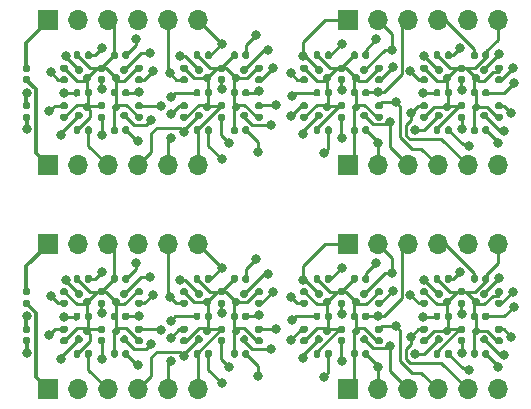
<source format=gbr>
G04 #@! TF.GenerationSoftware,KiCad,Pcbnew,(5.1.9)-1*
G04 #@! TF.CreationDate,2021-05-14T23:18:57-04:00*
G04 #@! TF.ProjectId,2xOPT Panelized,32784f50-5420-4506-916e-656c697a6564,rev?*
G04 #@! TF.SameCoordinates,Original*
G04 #@! TF.FileFunction,Copper,L1,Top*
G04 #@! TF.FilePolarity,Positive*
%FSLAX46Y46*%
G04 Gerber Fmt 4.6, Leading zero omitted, Abs format (unit mm)*
G04 Created by KiCad (PCBNEW (5.1.9)-1) date 2021-05-14 23:18:57*
%MOMM*%
%LPD*%
G01*
G04 APERTURE LIST*
G04 #@! TA.AperFunction,ComponentPad*
%ADD10O,1.700000X1.700000*%
G04 #@! TD*
G04 #@! TA.AperFunction,ComponentPad*
%ADD11R,1.700000X1.700000*%
G04 #@! TD*
G04 #@! TA.AperFunction,ViaPad*
%ADD12C,0.800000*%
G04 #@! TD*
G04 #@! TA.AperFunction,Conductor*
%ADD13C,0.250000*%
G04 #@! TD*
G04 #@! TA.AperFunction,Conductor*
%ADD14C,0.304800*%
G04 #@! TD*
G04 APERTURE END LIST*
D10*
X148065000Y-76171000D03*
X145525000Y-76171000D03*
X142985000Y-76171000D03*
X140445000Y-76171000D03*
X137905000Y-76171000D03*
D11*
X135365000Y-76171000D03*
D10*
X122665000Y-76171000D03*
X120125000Y-76171000D03*
X117585000Y-76171000D03*
X115045000Y-76171000D03*
X112505000Y-76171000D03*
D11*
X109965000Y-76171000D03*
D10*
X148065000Y-63852000D03*
X145525000Y-63852000D03*
X142985000Y-63852000D03*
X140445000Y-63852000D03*
X137905000Y-63852000D03*
D11*
X135365000Y-63852000D03*
D10*
X122665000Y-63852000D03*
X120125000Y-63852000D03*
X117585000Y-63852000D03*
X115045000Y-63852000D03*
X112505000Y-63852000D03*
D11*
X109965000Y-63852000D03*
G04 #@! TA.AperFunction,SMDPad,CuDef*
G36*
G01*
X111171000Y-68611000D02*
X111516000Y-68611000D01*
G75*
G02*
X111663500Y-68758500I0J-147500D01*
G01*
X111663500Y-69053500D01*
G75*
G02*
X111516000Y-69201000I-147500J0D01*
G01*
X111171000Y-69201000D01*
G75*
G02*
X111023500Y-69053500I0J147500D01*
G01*
X111023500Y-68758500D01*
G75*
G02*
X111171000Y-68611000I147500J0D01*
G01*
G37*
G04 #@! TD.AperFunction*
G04 #@! TA.AperFunction,SMDPad,CuDef*
G36*
G01*
X111171000Y-67641000D02*
X111516000Y-67641000D01*
G75*
G02*
X111663500Y-67788500I0J-147500D01*
G01*
X111663500Y-68083500D01*
G75*
G02*
X111516000Y-68231000I-147500J0D01*
G01*
X111171000Y-68231000D01*
G75*
G02*
X111023500Y-68083500I0J147500D01*
G01*
X111023500Y-67788500D01*
G75*
G02*
X111171000Y-67641000I147500J0D01*
G01*
G37*
G04 #@! TD.AperFunction*
G04 #@! TA.AperFunction,SMDPad,CuDef*
G36*
G01*
X111516000Y-71406000D02*
X111171000Y-71406000D01*
G75*
G02*
X111023500Y-71258500I0J147500D01*
G01*
X111023500Y-70963500D01*
G75*
G02*
X111171000Y-70816000I147500J0D01*
G01*
X111516000Y-70816000D01*
G75*
G02*
X111663500Y-70963500I0J-147500D01*
G01*
X111663500Y-71258500D01*
G75*
G02*
X111516000Y-71406000I-147500J0D01*
G01*
G37*
G04 #@! TD.AperFunction*
G04 #@! TA.AperFunction,SMDPad,CuDef*
G36*
G01*
X111516000Y-72376000D02*
X111171000Y-72376000D01*
G75*
G02*
X111023500Y-72228500I0J147500D01*
G01*
X111023500Y-71933500D01*
G75*
G02*
X111171000Y-71786000I147500J0D01*
G01*
X111516000Y-71786000D01*
G75*
G02*
X111663500Y-71933500I0J-147500D01*
G01*
X111663500Y-72228500D01*
G75*
G02*
X111516000Y-72376000I-147500J0D01*
G01*
G37*
G04 #@! TD.AperFunction*
G04 #@! TA.AperFunction,SMDPad,CuDef*
G36*
G01*
X113121500Y-67006000D02*
X113121500Y-66661000D01*
G75*
G02*
X113269000Y-66513500I147500J0D01*
G01*
X113564000Y-66513500D01*
G75*
G02*
X113711500Y-66661000I0J-147500D01*
G01*
X113711500Y-67006000D01*
G75*
G02*
X113564000Y-67153500I-147500J0D01*
G01*
X113269000Y-67153500D01*
G75*
G02*
X113121500Y-67006000I0J147500D01*
G01*
G37*
G04 #@! TD.AperFunction*
G04 #@! TA.AperFunction,SMDPad,CuDef*
G36*
G01*
X112151500Y-67006000D02*
X112151500Y-66661000D01*
G75*
G02*
X112299000Y-66513500I147500J0D01*
G01*
X112594000Y-66513500D01*
G75*
G02*
X112741500Y-66661000I0J-147500D01*
G01*
X112741500Y-67006000D01*
G75*
G02*
X112594000Y-67153500I-147500J0D01*
G01*
X112299000Y-67153500D01*
G75*
G02*
X112151500Y-67006000I0J147500D01*
G01*
G37*
G04 #@! TD.AperFunction*
G04 #@! TA.AperFunction,SMDPad,CuDef*
G36*
G01*
X112919125Y-68164673D02*
X112675173Y-68408625D01*
G75*
G02*
X112466577Y-68408625I-104298J104298D01*
G01*
X112257981Y-68200029D01*
G75*
G02*
X112257981Y-67991433I104298J104298D01*
G01*
X112501933Y-67747481D01*
G75*
G02*
X112710529Y-67747481I104298J-104298D01*
G01*
X112919125Y-67956077D01*
G75*
G02*
X112919125Y-68164673I-104298J-104298D01*
G01*
G37*
G04 #@! TD.AperFunction*
G04 #@! TA.AperFunction,SMDPad,CuDef*
G36*
G01*
X113605019Y-68850567D02*
X113361067Y-69094519D01*
G75*
G02*
X113152471Y-69094519I-104298J104298D01*
G01*
X112943875Y-68885923D01*
G75*
G02*
X112943875Y-68677327I104298J104298D01*
G01*
X113187827Y-68433375D01*
G75*
G02*
X113396423Y-68433375I104298J-104298D01*
G01*
X113605019Y-68641971D01*
G75*
G02*
X113605019Y-68850567I-104298J-104298D01*
G01*
G37*
G04 #@! TD.AperFunction*
G04 #@! TA.AperFunction,SMDPad,CuDef*
G36*
G01*
X112741500Y-69836000D02*
X112741500Y-70181000D01*
G75*
G02*
X112594000Y-70328500I-147500J0D01*
G01*
X112299000Y-70328500D01*
G75*
G02*
X112151500Y-70181000I0J147500D01*
G01*
X112151500Y-69836000D01*
G75*
G02*
X112299000Y-69688500I147500J0D01*
G01*
X112594000Y-69688500D01*
G75*
G02*
X112741500Y-69836000I0J-147500D01*
G01*
G37*
G04 #@! TD.AperFunction*
G04 #@! TA.AperFunction,SMDPad,CuDef*
G36*
G01*
X113711500Y-69836000D02*
X113711500Y-70181000D01*
G75*
G02*
X113564000Y-70328500I-147500J0D01*
G01*
X113269000Y-70328500D01*
G75*
G02*
X113121500Y-70181000I0J147500D01*
G01*
X113121500Y-69836000D01*
G75*
G02*
X113269000Y-69688500I147500J0D01*
G01*
X113564000Y-69688500D01*
G75*
G02*
X113711500Y-69836000I0J-147500D01*
G01*
G37*
G04 #@! TD.AperFunction*
G04 #@! TA.AperFunction,SMDPad,CuDef*
G36*
G01*
X112675173Y-71608375D02*
X112919125Y-71852327D01*
G75*
G02*
X112919125Y-72060923I-104298J-104298D01*
G01*
X112710529Y-72269519D01*
G75*
G02*
X112501933Y-72269519I-104298J104298D01*
G01*
X112257981Y-72025567D01*
G75*
G02*
X112257981Y-71816971I104298J104298D01*
G01*
X112466577Y-71608375D01*
G75*
G02*
X112675173Y-71608375I104298J-104298D01*
G01*
G37*
G04 #@! TD.AperFunction*
G04 #@! TA.AperFunction,SMDPad,CuDef*
G36*
G01*
X113361067Y-70922481D02*
X113605019Y-71166433D01*
G75*
G02*
X113605019Y-71375029I-104298J-104298D01*
G01*
X113396423Y-71583625D01*
G75*
G02*
X113187827Y-71583625I-104298J104298D01*
G01*
X112943875Y-71339673D01*
G75*
G02*
X112943875Y-71131077I104298J104298D01*
G01*
X113152471Y-70922481D01*
G75*
G02*
X113361067Y-70922481I104298J-104298D01*
G01*
G37*
G04 #@! TD.AperFunction*
G04 #@! TA.AperFunction,SMDPad,CuDef*
G36*
G01*
X113121500Y-73356000D02*
X113121500Y-73011000D01*
G75*
G02*
X113269000Y-72863500I147500J0D01*
G01*
X113564000Y-72863500D01*
G75*
G02*
X113711500Y-73011000I0J-147500D01*
G01*
X113711500Y-73356000D01*
G75*
G02*
X113564000Y-73503500I-147500J0D01*
G01*
X113269000Y-73503500D01*
G75*
G02*
X113121500Y-73356000I0J147500D01*
G01*
G37*
G04 #@! TD.AperFunction*
G04 #@! TA.AperFunction,SMDPad,CuDef*
G36*
G01*
X112151500Y-73356000D02*
X112151500Y-73011000D01*
G75*
G02*
X112299000Y-72863500I147500J0D01*
G01*
X112594000Y-72863500D01*
G75*
G02*
X112741500Y-73011000I0J-147500D01*
G01*
X112741500Y-73356000D01*
G75*
G02*
X112594000Y-73503500I-147500J0D01*
G01*
X112299000Y-73503500D01*
G75*
G02*
X112151500Y-73356000I0J147500D01*
G01*
G37*
G04 #@! TD.AperFunction*
G04 #@! TA.AperFunction,SMDPad,CuDef*
G36*
G01*
X114347000Y-68611000D02*
X114692000Y-68611000D01*
G75*
G02*
X114839500Y-68758500I0J-147500D01*
G01*
X114839500Y-69053500D01*
G75*
G02*
X114692000Y-69201000I-147500J0D01*
G01*
X114347000Y-69201000D01*
G75*
G02*
X114199500Y-69053500I0J147500D01*
G01*
X114199500Y-68758500D01*
G75*
G02*
X114347000Y-68611000I147500J0D01*
G01*
G37*
G04 #@! TD.AperFunction*
G04 #@! TA.AperFunction,SMDPad,CuDef*
G36*
G01*
X114347000Y-67641000D02*
X114692000Y-67641000D01*
G75*
G02*
X114839500Y-67788500I0J-147500D01*
G01*
X114839500Y-68083500D01*
G75*
G02*
X114692000Y-68231000I-147500J0D01*
G01*
X114347000Y-68231000D01*
G75*
G02*
X114199500Y-68083500I0J147500D01*
G01*
X114199500Y-67788500D01*
G75*
G02*
X114347000Y-67641000I147500J0D01*
G01*
G37*
G04 #@! TD.AperFunction*
G04 #@! TA.AperFunction,SMDPad,CuDef*
G36*
G01*
X114347000Y-71786000D02*
X114692000Y-71786000D01*
G75*
G02*
X114839500Y-71933500I0J-147500D01*
G01*
X114839500Y-72228500D01*
G75*
G02*
X114692000Y-72376000I-147500J0D01*
G01*
X114347000Y-72376000D01*
G75*
G02*
X114199500Y-72228500I0J147500D01*
G01*
X114199500Y-71933500D01*
G75*
G02*
X114347000Y-71786000I147500J0D01*
G01*
G37*
G04 #@! TD.AperFunction*
G04 #@! TA.AperFunction,SMDPad,CuDef*
G36*
G01*
X114347000Y-70816000D02*
X114692000Y-70816000D01*
G75*
G02*
X114839500Y-70963500I0J-147500D01*
G01*
X114839500Y-71258500D01*
G75*
G02*
X114692000Y-71406000I-147500J0D01*
G01*
X114347000Y-71406000D01*
G75*
G02*
X114199500Y-71258500I0J147500D01*
G01*
X114199500Y-70963500D01*
G75*
G02*
X114347000Y-70816000I147500J0D01*
G01*
G37*
G04 #@! TD.AperFunction*
G04 #@! TA.AperFunction,SMDPad,CuDef*
G36*
G01*
X116296500Y-67006000D02*
X116296500Y-66661000D01*
G75*
G02*
X116444000Y-66513500I147500J0D01*
G01*
X116739000Y-66513500D01*
G75*
G02*
X116886500Y-66661000I0J-147500D01*
G01*
X116886500Y-67006000D01*
G75*
G02*
X116739000Y-67153500I-147500J0D01*
G01*
X116444000Y-67153500D01*
G75*
G02*
X116296500Y-67006000I0J147500D01*
G01*
G37*
G04 #@! TD.AperFunction*
G04 #@! TA.AperFunction,SMDPad,CuDef*
G36*
G01*
X115326500Y-67006000D02*
X115326500Y-66661000D01*
G75*
G02*
X115474000Y-66513500I147500J0D01*
G01*
X115769000Y-66513500D01*
G75*
G02*
X115916500Y-66661000I0J-147500D01*
G01*
X115916500Y-67006000D01*
G75*
G02*
X115769000Y-67153500I-147500J0D01*
G01*
X115474000Y-67153500D01*
G75*
G02*
X115326500Y-67006000I0J147500D01*
G01*
G37*
G04 #@! TD.AperFunction*
G04 #@! TA.AperFunction,SMDPad,CuDef*
G36*
G01*
X116362827Y-68408625D02*
X116118875Y-68164673D01*
G75*
G02*
X116118875Y-67956077I104298J104298D01*
G01*
X116327471Y-67747481D01*
G75*
G02*
X116536067Y-67747481I104298J-104298D01*
G01*
X116780019Y-67991433D01*
G75*
G02*
X116780019Y-68200029I-104298J-104298D01*
G01*
X116571423Y-68408625D01*
G75*
G02*
X116362827Y-68408625I-104298J104298D01*
G01*
G37*
G04 #@! TD.AperFunction*
G04 #@! TA.AperFunction,SMDPad,CuDef*
G36*
G01*
X115676933Y-69094519D02*
X115432981Y-68850567D01*
G75*
G02*
X115432981Y-68641971I104298J104298D01*
G01*
X115641577Y-68433375D01*
G75*
G02*
X115850173Y-68433375I104298J-104298D01*
G01*
X116094125Y-68677327D01*
G75*
G02*
X116094125Y-68885923I-104298J-104298D01*
G01*
X115885529Y-69094519D01*
G75*
G02*
X115676933Y-69094519I-104298J104298D01*
G01*
G37*
G04 #@! TD.AperFunction*
G04 #@! TA.AperFunction,SMDPad,CuDef*
G36*
G01*
X116296500Y-70181000D02*
X116296500Y-69836000D01*
G75*
G02*
X116444000Y-69688500I147500J0D01*
G01*
X116739000Y-69688500D01*
G75*
G02*
X116886500Y-69836000I0J-147500D01*
G01*
X116886500Y-70181000D01*
G75*
G02*
X116739000Y-70328500I-147500J0D01*
G01*
X116444000Y-70328500D01*
G75*
G02*
X116296500Y-70181000I0J147500D01*
G01*
G37*
G04 #@! TD.AperFunction*
G04 #@! TA.AperFunction,SMDPad,CuDef*
G36*
G01*
X115326500Y-70181000D02*
X115326500Y-69836000D01*
G75*
G02*
X115474000Y-69688500I147500J0D01*
G01*
X115769000Y-69688500D01*
G75*
G02*
X115916500Y-69836000I0J-147500D01*
G01*
X115916500Y-70181000D01*
G75*
G02*
X115769000Y-70328500I-147500J0D01*
G01*
X115474000Y-70328500D01*
G75*
G02*
X115326500Y-70181000I0J147500D01*
G01*
G37*
G04 #@! TD.AperFunction*
G04 #@! TA.AperFunction,SMDPad,CuDef*
G36*
G01*
X116118875Y-71852327D02*
X116362827Y-71608375D01*
G75*
G02*
X116571423Y-71608375I104298J-104298D01*
G01*
X116780019Y-71816971D01*
G75*
G02*
X116780019Y-72025567I-104298J-104298D01*
G01*
X116536067Y-72269519D01*
G75*
G02*
X116327471Y-72269519I-104298J104298D01*
G01*
X116118875Y-72060923D01*
G75*
G02*
X116118875Y-71852327I104298J104298D01*
G01*
G37*
G04 #@! TD.AperFunction*
G04 #@! TA.AperFunction,SMDPad,CuDef*
G36*
G01*
X115432981Y-71166433D02*
X115676933Y-70922481D01*
G75*
G02*
X115885529Y-70922481I104298J-104298D01*
G01*
X116094125Y-71131077D01*
G75*
G02*
X116094125Y-71339673I-104298J-104298D01*
G01*
X115850173Y-71583625D01*
G75*
G02*
X115641577Y-71583625I-104298J104298D01*
G01*
X115432981Y-71375029D01*
G75*
G02*
X115432981Y-71166433I104298J104298D01*
G01*
G37*
G04 #@! TD.AperFunction*
G04 #@! TA.AperFunction,SMDPad,CuDef*
G36*
G01*
X116296500Y-73356000D02*
X116296500Y-73011000D01*
G75*
G02*
X116444000Y-72863500I147500J0D01*
G01*
X116739000Y-72863500D01*
G75*
G02*
X116886500Y-73011000I0J-147500D01*
G01*
X116886500Y-73356000D01*
G75*
G02*
X116739000Y-73503500I-147500J0D01*
G01*
X116444000Y-73503500D01*
G75*
G02*
X116296500Y-73356000I0J147500D01*
G01*
G37*
G04 #@! TD.AperFunction*
G04 #@! TA.AperFunction,SMDPad,CuDef*
G36*
G01*
X115326500Y-73356000D02*
X115326500Y-73011000D01*
G75*
G02*
X115474000Y-72863500I147500J0D01*
G01*
X115769000Y-72863500D01*
G75*
G02*
X115916500Y-73011000I0J-147500D01*
G01*
X115916500Y-73356000D01*
G75*
G02*
X115769000Y-73503500I-147500J0D01*
G01*
X115474000Y-73503500D01*
G75*
G02*
X115326500Y-73356000I0J147500D01*
G01*
G37*
G04 #@! TD.AperFunction*
G04 #@! TA.AperFunction,SMDPad,CuDef*
G36*
G01*
X117521000Y-68611000D02*
X117866000Y-68611000D01*
G75*
G02*
X118013500Y-68758500I0J-147500D01*
G01*
X118013500Y-69053500D01*
G75*
G02*
X117866000Y-69201000I-147500J0D01*
G01*
X117521000Y-69201000D01*
G75*
G02*
X117373500Y-69053500I0J147500D01*
G01*
X117373500Y-68758500D01*
G75*
G02*
X117521000Y-68611000I147500J0D01*
G01*
G37*
G04 #@! TD.AperFunction*
G04 #@! TA.AperFunction,SMDPad,CuDef*
G36*
G01*
X117521000Y-67641000D02*
X117866000Y-67641000D01*
G75*
G02*
X118013500Y-67788500I0J-147500D01*
G01*
X118013500Y-68083500D01*
G75*
G02*
X117866000Y-68231000I-147500J0D01*
G01*
X117521000Y-68231000D01*
G75*
G02*
X117373500Y-68083500I0J147500D01*
G01*
X117373500Y-67788500D01*
G75*
G02*
X117521000Y-67641000I147500J0D01*
G01*
G37*
G04 #@! TD.AperFunction*
G04 #@! TA.AperFunction,SMDPad,CuDef*
G36*
G01*
X117866000Y-71406000D02*
X117521000Y-71406000D01*
G75*
G02*
X117373500Y-71258500I0J147500D01*
G01*
X117373500Y-70963500D01*
G75*
G02*
X117521000Y-70816000I147500J0D01*
G01*
X117866000Y-70816000D01*
G75*
G02*
X118013500Y-70963500I0J-147500D01*
G01*
X118013500Y-71258500D01*
G75*
G02*
X117866000Y-71406000I-147500J0D01*
G01*
G37*
G04 #@! TD.AperFunction*
G04 #@! TA.AperFunction,SMDPad,CuDef*
G36*
G01*
X117866000Y-72376000D02*
X117521000Y-72376000D01*
G75*
G02*
X117373500Y-72228500I0J147500D01*
G01*
X117373500Y-71933500D01*
G75*
G02*
X117521000Y-71786000I147500J0D01*
G01*
X117866000Y-71786000D01*
G75*
G02*
X118013500Y-71933500I0J-147500D01*
G01*
X118013500Y-72228500D01*
G75*
G02*
X117866000Y-72376000I-147500J0D01*
G01*
G37*
G04 #@! TD.AperFunction*
G04 #@! TA.AperFunction,SMDPad,CuDef*
G36*
G01*
X121331000Y-68611000D02*
X121676000Y-68611000D01*
G75*
G02*
X121823500Y-68758500I0J-147500D01*
G01*
X121823500Y-69053500D01*
G75*
G02*
X121676000Y-69201000I-147500J0D01*
G01*
X121331000Y-69201000D01*
G75*
G02*
X121183500Y-69053500I0J147500D01*
G01*
X121183500Y-68758500D01*
G75*
G02*
X121331000Y-68611000I147500J0D01*
G01*
G37*
G04 #@! TD.AperFunction*
G04 #@! TA.AperFunction,SMDPad,CuDef*
G36*
G01*
X121331000Y-67641000D02*
X121676000Y-67641000D01*
G75*
G02*
X121823500Y-67788500I0J-147500D01*
G01*
X121823500Y-68083500D01*
G75*
G02*
X121676000Y-68231000I-147500J0D01*
G01*
X121331000Y-68231000D01*
G75*
G02*
X121183500Y-68083500I0J147500D01*
G01*
X121183500Y-67788500D01*
G75*
G02*
X121331000Y-67641000I147500J0D01*
G01*
G37*
G04 #@! TD.AperFunction*
G04 #@! TA.AperFunction,SMDPad,CuDef*
G36*
G01*
X121676000Y-71406000D02*
X121331000Y-71406000D01*
G75*
G02*
X121183500Y-71258500I0J147500D01*
G01*
X121183500Y-70963500D01*
G75*
G02*
X121331000Y-70816000I147500J0D01*
G01*
X121676000Y-70816000D01*
G75*
G02*
X121823500Y-70963500I0J-147500D01*
G01*
X121823500Y-71258500D01*
G75*
G02*
X121676000Y-71406000I-147500J0D01*
G01*
G37*
G04 #@! TD.AperFunction*
G04 #@! TA.AperFunction,SMDPad,CuDef*
G36*
G01*
X121676000Y-72376000D02*
X121331000Y-72376000D01*
G75*
G02*
X121183500Y-72228500I0J147500D01*
G01*
X121183500Y-71933500D01*
G75*
G02*
X121331000Y-71786000I147500J0D01*
G01*
X121676000Y-71786000D01*
G75*
G02*
X121823500Y-71933500I0J-147500D01*
G01*
X121823500Y-72228500D01*
G75*
G02*
X121676000Y-72376000I-147500J0D01*
G01*
G37*
G04 #@! TD.AperFunction*
G04 #@! TA.AperFunction,SMDPad,CuDef*
G36*
G01*
X123281500Y-67006000D02*
X123281500Y-66661000D01*
G75*
G02*
X123429000Y-66513500I147500J0D01*
G01*
X123724000Y-66513500D01*
G75*
G02*
X123871500Y-66661000I0J-147500D01*
G01*
X123871500Y-67006000D01*
G75*
G02*
X123724000Y-67153500I-147500J0D01*
G01*
X123429000Y-67153500D01*
G75*
G02*
X123281500Y-67006000I0J147500D01*
G01*
G37*
G04 #@! TD.AperFunction*
G04 #@! TA.AperFunction,SMDPad,CuDef*
G36*
G01*
X122311500Y-67006000D02*
X122311500Y-66661000D01*
G75*
G02*
X122459000Y-66513500I147500J0D01*
G01*
X122754000Y-66513500D01*
G75*
G02*
X122901500Y-66661000I0J-147500D01*
G01*
X122901500Y-67006000D01*
G75*
G02*
X122754000Y-67153500I-147500J0D01*
G01*
X122459000Y-67153500D01*
G75*
G02*
X122311500Y-67006000I0J147500D01*
G01*
G37*
G04 #@! TD.AperFunction*
G04 #@! TA.AperFunction,SMDPad,CuDef*
G36*
G01*
X123079125Y-68164673D02*
X122835173Y-68408625D01*
G75*
G02*
X122626577Y-68408625I-104298J104298D01*
G01*
X122417981Y-68200029D01*
G75*
G02*
X122417981Y-67991433I104298J104298D01*
G01*
X122661933Y-67747481D01*
G75*
G02*
X122870529Y-67747481I104298J-104298D01*
G01*
X123079125Y-67956077D01*
G75*
G02*
X123079125Y-68164673I-104298J-104298D01*
G01*
G37*
G04 #@! TD.AperFunction*
G04 #@! TA.AperFunction,SMDPad,CuDef*
G36*
G01*
X123765019Y-68850567D02*
X123521067Y-69094519D01*
G75*
G02*
X123312471Y-69094519I-104298J104298D01*
G01*
X123103875Y-68885923D01*
G75*
G02*
X123103875Y-68677327I104298J104298D01*
G01*
X123347827Y-68433375D01*
G75*
G02*
X123556423Y-68433375I104298J-104298D01*
G01*
X123765019Y-68641971D01*
G75*
G02*
X123765019Y-68850567I-104298J-104298D01*
G01*
G37*
G04 #@! TD.AperFunction*
G04 #@! TA.AperFunction,SMDPad,CuDef*
G36*
G01*
X122901500Y-69836000D02*
X122901500Y-70181000D01*
G75*
G02*
X122754000Y-70328500I-147500J0D01*
G01*
X122459000Y-70328500D01*
G75*
G02*
X122311500Y-70181000I0J147500D01*
G01*
X122311500Y-69836000D01*
G75*
G02*
X122459000Y-69688500I147500J0D01*
G01*
X122754000Y-69688500D01*
G75*
G02*
X122901500Y-69836000I0J-147500D01*
G01*
G37*
G04 #@! TD.AperFunction*
G04 #@! TA.AperFunction,SMDPad,CuDef*
G36*
G01*
X123871500Y-69836000D02*
X123871500Y-70181000D01*
G75*
G02*
X123724000Y-70328500I-147500J0D01*
G01*
X123429000Y-70328500D01*
G75*
G02*
X123281500Y-70181000I0J147500D01*
G01*
X123281500Y-69836000D01*
G75*
G02*
X123429000Y-69688500I147500J0D01*
G01*
X123724000Y-69688500D01*
G75*
G02*
X123871500Y-69836000I0J-147500D01*
G01*
G37*
G04 #@! TD.AperFunction*
G04 #@! TA.AperFunction,SMDPad,CuDef*
G36*
G01*
X122835173Y-71608375D02*
X123079125Y-71852327D01*
G75*
G02*
X123079125Y-72060923I-104298J-104298D01*
G01*
X122870529Y-72269519D01*
G75*
G02*
X122661933Y-72269519I-104298J104298D01*
G01*
X122417981Y-72025567D01*
G75*
G02*
X122417981Y-71816971I104298J104298D01*
G01*
X122626577Y-71608375D01*
G75*
G02*
X122835173Y-71608375I104298J-104298D01*
G01*
G37*
G04 #@! TD.AperFunction*
G04 #@! TA.AperFunction,SMDPad,CuDef*
G36*
G01*
X123521067Y-70922481D02*
X123765019Y-71166433D01*
G75*
G02*
X123765019Y-71375029I-104298J-104298D01*
G01*
X123556423Y-71583625D01*
G75*
G02*
X123347827Y-71583625I-104298J104298D01*
G01*
X123103875Y-71339673D01*
G75*
G02*
X123103875Y-71131077I104298J104298D01*
G01*
X123312471Y-70922481D01*
G75*
G02*
X123521067Y-70922481I104298J-104298D01*
G01*
G37*
G04 #@! TD.AperFunction*
G04 #@! TA.AperFunction,SMDPad,CuDef*
G36*
G01*
X123281500Y-73356000D02*
X123281500Y-73011000D01*
G75*
G02*
X123429000Y-72863500I147500J0D01*
G01*
X123724000Y-72863500D01*
G75*
G02*
X123871500Y-73011000I0J-147500D01*
G01*
X123871500Y-73356000D01*
G75*
G02*
X123724000Y-73503500I-147500J0D01*
G01*
X123429000Y-73503500D01*
G75*
G02*
X123281500Y-73356000I0J147500D01*
G01*
G37*
G04 #@! TD.AperFunction*
G04 #@! TA.AperFunction,SMDPad,CuDef*
G36*
G01*
X122311500Y-73356000D02*
X122311500Y-73011000D01*
G75*
G02*
X122459000Y-72863500I147500J0D01*
G01*
X122754000Y-72863500D01*
G75*
G02*
X122901500Y-73011000I0J-147500D01*
G01*
X122901500Y-73356000D01*
G75*
G02*
X122754000Y-73503500I-147500J0D01*
G01*
X122459000Y-73503500D01*
G75*
G02*
X122311500Y-73356000I0J147500D01*
G01*
G37*
G04 #@! TD.AperFunction*
G04 #@! TA.AperFunction,SMDPad,CuDef*
G36*
G01*
X124507000Y-68611000D02*
X124852000Y-68611000D01*
G75*
G02*
X124999500Y-68758500I0J-147500D01*
G01*
X124999500Y-69053500D01*
G75*
G02*
X124852000Y-69201000I-147500J0D01*
G01*
X124507000Y-69201000D01*
G75*
G02*
X124359500Y-69053500I0J147500D01*
G01*
X124359500Y-68758500D01*
G75*
G02*
X124507000Y-68611000I147500J0D01*
G01*
G37*
G04 #@! TD.AperFunction*
G04 #@! TA.AperFunction,SMDPad,CuDef*
G36*
G01*
X124507000Y-67641000D02*
X124852000Y-67641000D01*
G75*
G02*
X124999500Y-67788500I0J-147500D01*
G01*
X124999500Y-68083500D01*
G75*
G02*
X124852000Y-68231000I-147500J0D01*
G01*
X124507000Y-68231000D01*
G75*
G02*
X124359500Y-68083500I0J147500D01*
G01*
X124359500Y-67788500D01*
G75*
G02*
X124507000Y-67641000I147500J0D01*
G01*
G37*
G04 #@! TD.AperFunction*
G04 #@! TA.AperFunction,SMDPad,CuDef*
G36*
G01*
X124507000Y-71786000D02*
X124852000Y-71786000D01*
G75*
G02*
X124999500Y-71933500I0J-147500D01*
G01*
X124999500Y-72228500D01*
G75*
G02*
X124852000Y-72376000I-147500J0D01*
G01*
X124507000Y-72376000D01*
G75*
G02*
X124359500Y-72228500I0J147500D01*
G01*
X124359500Y-71933500D01*
G75*
G02*
X124507000Y-71786000I147500J0D01*
G01*
G37*
G04 #@! TD.AperFunction*
G04 #@! TA.AperFunction,SMDPad,CuDef*
G36*
G01*
X124507000Y-70816000D02*
X124852000Y-70816000D01*
G75*
G02*
X124999500Y-70963500I0J-147500D01*
G01*
X124999500Y-71258500D01*
G75*
G02*
X124852000Y-71406000I-147500J0D01*
G01*
X124507000Y-71406000D01*
G75*
G02*
X124359500Y-71258500I0J147500D01*
G01*
X124359500Y-70963500D01*
G75*
G02*
X124507000Y-70816000I147500J0D01*
G01*
G37*
G04 #@! TD.AperFunction*
G04 #@! TA.AperFunction,SMDPad,CuDef*
G36*
G01*
X126456500Y-67006000D02*
X126456500Y-66661000D01*
G75*
G02*
X126604000Y-66513500I147500J0D01*
G01*
X126899000Y-66513500D01*
G75*
G02*
X127046500Y-66661000I0J-147500D01*
G01*
X127046500Y-67006000D01*
G75*
G02*
X126899000Y-67153500I-147500J0D01*
G01*
X126604000Y-67153500D01*
G75*
G02*
X126456500Y-67006000I0J147500D01*
G01*
G37*
G04 #@! TD.AperFunction*
G04 #@! TA.AperFunction,SMDPad,CuDef*
G36*
G01*
X125486500Y-67006000D02*
X125486500Y-66661000D01*
G75*
G02*
X125634000Y-66513500I147500J0D01*
G01*
X125929000Y-66513500D01*
G75*
G02*
X126076500Y-66661000I0J-147500D01*
G01*
X126076500Y-67006000D01*
G75*
G02*
X125929000Y-67153500I-147500J0D01*
G01*
X125634000Y-67153500D01*
G75*
G02*
X125486500Y-67006000I0J147500D01*
G01*
G37*
G04 #@! TD.AperFunction*
G04 #@! TA.AperFunction,SMDPad,CuDef*
G36*
G01*
X126522827Y-68408625D02*
X126278875Y-68164673D01*
G75*
G02*
X126278875Y-67956077I104298J104298D01*
G01*
X126487471Y-67747481D01*
G75*
G02*
X126696067Y-67747481I104298J-104298D01*
G01*
X126940019Y-67991433D01*
G75*
G02*
X126940019Y-68200029I-104298J-104298D01*
G01*
X126731423Y-68408625D01*
G75*
G02*
X126522827Y-68408625I-104298J104298D01*
G01*
G37*
G04 #@! TD.AperFunction*
G04 #@! TA.AperFunction,SMDPad,CuDef*
G36*
G01*
X125836933Y-69094519D02*
X125592981Y-68850567D01*
G75*
G02*
X125592981Y-68641971I104298J104298D01*
G01*
X125801577Y-68433375D01*
G75*
G02*
X126010173Y-68433375I104298J-104298D01*
G01*
X126254125Y-68677327D01*
G75*
G02*
X126254125Y-68885923I-104298J-104298D01*
G01*
X126045529Y-69094519D01*
G75*
G02*
X125836933Y-69094519I-104298J104298D01*
G01*
G37*
G04 #@! TD.AperFunction*
G04 #@! TA.AperFunction,SMDPad,CuDef*
G36*
G01*
X126456500Y-70181000D02*
X126456500Y-69836000D01*
G75*
G02*
X126604000Y-69688500I147500J0D01*
G01*
X126899000Y-69688500D01*
G75*
G02*
X127046500Y-69836000I0J-147500D01*
G01*
X127046500Y-70181000D01*
G75*
G02*
X126899000Y-70328500I-147500J0D01*
G01*
X126604000Y-70328500D01*
G75*
G02*
X126456500Y-70181000I0J147500D01*
G01*
G37*
G04 #@! TD.AperFunction*
G04 #@! TA.AperFunction,SMDPad,CuDef*
G36*
G01*
X125486500Y-70181000D02*
X125486500Y-69836000D01*
G75*
G02*
X125634000Y-69688500I147500J0D01*
G01*
X125929000Y-69688500D01*
G75*
G02*
X126076500Y-69836000I0J-147500D01*
G01*
X126076500Y-70181000D01*
G75*
G02*
X125929000Y-70328500I-147500J0D01*
G01*
X125634000Y-70328500D01*
G75*
G02*
X125486500Y-70181000I0J147500D01*
G01*
G37*
G04 #@! TD.AperFunction*
G04 #@! TA.AperFunction,SMDPad,CuDef*
G36*
G01*
X126278875Y-71852327D02*
X126522827Y-71608375D01*
G75*
G02*
X126731423Y-71608375I104298J-104298D01*
G01*
X126940019Y-71816971D01*
G75*
G02*
X126940019Y-72025567I-104298J-104298D01*
G01*
X126696067Y-72269519D01*
G75*
G02*
X126487471Y-72269519I-104298J104298D01*
G01*
X126278875Y-72060923D01*
G75*
G02*
X126278875Y-71852327I104298J104298D01*
G01*
G37*
G04 #@! TD.AperFunction*
G04 #@! TA.AperFunction,SMDPad,CuDef*
G36*
G01*
X125592981Y-71166433D02*
X125836933Y-70922481D01*
G75*
G02*
X126045529Y-70922481I104298J-104298D01*
G01*
X126254125Y-71131077D01*
G75*
G02*
X126254125Y-71339673I-104298J-104298D01*
G01*
X126010173Y-71583625D01*
G75*
G02*
X125801577Y-71583625I-104298J104298D01*
G01*
X125592981Y-71375029D01*
G75*
G02*
X125592981Y-71166433I104298J104298D01*
G01*
G37*
G04 #@! TD.AperFunction*
G04 #@! TA.AperFunction,SMDPad,CuDef*
G36*
G01*
X126456500Y-73356000D02*
X126456500Y-73011000D01*
G75*
G02*
X126604000Y-72863500I147500J0D01*
G01*
X126899000Y-72863500D01*
G75*
G02*
X127046500Y-73011000I0J-147500D01*
G01*
X127046500Y-73356000D01*
G75*
G02*
X126899000Y-73503500I-147500J0D01*
G01*
X126604000Y-73503500D01*
G75*
G02*
X126456500Y-73356000I0J147500D01*
G01*
G37*
G04 #@! TD.AperFunction*
G04 #@! TA.AperFunction,SMDPad,CuDef*
G36*
G01*
X125486500Y-73356000D02*
X125486500Y-73011000D01*
G75*
G02*
X125634000Y-72863500I147500J0D01*
G01*
X125929000Y-72863500D01*
G75*
G02*
X126076500Y-73011000I0J-147500D01*
G01*
X126076500Y-73356000D01*
G75*
G02*
X125929000Y-73503500I-147500J0D01*
G01*
X125634000Y-73503500D01*
G75*
G02*
X125486500Y-73356000I0J147500D01*
G01*
G37*
G04 #@! TD.AperFunction*
G04 #@! TA.AperFunction,SMDPad,CuDef*
G36*
G01*
X127681000Y-68611000D02*
X128026000Y-68611000D01*
G75*
G02*
X128173500Y-68758500I0J-147500D01*
G01*
X128173500Y-69053500D01*
G75*
G02*
X128026000Y-69201000I-147500J0D01*
G01*
X127681000Y-69201000D01*
G75*
G02*
X127533500Y-69053500I0J147500D01*
G01*
X127533500Y-68758500D01*
G75*
G02*
X127681000Y-68611000I147500J0D01*
G01*
G37*
G04 #@! TD.AperFunction*
G04 #@! TA.AperFunction,SMDPad,CuDef*
G36*
G01*
X127681000Y-67641000D02*
X128026000Y-67641000D01*
G75*
G02*
X128173500Y-67788500I0J-147500D01*
G01*
X128173500Y-68083500D01*
G75*
G02*
X128026000Y-68231000I-147500J0D01*
G01*
X127681000Y-68231000D01*
G75*
G02*
X127533500Y-68083500I0J147500D01*
G01*
X127533500Y-67788500D01*
G75*
G02*
X127681000Y-67641000I147500J0D01*
G01*
G37*
G04 #@! TD.AperFunction*
G04 #@! TA.AperFunction,SMDPad,CuDef*
G36*
G01*
X128026000Y-71406000D02*
X127681000Y-71406000D01*
G75*
G02*
X127533500Y-71258500I0J147500D01*
G01*
X127533500Y-70963500D01*
G75*
G02*
X127681000Y-70816000I147500J0D01*
G01*
X128026000Y-70816000D01*
G75*
G02*
X128173500Y-70963500I0J-147500D01*
G01*
X128173500Y-71258500D01*
G75*
G02*
X128026000Y-71406000I-147500J0D01*
G01*
G37*
G04 #@! TD.AperFunction*
G04 #@! TA.AperFunction,SMDPad,CuDef*
G36*
G01*
X128026000Y-72376000D02*
X127681000Y-72376000D01*
G75*
G02*
X127533500Y-72228500I0J147500D01*
G01*
X127533500Y-71933500D01*
G75*
G02*
X127681000Y-71786000I147500J0D01*
G01*
X128026000Y-71786000D01*
G75*
G02*
X128173500Y-71933500I0J-147500D01*
G01*
X128173500Y-72228500D01*
G75*
G02*
X128026000Y-72376000I-147500J0D01*
G01*
G37*
G04 #@! TD.AperFunction*
G04 #@! TA.AperFunction,SMDPad,CuDef*
G36*
G01*
X131491000Y-68611000D02*
X131836000Y-68611000D01*
G75*
G02*
X131983500Y-68758500I0J-147500D01*
G01*
X131983500Y-69053500D01*
G75*
G02*
X131836000Y-69201000I-147500J0D01*
G01*
X131491000Y-69201000D01*
G75*
G02*
X131343500Y-69053500I0J147500D01*
G01*
X131343500Y-68758500D01*
G75*
G02*
X131491000Y-68611000I147500J0D01*
G01*
G37*
G04 #@! TD.AperFunction*
G04 #@! TA.AperFunction,SMDPad,CuDef*
G36*
G01*
X131491000Y-67641000D02*
X131836000Y-67641000D01*
G75*
G02*
X131983500Y-67788500I0J-147500D01*
G01*
X131983500Y-68083500D01*
G75*
G02*
X131836000Y-68231000I-147500J0D01*
G01*
X131491000Y-68231000D01*
G75*
G02*
X131343500Y-68083500I0J147500D01*
G01*
X131343500Y-67788500D01*
G75*
G02*
X131491000Y-67641000I147500J0D01*
G01*
G37*
G04 #@! TD.AperFunction*
G04 #@! TA.AperFunction,SMDPad,CuDef*
G36*
G01*
X131836000Y-71406000D02*
X131491000Y-71406000D01*
G75*
G02*
X131343500Y-71258500I0J147500D01*
G01*
X131343500Y-70963500D01*
G75*
G02*
X131491000Y-70816000I147500J0D01*
G01*
X131836000Y-70816000D01*
G75*
G02*
X131983500Y-70963500I0J-147500D01*
G01*
X131983500Y-71258500D01*
G75*
G02*
X131836000Y-71406000I-147500J0D01*
G01*
G37*
G04 #@! TD.AperFunction*
G04 #@! TA.AperFunction,SMDPad,CuDef*
G36*
G01*
X131836000Y-72376000D02*
X131491000Y-72376000D01*
G75*
G02*
X131343500Y-72228500I0J147500D01*
G01*
X131343500Y-71933500D01*
G75*
G02*
X131491000Y-71786000I147500J0D01*
G01*
X131836000Y-71786000D01*
G75*
G02*
X131983500Y-71933500I0J-147500D01*
G01*
X131983500Y-72228500D01*
G75*
G02*
X131836000Y-72376000I-147500J0D01*
G01*
G37*
G04 #@! TD.AperFunction*
G04 #@! TA.AperFunction,SMDPad,CuDef*
G36*
G01*
X133441500Y-67006000D02*
X133441500Y-66661000D01*
G75*
G02*
X133589000Y-66513500I147500J0D01*
G01*
X133884000Y-66513500D01*
G75*
G02*
X134031500Y-66661000I0J-147500D01*
G01*
X134031500Y-67006000D01*
G75*
G02*
X133884000Y-67153500I-147500J0D01*
G01*
X133589000Y-67153500D01*
G75*
G02*
X133441500Y-67006000I0J147500D01*
G01*
G37*
G04 #@! TD.AperFunction*
G04 #@! TA.AperFunction,SMDPad,CuDef*
G36*
G01*
X132471500Y-67006000D02*
X132471500Y-66661000D01*
G75*
G02*
X132619000Y-66513500I147500J0D01*
G01*
X132914000Y-66513500D01*
G75*
G02*
X133061500Y-66661000I0J-147500D01*
G01*
X133061500Y-67006000D01*
G75*
G02*
X132914000Y-67153500I-147500J0D01*
G01*
X132619000Y-67153500D01*
G75*
G02*
X132471500Y-67006000I0J147500D01*
G01*
G37*
G04 #@! TD.AperFunction*
G04 #@! TA.AperFunction,SMDPad,CuDef*
G36*
G01*
X133239125Y-68164673D02*
X132995173Y-68408625D01*
G75*
G02*
X132786577Y-68408625I-104298J104298D01*
G01*
X132577981Y-68200029D01*
G75*
G02*
X132577981Y-67991433I104298J104298D01*
G01*
X132821933Y-67747481D01*
G75*
G02*
X133030529Y-67747481I104298J-104298D01*
G01*
X133239125Y-67956077D01*
G75*
G02*
X133239125Y-68164673I-104298J-104298D01*
G01*
G37*
G04 #@! TD.AperFunction*
G04 #@! TA.AperFunction,SMDPad,CuDef*
G36*
G01*
X133925019Y-68850567D02*
X133681067Y-69094519D01*
G75*
G02*
X133472471Y-69094519I-104298J104298D01*
G01*
X133263875Y-68885923D01*
G75*
G02*
X133263875Y-68677327I104298J104298D01*
G01*
X133507827Y-68433375D01*
G75*
G02*
X133716423Y-68433375I104298J-104298D01*
G01*
X133925019Y-68641971D01*
G75*
G02*
X133925019Y-68850567I-104298J-104298D01*
G01*
G37*
G04 #@! TD.AperFunction*
G04 #@! TA.AperFunction,SMDPad,CuDef*
G36*
G01*
X133061500Y-69836000D02*
X133061500Y-70181000D01*
G75*
G02*
X132914000Y-70328500I-147500J0D01*
G01*
X132619000Y-70328500D01*
G75*
G02*
X132471500Y-70181000I0J147500D01*
G01*
X132471500Y-69836000D01*
G75*
G02*
X132619000Y-69688500I147500J0D01*
G01*
X132914000Y-69688500D01*
G75*
G02*
X133061500Y-69836000I0J-147500D01*
G01*
G37*
G04 #@! TD.AperFunction*
G04 #@! TA.AperFunction,SMDPad,CuDef*
G36*
G01*
X134031500Y-69836000D02*
X134031500Y-70181000D01*
G75*
G02*
X133884000Y-70328500I-147500J0D01*
G01*
X133589000Y-70328500D01*
G75*
G02*
X133441500Y-70181000I0J147500D01*
G01*
X133441500Y-69836000D01*
G75*
G02*
X133589000Y-69688500I147500J0D01*
G01*
X133884000Y-69688500D01*
G75*
G02*
X134031500Y-69836000I0J-147500D01*
G01*
G37*
G04 #@! TD.AperFunction*
G04 #@! TA.AperFunction,SMDPad,CuDef*
G36*
G01*
X132995173Y-71608375D02*
X133239125Y-71852327D01*
G75*
G02*
X133239125Y-72060923I-104298J-104298D01*
G01*
X133030529Y-72269519D01*
G75*
G02*
X132821933Y-72269519I-104298J104298D01*
G01*
X132577981Y-72025567D01*
G75*
G02*
X132577981Y-71816971I104298J104298D01*
G01*
X132786577Y-71608375D01*
G75*
G02*
X132995173Y-71608375I104298J-104298D01*
G01*
G37*
G04 #@! TD.AperFunction*
G04 #@! TA.AperFunction,SMDPad,CuDef*
G36*
G01*
X133681067Y-70922481D02*
X133925019Y-71166433D01*
G75*
G02*
X133925019Y-71375029I-104298J-104298D01*
G01*
X133716423Y-71583625D01*
G75*
G02*
X133507827Y-71583625I-104298J104298D01*
G01*
X133263875Y-71339673D01*
G75*
G02*
X133263875Y-71131077I104298J104298D01*
G01*
X133472471Y-70922481D01*
G75*
G02*
X133681067Y-70922481I104298J-104298D01*
G01*
G37*
G04 #@! TD.AperFunction*
G04 #@! TA.AperFunction,SMDPad,CuDef*
G36*
G01*
X133441500Y-73356000D02*
X133441500Y-73011000D01*
G75*
G02*
X133589000Y-72863500I147500J0D01*
G01*
X133884000Y-72863500D01*
G75*
G02*
X134031500Y-73011000I0J-147500D01*
G01*
X134031500Y-73356000D01*
G75*
G02*
X133884000Y-73503500I-147500J0D01*
G01*
X133589000Y-73503500D01*
G75*
G02*
X133441500Y-73356000I0J147500D01*
G01*
G37*
G04 #@! TD.AperFunction*
G04 #@! TA.AperFunction,SMDPad,CuDef*
G36*
G01*
X132471500Y-73356000D02*
X132471500Y-73011000D01*
G75*
G02*
X132619000Y-72863500I147500J0D01*
G01*
X132914000Y-72863500D01*
G75*
G02*
X133061500Y-73011000I0J-147500D01*
G01*
X133061500Y-73356000D01*
G75*
G02*
X132914000Y-73503500I-147500J0D01*
G01*
X132619000Y-73503500D01*
G75*
G02*
X132471500Y-73356000I0J147500D01*
G01*
G37*
G04 #@! TD.AperFunction*
G04 #@! TA.AperFunction,SMDPad,CuDef*
G36*
G01*
X134667000Y-68611000D02*
X135012000Y-68611000D01*
G75*
G02*
X135159500Y-68758500I0J-147500D01*
G01*
X135159500Y-69053500D01*
G75*
G02*
X135012000Y-69201000I-147500J0D01*
G01*
X134667000Y-69201000D01*
G75*
G02*
X134519500Y-69053500I0J147500D01*
G01*
X134519500Y-68758500D01*
G75*
G02*
X134667000Y-68611000I147500J0D01*
G01*
G37*
G04 #@! TD.AperFunction*
G04 #@! TA.AperFunction,SMDPad,CuDef*
G36*
G01*
X134667000Y-67641000D02*
X135012000Y-67641000D01*
G75*
G02*
X135159500Y-67788500I0J-147500D01*
G01*
X135159500Y-68083500D01*
G75*
G02*
X135012000Y-68231000I-147500J0D01*
G01*
X134667000Y-68231000D01*
G75*
G02*
X134519500Y-68083500I0J147500D01*
G01*
X134519500Y-67788500D01*
G75*
G02*
X134667000Y-67641000I147500J0D01*
G01*
G37*
G04 #@! TD.AperFunction*
G04 #@! TA.AperFunction,SMDPad,CuDef*
G36*
G01*
X134667000Y-71786000D02*
X135012000Y-71786000D01*
G75*
G02*
X135159500Y-71933500I0J-147500D01*
G01*
X135159500Y-72228500D01*
G75*
G02*
X135012000Y-72376000I-147500J0D01*
G01*
X134667000Y-72376000D01*
G75*
G02*
X134519500Y-72228500I0J147500D01*
G01*
X134519500Y-71933500D01*
G75*
G02*
X134667000Y-71786000I147500J0D01*
G01*
G37*
G04 #@! TD.AperFunction*
G04 #@! TA.AperFunction,SMDPad,CuDef*
G36*
G01*
X134667000Y-70816000D02*
X135012000Y-70816000D01*
G75*
G02*
X135159500Y-70963500I0J-147500D01*
G01*
X135159500Y-71258500D01*
G75*
G02*
X135012000Y-71406000I-147500J0D01*
G01*
X134667000Y-71406000D01*
G75*
G02*
X134519500Y-71258500I0J147500D01*
G01*
X134519500Y-70963500D01*
G75*
G02*
X134667000Y-70816000I147500J0D01*
G01*
G37*
G04 #@! TD.AperFunction*
G04 #@! TA.AperFunction,SMDPad,CuDef*
G36*
G01*
X136616500Y-67006000D02*
X136616500Y-66661000D01*
G75*
G02*
X136764000Y-66513500I147500J0D01*
G01*
X137059000Y-66513500D01*
G75*
G02*
X137206500Y-66661000I0J-147500D01*
G01*
X137206500Y-67006000D01*
G75*
G02*
X137059000Y-67153500I-147500J0D01*
G01*
X136764000Y-67153500D01*
G75*
G02*
X136616500Y-67006000I0J147500D01*
G01*
G37*
G04 #@! TD.AperFunction*
G04 #@! TA.AperFunction,SMDPad,CuDef*
G36*
G01*
X135646500Y-67006000D02*
X135646500Y-66661000D01*
G75*
G02*
X135794000Y-66513500I147500J0D01*
G01*
X136089000Y-66513500D01*
G75*
G02*
X136236500Y-66661000I0J-147500D01*
G01*
X136236500Y-67006000D01*
G75*
G02*
X136089000Y-67153500I-147500J0D01*
G01*
X135794000Y-67153500D01*
G75*
G02*
X135646500Y-67006000I0J147500D01*
G01*
G37*
G04 #@! TD.AperFunction*
G04 #@! TA.AperFunction,SMDPad,CuDef*
G36*
G01*
X136682827Y-68408625D02*
X136438875Y-68164673D01*
G75*
G02*
X136438875Y-67956077I104298J104298D01*
G01*
X136647471Y-67747481D01*
G75*
G02*
X136856067Y-67747481I104298J-104298D01*
G01*
X137100019Y-67991433D01*
G75*
G02*
X137100019Y-68200029I-104298J-104298D01*
G01*
X136891423Y-68408625D01*
G75*
G02*
X136682827Y-68408625I-104298J104298D01*
G01*
G37*
G04 #@! TD.AperFunction*
G04 #@! TA.AperFunction,SMDPad,CuDef*
G36*
G01*
X135996933Y-69094519D02*
X135752981Y-68850567D01*
G75*
G02*
X135752981Y-68641971I104298J104298D01*
G01*
X135961577Y-68433375D01*
G75*
G02*
X136170173Y-68433375I104298J-104298D01*
G01*
X136414125Y-68677327D01*
G75*
G02*
X136414125Y-68885923I-104298J-104298D01*
G01*
X136205529Y-69094519D01*
G75*
G02*
X135996933Y-69094519I-104298J104298D01*
G01*
G37*
G04 #@! TD.AperFunction*
G04 #@! TA.AperFunction,SMDPad,CuDef*
G36*
G01*
X136616500Y-70181000D02*
X136616500Y-69836000D01*
G75*
G02*
X136764000Y-69688500I147500J0D01*
G01*
X137059000Y-69688500D01*
G75*
G02*
X137206500Y-69836000I0J-147500D01*
G01*
X137206500Y-70181000D01*
G75*
G02*
X137059000Y-70328500I-147500J0D01*
G01*
X136764000Y-70328500D01*
G75*
G02*
X136616500Y-70181000I0J147500D01*
G01*
G37*
G04 #@! TD.AperFunction*
G04 #@! TA.AperFunction,SMDPad,CuDef*
G36*
G01*
X135646500Y-70181000D02*
X135646500Y-69836000D01*
G75*
G02*
X135794000Y-69688500I147500J0D01*
G01*
X136089000Y-69688500D01*
G75*
G02*
X136236500Y-69836000I0J-147500D01*
G01*
X136236500Y-70181000D01*
G75*
G02*
X136089000Y-70328500I-147500J0D01*
G01*
X135794000Y-70328500D01*
G75*
G02*
X135646500Y-70181000I0J147500D01*
G01*
G37*
G04 #@! TD.AperFunction*
G04 #@! TA.AperFunction,SMDPad,CuDef*
G36*
G01*
X136438875Y-71852327D02*
X136682827Y-71608375D01*
G75*
G02*
X136891423Y-71608375I104298J-104298D01*
G01*
X137100019Y-71816971D01*
G75*
G02*
X137100019Y-72025567I-104298J-104298D01*
G01*
X136856067Y-72269519D01*
G75*
G02*
X136647471Y-72269519I-104298J104298D01*
G01*
X136438875Y-72060923D01*
G75*
G02*
X136438875Y-71852327I104298J104298D01*
G01*
G37*
G04 #@! TD.AperFunction*
G04 #@! TA.AperFunction,SMDPad,CuDef*
G36*
G01*
X135752981Y-71166433D02*
X135996933Y-70922481D01*
G75*
G02*
X136205529Y-70922481I104298J-104298D01*
G01*
X136414125Y-71131077D01*
G75*
G02*
X136414125Y-71339673I-104298J-104298D01*
G01*
X136170173Y-71583625D01*
G75*
G02*
X135961577Y-71583625I-104298J104298D01*
G01*
X135752981Y-71375029D01*
G75*
G02*
X135752981Y-71166433I104298J104298D01*
G01*
G37*
G04 #@! TD.AperFunction*
G04 #@! TA.AperFunction,SMDPad,CuDef*
G36*
G01*
X136616500Y-73356000D02*
X136616500Y-73011000D01*
G75*
G02*
X136764000Y-72863500I147500J0D01*
G01*
X137059000Y-72863500D01*
G75*
G02*
X137206500Y-73011000I0J-147500D01*
G01*
X137206500Y-73356000D01*
G75*
G02*
X137059000Y-73503500I-147500J0D01*
G01*
X136764000Y-73503500D01*
G75*
G02*
X136616500Y-73356000I0J147500D01*
G01*
G37*
G04 #@! TD.AperFunction*
G04 #@! TA.AperFunction,SMDPad,CuDef*
G36*
G01*
X135646500Y-73356000D02*
X135646500Y-73011000D01*
G75*
G02*
X135794000Y-72863500I147500J0D01*
G01*
X136089000Y-72863500D01*
G75*
G02*
X136236500Y-73011000I0J-147500D01*
G01*
X136236500Y-73356000D01*
G75*
G02*
X136089000Y-73503500I-147500J0D01*
G01*
X135794000Y-73503500D01*
G75*
G02*
X135646500Y-73356000I0J147500D01*
G01*
G37*
G04 #@! TD.AperFunction*
G04 #@! TA.AperFunction,SMDPad,CuDef*
G36*
G01*
X137841000Y-68611000D02*
X138186000Y-68611000D01*
G75*
G02*
X138333500Y-68758500I0J-147500D01*
G01*
X138333500Y-69053500D01*
G75*
G02*
X138186000Y-69201000I-147500J0D01*
G01*
X137841000Y-69201000D01*
G75*
G02*
X137693500Y-69053500I0J147500D01*
G01*
X137693500Y-68758500D01*
G75*
G02*
X137841000Y-68611000I147500J0D01*
G01*
G37*
G04 #@! TD.AperFunction*
G04 #@! TA.AperFunction,SMDPad,CuDef*
G36*
G01*
X137841000Y-67641000D02*
X138186000Y-67641000D01*
G75*
G02*
X138333500Y-67788500I0J-147500D01*
G01*
X138333500Y-68083500D01*
G75*
G02*
X138186000Y-68231000I-147500J0D01*
G01*
X137841000Y-68231000D01*
G75*
G02*
X137693500Y-68083500I0J147500D01*
G01*
X137693500Y-67788500D01*
G75*
G02*
X137841000Y-67641000I147500J0D01*
G01*
G37*
G04 #@! TD.AperFunction*
G04 #@! TA.AperFunction,SMDPad,CuDef*
G36*
G01*
X138186000Y-71406000D02*
X137841000Y-71406000D01*
G75*
G02*
X137693500Y-71258500I0J147500D01*
G01*
X137693500Y-70963500D01*
G75*
G02*
X137841000Y-70816000I147500J0D01*
G01*
X138186000Y-70816000D01*
G75*
G02*
X138333500Y-70963500I0J-147500D01*
G01*
X138333500Y-71258500D01*
G75*
G02*
X138186000Y-71406000I-147500J0D01*
G01*
G37*
G04 #@! TD.AperFunction*
G04 #@! TA.AperFunction,SMDPad,CuDef*
G36*
G01*
X138186000Y-72376000D02*
X137841000Y-72376000D01*
G75*
G02*
X137693500Y-72228500I0J147500D01*
G01*
X137693500Y-71933500D01*
G75*
G02*
X137841000Y-71786000I147500J0D01*
G01*
X138186000Y-71786000D01*
G75*
G02*
X138333500Y-71933500I0J-147500D01*
G01*
X138333500Y-72228500D01*
G75*
G02*
X138186000Y-72376000I-147500J0D01*
G01*
G37*
G04 #@! TD.AperFunction*
G04 #@! TA.AperFunction,SMDPad,CuDef*
G36*
G01*
X141651000Y-68611000D02*
X141996000Y-68611000D01*
G75*
G02*
X142143500Y-68758500I0J-147500D01*
G01*
X142143500Y-69053500D01*
G75*
G02*
X141996000Y-69201000I-147500J0D01*
G01*
X141651000Y-69201000D01*
G75*
G02*
X141503500Y-69053500I0J147500D01*
G01*
X141503500Y-68758500D01*
G75*
G02*
X141651000Y-68611000I147500J0D01*
G01*
G37*
G04 #@! TD.AperFunction*
G04 #@! TA.AperFunction,SMDPad,CuDef*
G36*
G01*
X141651000Y-67641000D02*
X141996000Y-67641000D01*
G75*
G02*
X142143500Y-67788500I0J-147500D01*
G01*
X142143500Y-68083500D01*
G75*
G02*
X141996000Y-68231000I-147500J0D01*
G01*
X141651000Y-68231000D01*
G75*
G02*
X141503500Y-68083500I0J147500D01*
G01*
X141503500Y-67788500D01*
G75*
G02*
X141651000Y-67641000I147500J0D01*
G01*
G37*
G04 #@! TD.AperFunction*
G04 #@! TA.AperFunction,SMDPad,CuDef*
G36*
G01*
X141996000Y-71406000D02*
X141651000Y-71406000D01*
G75*
G02*
X141503500Y-71258500I0J147500D01*
G01*
X141503500Y-70963500D01*
G75*
G02*
X141651000Y-70816000I147500J0D01*
G01*
X141996000Y-70816000D01*
G75*
G02*
X142143500Y-70963500I0J-147500D01*
G01*
X142143500Y-71258500D01*
G75*
G02*
X141996000Y-71406000I-147500J0D01*
G01*
G37*
G04 #@! TD.AperFunction*
G04 #@! TA.AperFunction,SMDPad,CuDef*
G36*
G01*
X141996000Y-72376000D02*
X141651000Y-72376000D01*
G75*
G02*
X141503500Y-72228500I0J147500D01*
G01*
X141503500Y-71933500D01*
G75*
G02*
X141651000Y-71786000I147500J0D01*
G01*
X141996000Y-71786000D01*
G75*
G02*
X142143500Y-71933500I0J-147500D01*
G01*
X142143500Y-72228500D01*
G75*
G02*
X141996000Y-72376000I-147500J0D01*
G01*
G37*
G04 #@! TD.AperFunction*
G04 #@! TA.AperFunction,SMDPad,CuDef*
G36*
G01*
X143601500Y-67006000D02*
X143601500Y-66661000D01*
G75*
G02*
X143749000Y-66513500I147500J0D01*
G01*
X144044000Y-66513500D01*
G75*
G02*
X144191500Y-66661000I0J-147500D01*
G01*
X144191500Y-67006000D01*
G75*
G02*
X144044000Y-67153500I-147500J0D01*
G01*
X143749000Y-67153500D01*
G75*
G02*
X143601500Y-67006000I0J147500D01*
G01*
G37*
G04 #@! TD.AperFunction*
G04 #@! TA.AperFunction,SMDPad,CuDef*
G36*
G01*
X142631500Y-67006000D02*
X142631500Y-66661000D01*
G75*
G02*
X142779000Y-66513500I147500J0D01*
G01*
X143074000Y-66513500D01*
G75*
G02*
X143221500Y-66661000I0J-147500D01*
G01*
X143221500Y-67006000D01*
G75*
G02*
X143074000Y-67153500I-147500J0D01*
G01*
X142779000Y-67153500D01*
G75*
G02*
X142631500Y-67006000I0J147500D01*
G01*
G37*
G04 #@! TD.AperFunction*
G04 #@! TA.AperFunction,SMDPad,CuDef*
G36*
G01*
X143399125Y-68164673D02*
X143155173Y-68408625D01*
G75*
G02*
X142946577Y-68408625I-104298J104298D01*
G01*
X142737981Y-68200029D01*
G75*
G02*
X142737981Y-67991433I104298J104298D01*
G01*
X142981933Y-67747481D01*
G75*
G02*
X143190529Y-67747481I104298J-104298D01*
G01*
X143399125Y-67956077D01*
G75*
G02*
X143399125Y-68164673I-104298J-104298D01*
G01*
G37*
G04 #@! TD.AperFunction*
G04 #@! TA.AperFunction,SMDPad,CuDef*
G36*
G01*
X144085019Y-68850567D02*
X143841067Y-69094519D01*
G75*
G02*
X143632471Y-69094519I-104298J104298D01*
G01*
X143423875Y-68885923D01*
G75*
G02*
X143423875Y-68677327I104298J104298D01*
G01*
X143667827Y-68433375D01*
G75*
G02*
X143876423Y-68433375I104298J-104298D01*
G01*
X144085019Y-68641971D01*
G75*
G02*
X144085019Y-68850567I-104298J-104298D01*
G01*
G37*
G04 #@! TD.AperFunction*
G04 #@! TA.AperFunction,SMDPad,CuDef*
G36*
G01*
X143221500Y-69836000D02*
X143221500Y-70181000D01*
G75*
G02*
X143074000Y-70328500I-147500J0D01*
G01*
X142779000Y-70328500D01*
G75*
G02*
X142631500Y-70181000I0J147500D01*
G01*
X142631500Y-69836000D01*
G75*
G02*
X142779000Y-69688500I147500J0D01*
G01*
X143074000Y-69688500D01*
G75*
G02*
X143221500Y-69836000I0J-147500D01*
G01*
G37*
G04 #@! TD.AperFunction*
G04 #@! TA.AperFunction,SMDPad,CuDef*
G36*
G01*
X144191500Y-69836000D02*
X144191500Y-70181000D01*
G75*
G02*
X144044000Y-70328500I-147500J0D01*
G01*
X143749000Y-70328500D01*
G75*
G02*
X143601500Y-70181000I0J147500D01*
G01*
X143601500Y-69836000D01*
G75*
G02*
X143749000Y-69688500I147500J0D01*
G01*
X144044000Y-69688500D01*
G75*
G02*
X144191500Y-69836000I0J-147500D01*
G01*
G37*
G04 #@! TD.AperFunction*
G04 #@! TA.AperFunction,SMDPad,CuDef*
G36*
G01*
X143155173Y-71608375D02*
X143399125Y-71852327D01*
G75*
G02*
X143399125Y-72060923I-104298J-104298D01*
G01*
X143190529Y-72269519D01*
G75*
G02*
X142981933Y-72269519I-104298J104298D01*
G01*
X142737981Y-72025567D01*
G75*
G02*
X142737981Y-71816971I104298J104298D01*
G01*
X142946577Y-71608375D01*
G75*
G02*
X143155173Y-71608375I104298J-104298D01*
G01*
G37*
G04 #@! TD.AperFunction*
G04 #@! TA.AperFunction,SMDPad,CuDef*
G36*
G01*
X143841067Y-70922481D02*
X144085019Y-71166433D01*
G75*
G02*
X144085019Y-71375029I-104298J-104298D01*
G01*
X143876423Y-71583625D01*
G75*
G02*
X143667827Y-71583625I-104298J104298D01*
G01*
X143423875Y-71339673D01*
G75*
G02*
X143423875Y-71131077I104298J104298D01*
G01*
X143632471Y-70922481D01*
G75*
G02*
X143841067Y-70922481I104298J-104298D01*
G01*
G37*
G04 #@! TD.AperFunction*
G04 #@! TA.AperFunction,SMDPad,CuDef*
G36*
G01*
X143601500Y-73356000D02*
X143601500Y-73011000D01*
G75*
G02*
X143749000Y-72863500I147500J0D01*
G01*
X144044000Y-72863500D01*
G75*
G02*
X144191500Y-73011000I0J-147500D01*
G01*
X144191500Y-73356000D01*
G75*
G02*
X144044000Y-73503500I-147500J0D01*
G01*
X143749000Y-73503500D01*
G75*
G02*
X143601500Y-73356000I0J147500D01*
G01*
G37*
G04 #@! TD.AperFunction*
G04 #@! TA.AperFunction,SMDPad,CuDef*
G36*
G01*
X142631500Y-73356000D02*
X142631500Y-73011000D01*
G75*
G02*
X142779000Y-72863500I147500J0D01*
G01*
X143074000Y-72863500D01*
G75*
G02*
X143221500Y-73011000I0J-147500D01*
G01*
X143221500Y-73356000D01*
G75*
G02*
X143074000Y-73503500I-147500J0D01*
G01*
X142779000Y-73503500D01*
G75*
G02*
X142631500Y-73356000I0J147500D01*
G01*
G37*
G04 #@! TD.AperFunction*
G04 #@! TA.AperFunction,SMDPad,CuDef*
G36*
G01*
X144827000Y-68611000D02*
X145172000Y-68611000D01*
G75*
G02*
X145319500Y-68758500I0J-147500D01*
G01*
X145319500Y-69053500D01*
G75*
G02*
X145172000Y-69201000I-147500J0D01*
G01*
X144827000Y-69201000D01*
G75*
G02*
X144679500Y-69053500I0J147500D01*
G01*
X144679500Y-68758500D01*
G75*
G02*
X144827000Y-68611000I147500J0D01*
G01*
G37*
G04 #@! TD.AperFunction*
G04 #@! TA.AperFunction,SMDPad,CuDef*
G36*
G01*
X144827000Y-67641000D02*
X145172000Y-67641000D01*
G75*
G02*
X145319500Y-67788500I0J-147500D01*
G01*
X145319500Y-68083500D01*
G75*
G02*
X145172000Y-68231000I-147500J0D01*
G01*
X144827000Y-68231000D01*
G75*
G02*
X144679500Y-68083500I0J147500D01*
G01*
X144679500Y-67788500D01*
G75*
G02*
X144827000Y-67641000I147500J0D01*
G01*
G37*
G04 #@! TD.AperFunction*
G04 #@! TA.AperFunction,SMDPad,CuDef*
G36*
G01*
X144827000Y-71789000D02*
X145172000Y-71789000D01*
G75*
G02*
X145319500Y-71936500I0J-147500D01*
G01*
X145319500Y-72231500D01*
G75*
G02*
X145172000Y-72379000I-147500J0D01*
G01*
X144827000Y-72379000D01*
G75*
G02*
X144679500Y-72231500I0J147500D01*
G01*
X144679500Y-71936500D01*
G75*
G02*
X144827000Y-71789000I147500J0D01*
G01*
G37*
G04 #@! TD.AperFunction*
G04 #@! TA.AperFunction,SMDPad,CuDef*
G36*
G01*
X144827000Y-70819000D02*
X145172000Y-70819000D01*
G75*
G02*
X145319500Y-70966500I0J-147500D01*
G01*
X145319500Y-71261500D01*
G75*
G02*
X145172000Y-71409000I-147500J0D01*
G01*
X144827000Y-71409000D01*
G75*
G02*
X144679500Y-71261500I0J147500D01*
G01*
X144679500Y-70966500D01*
G75*
G02*
X144827000Y-70819000I147500J0D01*
G01*
G37*
G04 #@! TD.AperFunction*
G04 #@! TA.AperFunction,SMDPad,CuDef*
G36*
G01*
X146396500Y-66661000D02*
X146396500Y-67006000D01*
G75*
G02*
X146249000Y-67153500I-147500J0D01*
G01*
X145954000Y-67153500D01*
G75*
G02*
X145806500Y-67006000I0J147500D01*
G01*
X145806500Y-66661000D01*
G75*
G02*
X145954000Y-66513500I147500J0D01*
G01*
X146249000Y-66513500D01*
G75*
G02*
X146396500Y-66661000I0J-147500D01*
G01*
G37*
G04 #@! TD.AperFunction*
G04 #@! TA.AperFunction,SMDPad,CuDef*
G36*
G01*
X147366500Y-66661000D02*
X147366500Y-67006000D01*
G75*
G02*
X147219000Y-67153500I-147500J0D01*
G01*
X146924000Y-67153500D01*
G75*
G02*
X146776500Y-67006000I0J147500D01*
G01*
X146776500Y-66661000D01*
G75*
G02*
X146924000Y-66513500I147500J0D01*
G01*
X147219000Y-66513500D01*
G75*
G02*
X147366500Y-66661000I0J-147500D01*
G01*
G37*
G04 #@! TD.AperFunction*
G04 #@! TA.AperFunction,SMDPad,CuDef*
G36*
G01*
X146842827Y-68408625D02*
X146598875Y-68164673D01*
G75*
G02*
X146598875Y-67956077I104298J104298D01*
G01*
X146807471Y-67747481D01*
G75*
G02*
X147016067Y-67747481I104298J-104298D01*
G01*
X147260019Y-67991433D01*
G75*
G02*
X147260019Y-68200029I-104298J-104298D01*
G01*
X147051423Y-68408625D01*
G75*
G02*
X146842827Y-68408625I-104298J104298D01*
G01*
G37*
G04 #@! TD.AperFunction*
G04 #@! TA.AperFunction,SMDPad,CuDef*
G36*
G01*
X146156933Y-69094519D02*
X145912981Y-68850567D01*
G75*
G02*
X145912981Y-68641971I104298J104298D01*
G01*
X146121577Y-68433375D01*
G75*
G02*
X146330173Y-68433375I104298J-104298D01*
G01*
X146574125Y-68677327D01*
G75*
G02*
X146574125Y-68885923I-104298J-104298D01*
G01*
X146365529Y-69094519D01*
G75*
G02*
X146156933Y-69094519I-104298J104298D01*
G01*
G37*
G04 #@! TD.AperFunction*
G04 #@! TA.AperFunction,SMDPad,CuDef*
G36*
G01*
X146776500Y-70181000D02*
X146776500Y-69836000D01*
G75*
G02*
X146924000Y-69688500I147500J0D01*
G01*
X147219000Y-69688500D01*
G75*
G02*
X147366500Y-69836000I0J-147500D01*
G01*
X147366500Y-70181000D01*
G75*
G02*
X147219000Y-70328500I-147500J0D01*
G01*
X146924000Y-70328500D01*
G75*
G02*
X146776500Y-70181000I0J147500D01*
G01*
G37*
G04 #@! TD.AperFunction*
G04 #@! TA.AperFunction,SMDPad,CuDef*
G36*
G01*
X145806500Y-70181000D02*
X145806500Y-69836000D01*
G75*
G02*
X145954000Y-69688500I147500J0D01*
G01*
X146249000Y-69688500D01*
G75*
G02*
X146396500Y-69836000I0J-147500D01*
G01*
X146396500Y-70181000D01*
G75*
G02*
X146249000Y-70328500I-147500J0D01*
G01*
X145954000Y-70328500D01*
G75*
G02*
X145806500Y-70181000I0J147500D01*
G01*
G37*
G04 #@! TD.AperFunction*
G04 #@! TA.AperFunction,SMDPad,CuDef*
G36*
G01*
X146598875Y-71852327D02*
X146842827Y-71608375D01*
G75*
G02*
X147051423Y-71608375I104298J-104298D01*
G01*
X147260019Y-71816971D01*
G75*
G02*
X147260019Y-72025567I-104298J-104298D01*
G01*
X147016067Y-72269519D01*
G75*
G02*
X146807471Y-72269519I-104298J104298D01*
G01*
X146598875Y-72060923D01*
G75*
G02*
X146598875Y-71852327I104298J104298D01*
G01*
G37*
G04 #@! TD.AperFunction*
G04 #@! TA.AperFunction,SMDPad,CuDef*
G36*
G01*
X145912981Y-71166433D02*
X146156933Y-70922481D01*
G75*
G02*
X146365529Y-70922481I104298J-104298D01*
G01*
X146574125Y-71131077D01*
G75*
G02*
X146574125Y-71339673I-104298J-104298D01*
G01*
X146330173Y-71583625D01*
G75*
G02*
X146121577Y-71583625I-104298J104298D01*
G01*
X145912981Y-71375029D01*
G75*
G02*
X145912981Y-71166433I104298J104298D01*
G01*
G37*
G04 #@! TD.AperFunction*
G04 #@! TA.AperFunction,SMDPad,CuDef*
G36*
G01*
X146776500Y-73356000D02*
X146776500Y-73011000D01*
G75*
G02*
X146924000Y-72863500I147500J0D01*
G01*
X147219000Y-72863500D01*
G75*
G02*
X147366500Y-73011000I0J-147500D01*
G01*
X147366500Y-73356000D01*
G75*
G02*
X147219000Y-73503500I-147500J0D01*
G01*
X146924000Y-73503500D01*
G75*
G02*
X146776500Y-73356000I0J147500D01*
G01*
G37*
G04 #@! TD.AperFunction*
G04 #@! TA.AperFunction,SMDPad,CuDef*
G36*
G01*
X145806500Y-73356000D02*
X145806500Y-73011000D01*
G75*
G02*
X145954000Y-72863500I147500J0D01*
G01*
X146249000Y-72863500D01*
G75*
G02*
X146396500Y-73011000I0J-147500D01*
G01*
X146396500Y-73356000D01*
G75*
G02*
X146249000Y-73503500I-147500J0D01*
G01*
X145954000Y-73503500D01*
G75*
G02*
X145806500Y-73356000I0J147500D01*
G01*
G37*
G04 #@! TD.AperFunction*
G04 #@! TA.AperFunction,SMDPad,CuDef*
G36*
G01*
X148001000Y-68611000D02*
X148346000Y-68611000D01*
G75*
G02*
X148493500Y-68758500I0J-147500D01*
G01*
X148493500Y-69053500D01*
G75*
G02*
X148346000Y-69201000I-147500J0D01*
G01*
X148001000Y-69201000D01*
G75*
G02*
X147853500Y-69053500I0J147500D01*
G01*
X147853500Y-68758500D01*
G75*
G02*
X148001000Y-68611000I147500J0D01*
G01*
G37*
G04 #@! TD.AperFunction*
G04 #@! TA.AperFunction,SMDPad,CuDef*
G36*
G01*
X148001000Y-67641000D02*
X148346000Y-67641000D01*
G75*
G02*
X148493500Y-67788500I0J-147500D01*
G01*
X148493500Y-68083500D01*
G75*
G02*
X148346000Y-68231000I-147500J0D01*
G01*
X148001000Y-68231000D01*
G75*
G02*
X147853500Y-68083500I0J147500D01*
G01*
X147853500Y-67788500D01*
G75*
G02*
X148001000Y-67641000I147500J0D01*
G01*
G37*
G04 #@! TD.AperFunction*
G04 #@! TA.AperFunction,SMDPad,CuDef*
G36*
G01*
X148346000Y-71406000D02*
X148001000Y-71406000D01*
G75*
G02*
X147853500Y-71258500I0J147500D01*
G01*
X147853500Y-70963500D01*
G75*
G02*
X148001000Y-70816000I147500J0D01*
G01*
X148346000Y-70816000D01*
G75*
G02*
X148493500Y-70963500I0J-147500D01*
G01*
X148493500Y-71258500D01*
G75*
G02*
X148346000Y-71406000I-147500J0D01*
G01*
G37*
G04 #@! TD.AperFunction*
G04 #@! TA.AperFunction,SMDPad,CuDef*
G36*
G01*
X148346000Y-72376000D02*
X148001000Y-72376000D01*
G75*
G02*
X147853500Y-72228500I0J147500D01*
G01*
X147853500Y-71933500D01*
G75*
G02*
X148001000Y-71786000I147500J0D01*
G01*
X148346000Y-71786000D01*
G75*
G02*
X148493500Y-71933500I0J-147500D01*
G01*
X148493500Y-72228500D01*
G75*
G02*
X148346000Y-72376000I-147500J0D01*
G01*
G37*
G04 #@! TD.AperFunction*
G04 #@! TA.AperFunction,SMDPad,CuDef*
G36*
G01*
X107997000Y-68611000D02*
X108342000Y-68611000D01*
G75*
G02*
X108489500Y-68758500I0J-147500D01*
G01*
X108489500Y-69053500D01*
G75*
G02*
X108342000Y-69201000I-147500J0D01*
G01*
X107997000Y-69201000D01*
G75*
G02*
X107849500Y-69053500I0J147500D01*
G01*
X107849500Y-68758500D01*
G75*
G02*
X107997000Y-68611000I147500J0D01*
G01*
G37*
G04 #@! TD.AperFunction*
G04 #@! TA.AperFunction,SMDPad,CuDef*
G36*
G01*
X107997000Y-67641000D02*
X108342000Y-67641000D01*
G75*
G02*
X108489500Y-67788500I0J-147500D01*
G01*
X108489500Y-68083500D01*
G75*
G02*
X108342000Y-68231000I-147500J0D01*
G01*
X107997000Y-68231000D01*
G75*
G02*
X107849500Y-68083500I0J147500D01*
G01*
X107849500Y-67788500D01*
G75*
G02*
X107997000Y-67641000I147500J0D01*
G01*
G37*
G04 #@! TD.AperFunction*
G04 #@! TA.AperFunction,SMDPad,CuDef*
G36*
G01*
X107997000Y-71786000D02*
X108342000Y-71786000D01*
G75*
G02*
X108489500Y-71933500I0J-147500D01*
G01*
X108489500Y-72228500D01*
G75*
G02*
X108342000Y-72376000I-147500J0D01*
G01*
X107997000Y-72376000D01*
G75*
G02*
X107849500Y-72228500I0J147500D01*
G01*
X107849500Y-71933500D01*
G75*
G02*
X107997000Y-71786000I147500J0D01*
G01*
G37*
G04 #@! TD.AperFunction*
G04 #@! TA.AperFunction,SMDPad,CuDef*
G36*
G01*
X107997000Y-70816000D02*
X108342000Y-70816000D01*
G75*
G02*
X108489500Y-70963500I0J-147500D01*
G01*
X108489500Y-71258500D01*
G75*
G02*
X108342000Y-71406000I-147500J0D01*
G01*
X107997000Y-71406000D01*
G75*
G02*
X107849500Y-71258500I0J147500D01*
G01*
X107849500Y-70963500D01*
G75*
G02*
X107997000Y-70816000I147500J0D01*
G01*
G37*
G04 #@! TD.AperFunction*
D10*
X148065000Y-95121000D03*
X145525000Y-95121000D03*
X142985000Y-95121000D03*
X140445000Y-95121000D03*
X137905000Y-95121000D03*
D11*
X135365000Y-95121000D03*
D10*
X122665000Y-95121000D03*
X120125000Y-95121000D03*
X117585000Y-95121000D03*
X115045000Y-95121000D03*
X112505000Y-95121000D03*
D11*
X109965000Y-95121000D03*
D10*
X148065000Y-82802000D03*
X145525000Y-82802000D03*
X142985000Y-82802000D03*
X140445000Y-82802000D03*
X137905000Y-82802000D03*
D11*
X135365000Y-82802000D03*
D10*
X122665000Y-82802000D03*
X120125000Y-82802000D03*
X117585000Y-82802000D03*
X115045000Y-82802000D03*
X112505000Y-82802000D03*
D11*
X109965000Y-82802000D03*
G04 #@! TA.AperFunction,SMDPad,CuDef*
G36*
G01*
X111171000Y-87561000D02*
X111516000Y-87561000D01*
G75*
G02*
X111663500Y-87708500I0J-147500D01*
G01*
X111663500Y-88003500D01*
G75*
G02*
X111516000Y-88151000I-147500J0D01*
G01*
X111171000Y-88151000D01*
G75*
G02*
X111023500Y-88003500I0J147500D01*
G01*
X111023500Y-87708500D01*
G75*
G02*
X111171000Y-87561000I147500J0D01*
G01*
G37*
G04 #@! TD.AperFunction*
G04 #@! TA.AperFunction,SMDPad,CuDef*
G36*
G01*
X111171000Y-86591000D02*
X111516000Y-86591000D01*
G75*
G02*
X111663500Y-86738500I0J-147500D01*
G01*
X111663500Y-87033500D01*
G75*
G02*
X111516000Y-87181000I-147500J0D01*
G01*
X111171000Y-87181000D01*
G75*
G02*
X111023500Y-87033500I0J147500D01*
G01*
X111023500Y-86738500D01*
G75*
G02*
X111171000Y-86591000I147500J0D01*
G01*
G37*
G04 #@! TD.AperFunction*
G04 #@! TA.AperFunction,SMDPad,CuDef*
G36*
G01*
X111516000Y-90356000D02*
X111171000Y-90356000D01*
G75*
G02*
X111023500Y-90208500I0J147500D01*
G01*
X111023500Y-89913500D01*
G75*
G02*
X111171000Y-89766000I147500J0D01*
G01*
X111516000Y-89766000D01*
G75*
G02*
X111663500Y-89913500I0J-147500D01*
G01*
X111663500Y-90208500D01*
G75*
G02*
X111516000Y-90356000I-147500J0D01*
G01*
G37*
G04 #@! TD.AperFunction*
G04 #@! TA.AperFunction,SMDPad,CuDef*
G36*
G01*
X111516000Y-91326000D02*
X111171000Y-91326000D01*
G75*
G02*
X111023500Y-91178500I0J147500D01*
G01*
X111023500Y-90883500D01*
G75*
G02*
X111171000Y-90736000I147500J0D01*
G01*
X111516000Y-90736000D01*
G75*
G02*
X111663500Y-90883500I0J-147500D01*
G01*
X111663500Y-91178500D01*
G75*
G02*
X111516000Y-91326000I-147500J0D01*
G01*
G37*
G04 #@! TD.AperFunction*
G04 #@! TA.AperFunction,SMDPad,CuDef*
G36*
G01*
X113121500Y-85956000D02*
X113121500Y-85611000D01*
G75*
G02*
X113269000Y-85463500I147500J0D01*
G01*
X113564000Y-85463500D01*
G75*
G02*
X113711500Y-85611000I0J-147500D01*
G01*
X113711500Y-85956000D01*
G75*
G02*
X113564000Y-86103500I-147500J0D01*
G01*
X113269000Y-86103500D01*
G75*
G02*
X113121500Y-85956000I0J147500D01*
G01*
G37*
G04 #@! TD.AperFunction*
G04 #@! TA.AperFunction,SMDPad,CuDef*
G36*
G01*
X112151500Y-85956000D02*
X112151500Y-85611000D01*
G75*
G02*
X112299000Y-85463500I147500J0D01*
G01*
X112594000Y-85463500D01*
G75*
G02*
X112741500Y-85611000I0J-147500D01*
G01*
X112741500Y-85956000D01*
G75*
G02*
X112594000Y-86103500I-147500J0D01*
G01*
X112299000Y-86103500D01*
G75*
G02*
X112151500Y-85956000I0J147500D01*
G01*
G37*
G04 #@! TD.AperFunction*
G04 #@! TA.AperFunction,SMDPad,CuDef*
G36*
G01*
X112919125Y-87114673D02*
X112675173Y-87358625D01*
G75*
G02*
X112466577Y-87358625I-104298J104298D01*
G01*
X112257981Y-87150029D01*
G75*
G02*
X112257981Y-86941433I104298J104298D01*
G01*
X112501933Y-86697481D01*
G75*
G02*
X112710529Y-86697481I104298J-104298D01*
G01*
X112919125Y-86906077D01*
G75*
G02*
X112919125Y-87114673I-104298J-104298D01*
G01*
G37*
G04 #@! TD.AperFunction*
G04 #@! TA.AperFunction,SMDPad,CuDef*
G36*
G01*
X113605019Y-87800567D02*
X113361067Y-88044519D01*
G75*
G02*
X113152471Y-88044519I-104298J104298D01*
G01*
X112943875Y-87835923D01*
G75*
G02*
X112943875Y-87627327I104298J104298D01*
G01*
X113187827Y-87383375D01*
G75*
G02*
X113396423Y-87383375I104298J-104298D01*
G01*
X113605019Y-87591971D01*
G75*
G02*
X113605019Y-87800567I-104298J-104298D01*
G01*
G37*
G04 #@! TD.AperFunction*
G04 #@! TA.AperFunction,SMDPad,CuDef*
G36*
G01*
X112741500Y-88786000D02*
X112741500Y-89131000D01*
G75*
G02*
X112594000Y-89278500I-147500J0D01*
G01*
X112299000Y-89278500D01*
G75*
G02*
X112151500Y-89131000I0J147500D01*
G01*
X112151500Y-88786000D01*
G75*
G02*
X112299000Y-88638500I147500J0D01*
G01*
X112594000Y-88638500D01*
G75*
G02*
X112741500Y-88786000I0J-147500D01*
G01*
G37*
G04 #@! TD.AperFunction*
G04 #@! TA.AperFunction,SMDPad,CuDef*
G36*
G01*
X113711500Y-88786000D02*
X113711500Y-89131000D01*
G75*
G02*
X113564000Y-89278500I-147500J0D01*
G01*
X113269000Y-89278500D01*
G75*
G02*
X113121500Y-89131000I0J147500D01*
G01*
X113121500Y-88786000D01*
G75*
G02*
X113269000Y-88638500I147500J0D01*
G01*
X113564000Y-88638500D01*
G75*
G02*
X113711500Y-88786000I0J-147500D01*
G01*
G37*
G04 #@! TD.AperFunction*
G04 #@! TA.AperFunction,SMDPad,CuDef*
G36*
G01*
X112675173Y-90558375D02*
X112919125Y-90802327D01*
G75*
G02*
X112919125Y-91010923I-104298J-104298D01*
G01*
X112710529Y-91219519D01*
G75*
G02*
X112501933Y-91219519I-104298J104298D01*
G01*
X112257981Y-90975567D01*
G75*
G02*
X112257981Y-90766971I104298J104298D01*
G01*
X112466577Y-90558375D01*
G75*
G02*
X112675173Y-90558375I104298J-104298D01*
G01*
G37*
G04 #@! TD.AperFunction*
G04 #@! TA.AperFunction,SMDPad,CuDef*
G36*
G01*
X113361067Y-89872481D02*
X113605019Y-90116433D01*
G75*
G02*
X113605019Y-90325029I-104298J-104298D01*
G01*
X113396423Y-90533625D01*
G75*
G02*
X113187827Y-90533625I-104298J104298D01*
G01*
X112943875Y-90289673D01*
G75*
G02*
X112943875Y-90081077I104298J104298D01*
G01*
X113152471Y-89872481D01*
G75*
G02*
X113361067Y-89872481I104298J-104298D01*
G01*
G37*
G04 #@! TD.AperFunction*
G04 #@! TA.AperFunction,SMDPad,CuDef*
G36*
G01*
X113121500Y-92306000D02*
X113121500Y-91961000D01*
G75*
G02*
X113269000Y-91813500I147500J0D01*
G01*
X113564000Y-91813500D01*
G75*
G02*
X113711500Y-91961000I0J-147500D01*
G01*
X113711500Y-92306000D01*
G75*
G02*
X113564000Y-92453500I-147500J0D01*
G01*
X113269000Y-92453500D01*
G75*
G02*
X113121500Y-92306000I0J147500D01*
G01*
G37*
G04 #@! TD.AperFunction*
G04 #@! TA.AperFunction,SMDPad,CuDef*
G36*
G01*
X112151500Y-92306000D02*
X112151500Y-91961000D01*
G75*
G02*
X112299000Y-91813500I147500J0D01*
G01*
X112594000Y-91813500D01*
G75*
G02*
X112741500Y-91961000I0J-147500D01*
G01*
X112741500Y-92306000D01*
G75*
G02*
X112594000Y-92453500I-147500J0D01*
G01*
X112299000Y-92453500D01*
G75*
G02*
X112151500Y-92306000I0J147500D01*
G01*
G37*
G04 #@! TD.AperFunction*
G04 #@! TA.AperFunction,SMDPad,CuDef*
G36*
G01*
X114347000Y-87561000D02*
X114692000Y-87561000D01*
G75*
G02*
X114839500Y-87708500I0J-147500D01*
G01*
X114839500Y-88003500D01*
G75*
G02*
X114692000Y-88151000I-147500J0D01*
G01*
X114347000Y-88151000D01*
G75*
G02*
X114199500Y-88003500I0J147500D01*
G01*
X114199500Y-87708500D01*
G75*
G02*
X114347000Y-87561000I147500J0D01*
G01*
G37*
G04 #@! TD.AperFunction*
G04 #@! TA.AperFunction,SMDPad,CuDef*
G36*
G01*
X114347000Y-86591000D02*
X114692000Y-86591000D01*
G75*
G02*
X114839500Y-86738500I0J-147500D01*
G01*
X114839500Y-87033500D01*
G75*
G02*
X114692000Y-87181000I-147500J0D01*
G01*
X114347000Y-87181000D01*
G75*
G02*
X114199500Y-87033500I0J147500D01*
G01*
X114199500Y-86738500D01*
G75*
G02*
X114347000Y-86591000I147500J0D01*
G01*
G37*
G04 #@! TD.AperFunction*
G04 #@! TA.AperFunction,SMDPad,CuDef*
G36*
G01*
X114347000Y-90736000D02*
X114692000Y-90736000D01*
G75*
G02*
X114839500Y-90883500I0J-147500D01*
G01*
X114839500Y-91178500D01*
G75*
G02*
X114692000Y-91326000I-147500J0D01*
G01*
X114347000Y-91326000D01*
G75*
G02*
X114199500Y-91178500I0J147500D01*
G01*
X114199500Y-90883500D01*
G75*
G02*
X114347000Y-90736000I147500J0D01*
G01*
G37*
G04 #@! TD.AperFunction*
G04 #@! TA.AperFunction,SMDPad,CuDef*
G36*
G01*
X114347000Y-89766000D02*
X114692000Y-89766000D01*
G75*
G02*
X114839500Y-89913500I0J-147500D01*
G01*
X114839500Y-90208500D01*
G75*
G02*
X114692000Y-90356000I-147500J0D01*
G01*
X114347000Y-90356000D01*
G75*
G02*
X114199500Y-90208500I0J147500D01*
G01*
X114199500Y-89913500D01*
G75*
G02*
X114347000Y-89766000I147500J0D01*
G01*
G37*
G04 #@! TD.AperFunction*
G04 #@! TA.AperFunction,SMDPad,CuDef*
G36*
G01*
X116296500Y-85956000D02*
X116296500Y-85611000D01*
G75*
G02*
X116444000Y-85463500I147500J0D01*
G01*
X116739000Y-85463500D01*
G75*
G02*
X116886500Y-85611000I0J-147500D01*
G01*
X116886500Y-85956000D01*
G75*
G02*
X116739000Y-86103500I-147500J0D01*
G01*
X116444000Y-86103500D01*
G75*
G02*
X116296500Y-85956000I0J147500D01*
G01*
G37*
G04 #@! TD.AperFunction*
G04 #@! TA.AperFunction,SMDPad,CuDef*
G36*
G01*
X115326500Y-85956000D02*
X115326500Y-85611000D01*
G75*
G02*
X115474000Y-85463500I147500J0D01*
G01*
X115769000Y-85463500D01*
G75*
G02*
X115916500Y-85611000I0J-147500D01*
G01*
X115916500Y-85956000D01*
G75*
G02*
X115769000Y-86103500I-147500J0D01*
G01*
X115474000Y-86103500D01*
G75*
G02*
X115326500Y-85956000I0J147500D01*
G01*
G37*
G04 #@! TD.AperFunction*
G04 #@! TA.AperFunction,SMDPad,CuDef*
G36*
G01*
X116362827Y-87358625D02*
X116118875Y-87114673D01*
G75*
G02*
X116118875Y-86906077I104298J104298D01*
G01*
X116327471Y-86697481D01*
G75*
G02*
X116536067Y-86697481I104298J-104298D01*
G01*
X116780019Y-86941433D01*
G75*
G02*
X116780019Y-87150029I-104298J-104298D01*
G01*
X116571423Y-87358625D01*
G75*
G02*
X116362827Y-87358625I-104298J104298D01*
G01*
G37*
G04 #@! TD.AperFunction*
G04 #@! TA.AperFunction,SMDPad,CuDef*
G36*
G01*
X115676933Y-88044519D02*
X115432981Y-87800567D01*
G75*
G02*
X115432981Y-87591971I104298J104298D01*
G01*
X115641577Y-87383375D01*
G75*
G02*
X115850173Y-87383375I104298J-104298D01*
G01*
X116094125Y-87627327D01*
G75*
G02*
X116094125Y-87835923I-104298J-104298D01*
G01*
X115885529Y-88044519D01*
G75*
G02*
X115676933Y-88044519I-104298J104298D01*
G01*
G37*
G04 #@! TD.AperFunction*
G04 #@! TA.AperFunction,SMDPad,CuDef*
G36*
G01*
X116296500Y-89131000D02*
X116296500Y-88786000D01*
G75*
G02*
X116444000Y-88638500I147500J0D01*
G01*
X116739000Y-88638500D01*
G75*
G02*
X116886500Y-88786000I0J-147500D01*
G01*
X116886500Y-89131000D01*
G75*
G02*
X116739000Y-89278500I-147500J0D01*
G01*
X116444000Y-89278500D01*
G75*
G02*
X116296500Y-89131000I0J147500D01*
G01*
G37*
G04 #@! TD.AperFunction*
G04 #@! TA.AperFunction,SMDPad,CuDef*
G36*
G01*
X115326500Y-89131000D02*
X115326500Y-88786000D01*
G75*
G02*
X115474000Y-88638500I147500J0D01*
G01*
X115769000Y-88638500D01*
G75*
G02*
X115916500Y-88786000I0J-147500D01*
G01*
X115916500Y-89131000D01*
G75*
G02*
X115769000Y-89278500I-147500J0D01*
G01*
X115474000Y-89278500D01*
G75*
G02*
X115326500Y-89131000I0J147500D01*
G01*
G37*
G04 #@! TD.AperFunction*
G04 #@! TA.AperFunction,SMDPad,CuDef*
G36*
G01*
X116118875Y-90802327D02*
X116362827Y-90558375D01*
G75*
G02*
X116571423Y-90558375I104298J-104298D01*
G01*
X116780019Y-90766971D01*
G75*
G02*
X116780019Y-90975567I-104298J-104298D01*
G01*
X116536067Y-91219519D01*
G75*
G02*
X116327471Y-91219519I-104298J104298D01*
G01*
X116118875Y-91010923D01*
G75*
G02*
X116118875Y-90802327I104298J104298D01*
G01*
G37*
G04 #@! TD.AperFunction*
G04 #@! TA.AperFunction,SMDPad,CuDef*
G36*
G01*
X115432981Y-90116433D02*
X115676933Y-89872481D01*
G75*
G02*
X115885529Y-89872481I104298J-104298D01*
G01*
X116094125Y-90081077D01*
G75*
G02*
X116094125Y-90289673I-104298J-104298D01*
G01*
X115850173Y-90533625D01*
G75*
G02*
X115641577Y-90533625I-104298J104298D01*
G01*
X115432981Y-90325029D01*
G75*
G02*
X115432981Y-90116433I104298J104298D01*
G01*
G37*
G04 #@! TD.AperFunction*
G04 #@! TA.AperFunction,SMDPad,CuDef*
G36*
G01*
X116296500Y-92306000D02*
X116296500Y-91961000D01*
G75*
G02*
X116444000Y-91813500I147500J0D01*
G01*
X116739000Y-91813500D01*
G75*
G02*
X116886500Y-91961000I0J-147500D01*
G01*
X116886500Y-92306000D01*
G75*
G02*
X116739000Y-92453500I-147500J0D01*
G01*
X116444000Y-92453500D01*
G75*
G02*
X116296500Y-92306000I0J147500D01*
G01*
G37*
G04 #@! TD.AperFunction*
G04 #@! TA.AperFunction,SMDPad,CuDef*
G36*
G01*
X115326500Y-92306000D02*
X115326500Y-91961000D01*
G75*
G02*
X115474000Y-91813500I147500J0D01*
G01*
X115769000Y-91813500D01*
G75*
G02*
X115916500Y-91961000I0J-147500D01*
G01*
X115916500Y-92306000D01*
G75*
G02*
X115769000Y-92453500I-147500J0D01*
G01*
X115474000Y-92453500D01*
G75*
G02*
X115326500Y-92306000I0J147500D01*
G01*
G37*
G04 #@! TD.AperFunction*
G04 #@! TA.AperFunction,SMDPad,CuDef*
G36*
G01*
X117521000Y-87561000D02*
X117866000Y-87561000D01*
G75*
G02*
X118013500Y-87708500I0J-147500D01*
G01*
X118013500Y-88003500D01*
G75*
G02*
X117866000Y-88151000I-147500J0D01*
G01*
X117521000Y-88151000D01*
G75*
G02*
X117373500Y-88003500I0J147500D01*
G01*
X117373500Y-87708500D01*
G75*
G02*
X117521000Y-87561000I147500J0D01*
G01*
G37*
G04 #@! TD.AperFunction*
G04 #@! TA.AperFunction,SMDPad,CuDef*
G36*
G01*
X117521000Y-86591000D02*
X117866000Y-86591000D01*
G75*
G02*
X118013500Y-86738500I0J-147500D01*
G01*
X118013500Y-87033500D01*
G75*
G02*
X117866000Y-87181000I-147500J0D01*
G01*
X117521000Y-87181000D01*
G75*
G02*
X117373500Y-87033500I0J147500D01*
G01*
X117373500Y-86738500D01*
G75*
G02*
X117521000Y-86591000I147500J0D01*
G01*
G37*
G04 #@! TD.AperFunction*
G04 #@! TA.AperFunction,SMDPad,CuDef*
G36*
G01*
X117866000Y-90356000D02*
X117521000Y-90356000D01*
G75*
G02*
X117373500Y-90208500I0J147500D01*
G01*
X117373500Y-89913500D01*
G75*
G02*
X117521000Y-89766000I147500J0D01*
G01*
X117866000Y-89766000D01*
G75*
G02*
X118013500Y-89913500I0J-147500D01*
G01*
X118013500Y-90208500D01*
G75*
G02*
X117866000Y-90356000I-147500J0D01*
G01*
G37*
G04 #@! TD.AperFunction*
G04 #@! TA.AperFunction,SMDPad,CuDef*
G36*
G01*
X117866000Y-91326000D02*
X117521000Y-91326000D01*
G75*
G02*
X117373500Y-91178500I0J147500D01*
G01*
X117373500Y-90883500D01*
G75*
G02*
X117521000Y-90736000I147500J0D01*
G01*
X117866000Y-90736000D01*
G75*
G02*
X118013500Y-90883500I0J-147500D01*
G01*
X118013500Y-91178500D01*
G75*
G02*
X117866000Y-91326000I-147500J0D01*
G01*
G37*
G04 #@! TD.AperFunction*
G04 #@! TA.AperFunction,SMDPad,CuDef*
G36*
G01*
X121331000Y-87561000D02*
X121676000Y-87561000D01*
G75*
G02*
X121823500Y-87708500I0J-147500D01*
G01*
X121823500Y-88003500D01*
G75*
G02*
X121676000Y-88151000I-147500J0D01*
G01*
X121331000Y-88151000D01*
G75*
G02*
X121183500Y-88003500I0J147500D01*
G01*
X121183500Y-87708500D01*
G75*
G02*
X121331000Y-87561000I147500J0D01*
G01*
G37*
G04 #@! TD.AperFunction*
G04 #@! TA.AperFunction,SMDPad,CuDef*
G36*
G01*
X121331000Y-86591000D02*
X121676000Y-86591000D01*
G75*
G02*
X121823500Y-86738500I0J-147500D01*
G01*
X121823500Y-87033500D01*
G75*
G02*
X121676000Y-87181000I-147500J0D01*
G01*
X121331000Y-87181000D01*
G75*
G02*
X121183500Y-87033500I0J147500D01*
G01*
X121183500Y-86738500D01*
G75*
G02*
X121331000Y-86591000I147500J0D01*
G01*
G37*
G04 #@! TD.AperFunction*
G04 #@! TA.AperFunction,SMDPad,CuDef*
G36*
G01*
X121676000Y-90356000D02*
X121331000Y-90356000D01*
G75*
G02*
X121183500Y-90208500I0J147500D01*
G01*
X121183500Y-89913500D01*
G75*
G02*
X121331000Y-89766000I147500J0D01*
G01*
X121676000Y-89766000D01*
G75*
G02*
X121823500Y-89913500I0J-147500D01*
G01*
X121823500Y-90208500D01*
G75*
G02*
X121676000Y-90356000I-147500J0D01*
G01*
G37*
G04 #@! TD.AperFunction*
G04 #@! TA.AperFunction,SMDPad,CuDef*
G36*
G01*
X121676000Y-91326000D02*
X121331000Y-91326000D01*
G75*
G02*
X121183500Y-91178500I0J147500D01*
G01*
X121183500Y-90883500D01*
G75*
G02*
X121331000Y-90736000I147500J0D01*
G01*
X121676000Y-90736000D01*
G75*
G02*
X121823500Y-90883500I0J-147500D01*
G01*
X121823500Y-91178500D01*
G75*
G02*
X121676000Y-91326000I-147500J0D01*
G01*
G37*
G04 #@! TD.AperFunction*
G04 #@! TA.AperFunction,SMDPad,CuDef*
G36*
G01*
X123281500Y-85956000D02*
X123281500Y-85611000D01*
G75*
G02*
X123429000Y-85463500I147500J0D01*
G01*
X123724000Y-85463500D01*
G75*
G02*
X123871500Y-85611000I0J-147500D01*
G01*
X123871500Y-85956000D01*
G75*
G02*
X123724000Y-86103500I-147500J0D01*
G01*
X123429000Y-86103500D01*
G75*
G02*
X123281500Y-85956000I0J147500D01*
G01*
G37*
G04 #@! TD.AperFunction*
G04 #@! TA.AperFunction,SMDPad,CuDef*
G36*
G01*
X122311500Y-85956000D02*
X122311500Y-85611000D01*
G75*
G02*
X122459000Y-85463500I147500J0D01*
G01*
X122754000Y-85463500D01*
G75*
G02*
X122901500Y-85611000I0J-147500D01*
G01*
X122901500Y-85956000D01*
G75*
G02*
X122754000Y-86103500I-147500J0D01*
G01*
X122459000Y-86103500D01*
G75*
G02*
X122311500Y-85956000I0J147500D01*
G01*
G37*
G04 #@! TD.AperFunction*
G04 #@! TA.AperFunction,SMDPad,CuDef*
G36*
G01*
X123079125Y-87114673D02*
X122835173Y-87358625D01*
G75*
G02*
X122626577Y-87358625I-104298J104298D01*
G01*
X122417981Y-87150029D01*
G75*
G02*
X122417981Y-86941433I104298J104298D01*
G01*
X122661933Y-86697481D01*
G75*
G02*
X122870529Y-86697481I104298J-104298D01*
G01*
X123079125Y-86906077D01*
G75*
G02*
X123079125Y-87114673I-104298J-104298D01*
G01*
G37*
G04 #@! TD.AperFunction*
G04 #@! TA.AperFunction,SMDPad,CuDef*
G36*
G01*
X123765019Y-87800567D02*
X123521067Y-88044519D01*
G75*
G02*
X123312471Y-88044519I-104298J104298D01*
G01*
X123103875Y-87835923D01*
G75*
G02*
X123103875Y-87627327I104298J104298D01*
G01*
X123347827Y-87383375D01*
G75*
G02*
X123556423Y-87383375I104298J-104298D01*
G01*
X123765019Y-87591971D01*
G75*
G02*
X123765019Y-87800567I-104298J-104298D01*
G01*
G37*
G04 #@! TD.AperFunction*
G04 #@! TA.AperFunction,SMDPad,CuDef*
G36*
G01*
X122901500Y-88786000D02*
X122901500Y-89131000D01*
G75*
G02*
X122754000Y-89278500I-147500J0D01*
G01*
X122459000Y-89278500D01*
G75*
G02*
X122311500Y-89131000I0J147500D01*
G01*
X122311500Y-88786000D01*
G75*
G02*
X122459000Y-88638500I147500J0D01*
G01*
X122754000Y-88638500D01*
G75*
G02*
X122901500Y-88786000I0J-147500D01*
G01*
G37*
G04 #@! TD.AperFunction*
G04 #@! TA.AperFunction,SMDPad,CuDef*
G36*
G01*
X123871500Y-88786000D02*
X123871500Y-89131000D01*
G75*
G02*
X123724000Y-89278500I-147500J0D01*
G01*
X123429000Y-89278500D01*
G75*
G02*
X123281500Y-89131000I0J147500D01*
G01*
X123281500Y-88786000D01*
G75*
G02*
X123429000Y-88638500I147500J0D01*
G01*
X123724000Y-88638500D01*
G75*
G02*
X123871500Y-88786000I0J-147500D01*
G01*
G37*
G04 #@! TD.AperFunction*
G04 #@! TA.AperFunction,SMDPad,CuDef*
G36*
G01*
X122835173Y-90558375D02*
X123079125Y-90802327D01*
G75*
G02*
X123079125Y-91010923I-104298J-104298D01*
G01*
X122870529Y-91219519D01*
G75*
G02*
X122661933Y-91219519I-104298J104298D01*
G01*
X122417981Y-90975567D01*
G75*
G02*
X122417981Y-90766971I104298J104298D01*
G01*
X122626577Y-90558375D01*
G75*
G02*
X122835173Y-90558375I104298J-104298D01*
G01*
G37*
G04 #@! TD.AperFunction*
G04 #@! TA.AperFunction,SMDPad,CuDef*
G36*
G01*
X123521067Y-89872481D02*
X123765019Y-90116433D01*
G75*
G02*
X123765019Y-90325029I-104298J-104298D01*
G01*
X123556423Y-90533625D01*
G75*
G02*
X123347827Y-90533625I-104298J104298D01*
G01*
X123103875Y-90289673D01*
G75*
G02*
X123103875Y-90081077I104298J104298D01*
G01*
X123312471Y-89872481D01*
G75*
G02*
X123521067Y-89872481I104298J-104298D01*
G01*
G37*
G04 #@! TD.AperFunction*
G04 #@! TA.AperFunction,SMDPad,CuDef*
G36*
G01*
X123281500Y-92306000D02*
X123281500Y-91961000D01*
G75*
G02*
X123429000Y-91813500I147500J0D01*
G01*
X123724000Y-91813500D01*
G75*
G02*
X123871500Y-91961000I0J-147500D01*
G01*
X123871500Y-92306000D01*
G75*
G02*
X123724000Y-92453500I-147500J0D01*
G01*
X123429000Y-92453500D01*
G75*
G02*
X123281500Y-92306000I0J147500D01*
G01*
G37*
G04 #@! TD.AperFunction*
G04 #@! TA.AperFunction,SMDPad,CuDef*
G36*
G01*
X122311500Y-92306000D02*
X122311500Y-91961000D01*
G75*
G02*
X122459000Y-91813500I147500J0D01*
G01*
X122754000Y-91813500D01*
G75*
G02*
X122901500Y-91961000I0J-147500D01*
G01*
X122901500Y-92306000D01*
G75*
G02*
X122754000Y-92453500I-147500J0D01*
G01*
X122459000Y-92453500D01*
G75*
G02*
X122311500Y-92306000I0J147500D01*
G01*
G37*
G04 #@! TD.AperFunction*
G04 #@! TA.AperFunction,SMDPad,CuDef*
G36*
G01*
X124507000Y-87561000D02*
X124852000Y-87561000D01*
G75*
G02*
X124999500Y-87708500I0J-147500D01*
G01*
X124999500Y-88003500D01*
G75*
G02*
X124852000Y-88151000I-147500J0D01*
G01*
X124507000Y-88151000D01*
G75*
G02*
X124359500Y-88003500I0J147500D01*
G01*
X124359500Y-87708500D01*
G75*
G02*
X124507000Y-87561000I147500J0D01*
G01*
G37*
G04 #@! TD.AperFunction*
G04 #@! TA.AperFunction,SMDPad,CuDef*
G36*
G01*
X124507000Y-86591000D02*
X124852000Y-86591000D01*
G75*
G02*
X124999500Y-86738500I0J-147500D01*
G01*
X124999500Y-87033500D01*
G75*
G02*
X124852000Y-87181000I-147500J0D01*
G01*
X124507000Y-87181000D01*
G75*
G02*
X124359500Y-87033500I0J147500D01*
G01*
X124359500Y-86738500D01*
G75*
G02*
X124507000Y-86591000I147500J0D01*
G01*
G37*
G04 #@! TD.AperFunction*
G04 #@! TA.AperFunction,SMDPad,CuDef*
G36*
G01*
X124507000Y-90736000D02*
X124852000Y-90736000D01*
G75*
G02*
X124999500Y-90883500I0J-147500D01*
G01*
X124999500Y-91178500D01*
G75*
G02*
X124852000Y-91326000I-147500J0D01*
G01*
X124507000Y-91326000D01*
G75*
G02*
X124359500Y-91178500I0J147500D01*
G01*
X124359500Y-90883500D01*
G75*
G02*
X124507000Y-90736000I147500J0D01*
G01*
G37*
G04 #@! TD.AperFunction*
G04 #@! TA.AperFunction,SMDPad,CuDef*
G36*
G01*
X124507000Y-89766000D02*
X124852000Y-89766000D01*
G75*
G02*
X124999500Y-89913500I0J-147500D01*
G01*
X124999500Y-90208500D01*
G75*
G02*
X124852000Y-90356000I-147500J0D01*
G01*
X124507000Y-90356000D01*
G75*
G02*
X124359500Y-90208500I0J147500D01*
G01*
X124359500Y-89913500D01*
G75*
G02*
X124507000Y-89766000I147500J0D01*
G01*
G37*
G04 #@! TD.AperFunction*
G04 #@! TA.AperFunction,SMDPad,CuDef*
G36*
G01*
X126456500Y-85956000D02*
X126456500Y-85611000D01*
G75*
G02*
X126604000Y-85463500I147500J0D01*
G01*
X126899000Y-85463500D01*
G75*
G02*
X127046500Y-85611000I0J-147500D01*
G01*
X127046500Y-85956000D01*
G75*
G02*
X126899000Y-86103500I-147500J0D01*
G01*
X126604000Y-86103500D01*
G75*
G02*
X126456500Y-85956000I0J147500D01*
G01*
G37*
G04 #@! TD.AperFunction*
G04 #@! TA.AperFunction,SMDPad,CuDef*
G36*
G01*
X125486500Y-85956000D02*
X125486500Y-85611000D01*
G75*
G02*
X125634000Y-85463500I147500J0D01*
G01*
X125929000Y-85463500D01*
G75*
G02*
X126076500Y-85611000I0J-147500D01*
G01*
X126076500Y-85956000D01*
G75*
G02*
X125929000Y-86103500I-147500J0D01*
G01*
X125634000Y-86103500D01*
G75*
G02*
X125486500Y-85956000I0J147500D01*
G01*
G37*
G04 #@! TD.AperFunction*
G04 #@! TA.AperFunction,SMDPad,CuDef*
G36*
G01*
X126522827Y-87358625D02*
X126278875Y-87114673D01*
G75*
G02*
X126278875Y-86906077I104298J104298D01*
G01*
X126487471Y-86697481D01*
G75*
G02*
X126696067Y-86697481I104298J-104298D01*
G01*
X126940019Y-86941433D01*
G75*
G02*
X126940019Y-87150029I-104298J-104298D01*
G01*
X126731423Y-87358625D01*
G75*
G02*
X126522827Y-87358625I-104298J104298D01*
G01*
G37*
G04 #@! TD.AperFunction*
G04 #@! TA.AperFunction,SMDPad,CuDef*
G36*
G01*
X125836933Y-88044519D02*
X125592981Y-87800567D01*
G75*
G02*
X125592981Y-87591971I104298J104298D01*
G01*
X125801577Y-87383375D01*
G75*
G02*
X126010173Y-87383375I104298J-104298D01*
G01*
X126254125Y-87627327D01*
G75*
G02*
X126254125Y-87835923I-104298J-104298D01*
G01*
X126045529Y-88044519D01*
G75*
G02*
X125836933Y-88044519I-104298J104298D01*
G01*
G37*
G04 #@! TD.AperFunction*
G04 #@! TA.AperFunction,SMDPad,CuDef*
G36*
G01*
X126456500Y-89131000D02*
X126456500Y-88786000D01*
G75*
G02*
X126604000Y-88638500I147500J0D01*
G01*
X126899000Y-88638500D01*
G75*
G02*
X127046500Y-88786000I0J-147500D01*
G01*
X127046500Y-89131000D01*
G75*
G02*
X126899000Y-89278500I-147500J0D01*
G01*
X126604000Y-89278500D01*
G75*
G02*
X126456500Y-89131000I0J147500D01*
G01*
G37*
G04 #@! TD.AperFunction*
G04 #@! TA.AperFunction,SMDPad,CuDef*
G36*
G01*
X125486500Y-89131000D02*
X125486500Y-88786000D01*
G75*
G02*
X125634000Y-88638500I147500J0D01*
G01*
X125929000Y-88638500D01*
G75*
G02*
X126076500Y-88786000I0J-147500D01*
G01*
X126076500Y-89131000D01*
G75*
G02*
X125929000Y-89278500I-147500J0D01*
G01*
X125634000Y-89278500D01*
G75*
G02*
X125486500Y-89131000I0J147500D01*
G01*
G37*
G04 #@! TD.AperFunction*
G04 #@! TA.AperFunction,SMDPad,CuDef*
G36*
G01*
X126278875Y-90802327D02*
X126522827Y-90558375D01*
G75*
G02*
X126731423Y-90558375I104298J-104298D01*
G01*
X126940019Y-90766971D01*
G75*
G02*
X126940019Y-90975567I-104298J-104298D01*
G01*
X126696067Y-91219519D01*
G75*
G02*
X126487471Y-91219519I-104298J104298D01*
G01*
X126278875Y-91010923D01*
G75*
G02*
X126278875Y-90802327I104298J104298D01*
G01*
G37*
G04 #@! TD.AperFunction*
G04 #@! TA.AperFunction,SMDPad,CuDef*
G36*
G01*
X125592981Y-90116433D02*
X125836933Y-89872481D01*
G75*
G02*
X126045529Y-89872481I104298J-104298D01*
G01*
X126254125Y-90081077D01*
G75*
G02*
X126254125Y-90289673I-104298J-104298D01*
G01*
X126010173Y-90533625D01*
G75*
G02*
X125801577Y-90533625I-104298J104298D01*
G01*
X125592981Y-90325029D01*
G75*
G02*
X125592981Y-90116433I104298J104298D01*
G01*
G37*
G04 #@! TD.AperFunction*
G04 #@! TA.AperFunction,SMDPad,CuDef*
G36*
G01*
X126456500Y-92306000D02*
X126456500Y-91961000D01*
G75*
G02*
X126604000Y-91813500I147500J0D01*
G01*
X126899000Y-91813500D01*
G75*
G02*
X127046500Y-91961000I0J-147500D01*
G01*
X127046500Y-92306000D01*
G75*
G02*
X126899000Y-92453500I-147500J0D01*
G01*
X126604000Y-92453500D01*
G75*
G02*
X126456500Y-92306000I0J147500D01*
G01*
G37*
G04 #@! TD.AperFunction*
G04 #@! TA.AperFunction,SMDPad,CuDef*
G36*
G01*
X125486500Y-92306000D02*
X125486500Y-91961000D01*
G75*
G02*
X125634000Y-91813500I147500J0D01*
G01*
X125929000Y-91813500D01*
G75*
G02*
X126076500Y-91961000I0J-147500D01*
G01*
X126076500Y-92306000D01*
G75*
G02*
X125929000Y-92453500I-147500J0D01*
G01*
X125634000Y-92453500D01*
G75*
G02*
X125486500Y-92306000I0J147500D01*
G01*
G37*
G04 #@! TD.AperFunction*
G04 #@! TA.AperFunction,SMDPad,CuDef*
G36*
G01*
X127681000Y-87561000D02*
X128026000Y-87561000D01*
G75*
G02*
X128173500Y-87708500I0J-147500D01*
G01*
X128173500Y-88003500D01*
G75*
G02*
X128026000Y-88151000I-147500J0D01*
G01*
X127681000Y-88151000D01*
G75*
G02*
X127533500Y-88003500I0J147500D01*
G01*
X127533500Y-87708500D01*
G75*
G02*
X127681000Y-87561000I147500J0D01*
G01*
G37*
G04 #@! TD.AperFunction*
G04 #@! TA.AperFunction,SMDPad,CuDef*
G36*
G01*
X127681000Y-86591000D02*
X128026000Y-86591000D01*
G75*
G02*
X128173500Y-86738500I0J-147500D01*
G01*
X128173500Y-87033500D01*
G75*
G02*
X128026000Y-87181000I-147500J0D01*
G01*
X127681000Y-87181000D01*
G75*
G02*
X127533500Y-87033500I0J147500D01*
G01*
X127533500Y-86738500D01*
G75*
G02*
X127681000Y-86591000I147500J0D01*
G01*
G37*
G04 #@! TD.AperFunction*
G04 #@! TA.AperFunction,SMDPad,CuDef*
G36*
G01*
X128026000Y-90356000D02*
X127681000Y-90356000D01*
G75*
G02*
X127533500Y-90208500I0J147500D01*
G01*
X127533500Y-89913500D01*
G75*
G02*
X127681000Y-89766000I147500J0D01*
G01*
X128026000Y-89766000D01*
G75*
G02*
X128173500Y-89913500I0J-147500D01*
G01*
X128173500Y-90208500D01*
G75*
G02*
X128026000Y-90356000I-147500J0D01*
G01*
G37*
G04 #@! TD.AperFunction*
G04 #@! TA.AperFunction,SMDPad,CuDef*
G36*
G01*
X128026000Y-91326000D02*
X127681000Y-91326000D01*
G75*
G02*
X127533500Y-91178500I0J147500D01*
G01*
X127533500Y-90883500D01*
G75*
G02*
X127681000Y-90736000I147500J0D01*
G01*
X128026000Y-90736000D01*
G75*
G02*
X128173500Y-90883500I0J-147500D01*
G01*
X128173500Y-91178500D01*
G75*
G02*
X128026000Y-91326000I-147500J0D01*
G01*
G37*
G04 #@! TD.AperFunction*
G04 #@! TA.AperFunction,SMDPad,CuDef*
G36*
G01*
X131491000Y-87561000D02*
X131836000Y-87561000D01*
G75*
G02*
X131983500Y-87708500I0J-147500D01*
G01*
X131983500Y-88003500D01*
G75*
G02*
X131836000Y-88151000I-147500J0D01*
G01*
X131491000Y-88151000D01*
G75*
G02*
X131343500Y-88003500I0J147500D01*
G01*
X131343500Y-87708500D01*
G75*
G02*
X131491000Y-87561000I147500J0D01*
G01*
G37*
G04 #@! TD.AperFunction*
G04 #@! TA.AperFunction,SMDPad,CuDef*
G36*
G01*
X131491000Y-86591000D02*
X131836000Y-86591000D01*
G75*
G02*
X131983500Y-86738500I0J-147500D01*
G01*
X131983500Y-87033500D01*
G75*
G02*
X131836000Y-87181000I-147500J0D01*
G01*
X131491000Y-87181000D01*
G75*
G02*
X131343500Y-87033500I0J147500D01*
G01*
X131343500Y-86738500D01*
G75*
G02*
X131491000Y-86591000I147500J0D01*
G01*
G37*
G04 #@! TD.AperFunction*
G04 #@! TA.AperFunction,SMDPad,CuDef*
G36*
G01*
X131836000Y-90356000D02*
X131491000Y-90356000D01*
G75*
G02*
X131343500Y-90208500I0J147500D01*
G01*
X131343500Y-89913500D01*
G75*
G02*
X131491000Y-89766000I147500J0D01*
G01*
X131836000Y-89766000D01*
G75*
G02*
X131983500Y-89913500I0J-147500D01*
G01*
X131983500Y-90208500D01*
G75*
G02*
X131836000Y-90356000I-147500J0D01*
G01*
G37*
G04 #@! TD.AperFunction*
G04 #@! TA.AperFunction,SMDPad,CuDef*
G36*
G01*
X131836000Y-91326000D02*
X131491000Y-91326000D01*
G75*
G02*
X131343500Y-91178500I0J147500D01*
G01*
X131343500Y-90883500D01*
G75*
G02*
X131491000Y-90736000I147500J0D01*
G01*
X131836000Y-90736000D01*
G75*
G02*
X131983500Y-90883500I0J-147500D01*
G01*
X131983500Y-91178500D01*
G75*
G02*
X131836000Y-91326000I-147500J0D01*
G01*
G37*
G04 #@! TD.AperFunction*
G04 #@! TA.AperFunction,SMDPad,CuDef*
G36*
G01*
X133441500Y-85956000D02*
X133441500Y-85611000D01*
G75*
G02*
X133589000Y-85463500I147500J0D01*
G01*
X133884000Y-85463500D01*
G75*
G02*
X134031500Y-85611000I0J-147500D01*
G01*
X134031500Y-85956000D01*
G75*
G02*
X133884000Y-86103500I-147500J0D01*
G01*
X133589000Y-86103500D01*
G75*
G02*
X133441500Y-85956000I0J147500D01*
G01*
G37*
G04 #@! TD.AperFunction*
G04 #@! TA.AperFunction,SMDPad,CuDef*
G36*
G01*
X132471500Y-85956000D02*
X132471500Y-85611000D01*
G75*
G02*
X132619000Y-85463500I147500J0D01*
G01*
X132914000Y-85463500D01*
G75*
G02*
X133061500Y-85611000I0J-147500D01*
G01*
X133061500Y-85956000D01*
G75*
G02*
X132914000Y-86103500I-147500J0D01*
G01*
X132619000Y-86103500D01*
G75*
G02*
X132471500Y-85956000I0J147500D01*
G01*
G37*
G04 #@! TD.AperFunction*
G04 #@! TA.AperFunction,SMDPad,CuDef*
G36*
G01*
X133239125Y-87114673D02*
X132995173Y-87358625D01*
G75*
G02*
X132786577Y-87358625I-104298J104298D01*
G01*
X132577981Y-87150029D01*
G75*
G02*
X132577981Y-86941433I104298J104298D01*
G01*
X132821933Y-86697481D01*
G75*
G02*
X133030529Y-86697481I104298J-104298D01*
G01*
X133239125Y-86906077D01*
G75*
G02*
X133239125Y-87114673I-104298J-104298D01*
G01*
G37*
G04 #@! TD.AperFunction*
G04 #@! TA.AperFunction,SMDPad,CuDef*
G36*
G01*
X133925019Y-87800567D02*
X133681067Y-88044519D01*
G75*
G02*
X133472471Y-88044519I-104298J104298D01*
G01*
X133263875Y-87835923D01*
G75*
G02*
X133263875Y-87627327I104298J104298D01*
G01*
X133507827Y-87383375D01*
G75*
G02*
X133716423Y-87383375I104298J-104298D01*
G01*
X133925019Y-87591971D01*
G75*
G02*
X133925019Y-87800567I-104298J-104298D01*
G01*
G37*
G04 #@! TD.AperFunction*
G04 #@! TA.AperFunction,SMDPad,CuDef*
G36*
G01*
X133061500Y-88786000D02*
X133061500Y-89131000D01*
G75*
G02*
X132914000Y-89278500I-147500J0D01*
G01*
X132619000Y-89278500D01*
G75*
G02*
X132471500Y-89131000I0J147500D01*
G01*
X132471500Y-88786000D01*
G75*
G02*
X132619000Y-88638500I147500J0D01*
G01*
X132914000Y-88638500D01*
G75*
G02*
X133061500Y-88786000I0J-147500D01*
G01*
G37*
G04 #@! TD.AperFunction*
G04 #@! TA.AperFunction,SMDPad,CuDef*
G36*
G01*
X134031500Y-88786000D02*
X134031500Y-89131000D01*
G75*
G02*
X133884000Y-89278500I-147500J0D01*
G01*
X133589000Y-89278500D01*
G75*
G02*
X133441500Y-89131000I0J147500D01*
G01*
X133441500Y-88786000D01*
G75*
G02*
X133589000Y-88638500I147500J0D01*
G01*
X133884000Y-88638500D01*
G75*
G02*
X134031500Y-88786000I0J-147500D01*
G01*
G37*
G04 #@! TD.AperFunction*
G04 #@! TA.AperFunction,SMDPad,CuDef*
G36*
G01*
X132995173Y-90558375D02*
X133239125Y-90802327D01*
G75*
G02*
X133239125Y-91010923I-104298J-104298D01*
G01*
X133030529Y-91219519D01*
G75*
G02*
X132821933Y-91219519I-104298J104298D01*
G01*
X132577981Y-90975567D01*
G75*
G02*
X132577981Y-90766971I104298J104298D01*
G01*
X132786577Y-90558375D01*
G75*
G02*
X132995173Y-90558375I104298J-104298D01*
G01*
G37*
G04 #@! TD.AperFunction*
G04 #@! TA.AperFunction,SMDPad,CuDef*
G36*
G01*
X133681067Y-89872481D02*
X133925019Y-90116433D01*
G75*
G02*
X133925019Y-90325029I-104298J-104298D01*
G01*
X133716423Y-90533625D01*
G75*
G02*
X133507827Y-90533625I-104298J104298D01*
G01*
X133263875Y-90289673D01*
G75*
G02*
X133263875Y-90081077I104298J104298D01*
G01*
X133472471Y-89872481D01*
G75*
G02*
X133681067Y-89872481I104298J-104298D01*
G01*
G37*
G04 #@! TD.AperFunction*
G04 #@! TA.AperFunction,SMDPad,CuDef*
G36*
G01*
X133441500Y-92306000D02*
X133441500Y-91961000D01*
G75*
G02*
X133589000Y-91813500I147500J0D01*
G01*
X133884000Y-91813500D01*
G75*
G02*
X134031500Y-91961000I0J-147500D01*
G01*
X134031500Y-92306000D01*
G75*
G02*
X133884000Y-92453500I-147500J0D01*
G01*
X133589000Y-92453500D01*
G75*
G02*
X133441500Y-92306000I0J147500D01*
G01*
G37*
G04 #@! TD.AperFunction*
G04 #@! TA.AperFunction,SMDPad,CuDef*
G36*
G01*
X132471500Y-92306000D02*
X132471500Y-91961000D01*
G75*
G02*
X132619000Y-91813500I147500J0D01*
G01*
X132914000Y-91813500D01*
G75*
G02*
X133061500Y-91961000I0J-147500D01*
G01*
X133061500Y-92306000D01*
G75*
G02*
X132914000Y-92453500I-147500J0D01*
G01*
X132619000Y-92453500D01*
G75*
G02*
X132471500Y-92306000I0J147500D01*
G01*
G37*
G04 #@! TD.AperFunction*
G04 #@! TA.AperFunction,SMDPad,CuDef*
G36*
G01*
X134667000Y-87561000D02*
X135012000Y-87561000D01*
G75*
G02*
X135159500Y-87708500I0J-147500D01*
G01*
X135159500Y-88003500D01*
G75*
G02*
X135012000Y-88151000I-147500J0D01*
G01*
X134667000Y-88151000D01*
G75*
G02*
X134519500Y-88003500I0J147500D01*
G01*
X134519500Y-87708500D01*
G75*
G02*
X134667000Y-87561000I147500J0D01*
G01*
G37*
G04 #@! TD.AperFunction*
G04 #@! TA.AperFunction,SMDPad,CuDef*
G36*
G01*
X134667000Y-86591000D02*
X135012000Y-86591000D01*
G75*
G02*
X135159500Y-86738500I0J-147500D01*
G01*
X135159500Y-87033500D01*
G75*
G02*
X135012000Y-87181000I-147500J0D01*
G01*
X134667000Y-87181000D01*
G75*
G02*
X134519500Y-87033500I0J147500D01*
G01*
X134519500Y-86738500D01*
G75*
G02*
X134667000Y-86591000I147500J0D01*
G01*
G37*
G04 #@! TD.AperFunction*
G04 #@! TA.AperFunction,SMDPad,CuDef*
G36*
G01*
X134667000Y-90736000D02*
X135012000Y-90736000D01*
G75*
G02*
X135159500Y-90883500I0J-147500D01*
G01*
X135159500Y-91178500D01*
G75*
G02*
X135012000Y-91326000I-147500J0D01*
G01*
X134667000Y-91326000D01*
G75*
G02*
X134519500Y-91178500I0J147500D01*
G01*
X134519500Y-90883500D01*
G75*
G02*
X134667000Y-90736000I147500J0D01*
G01*
G37*
G04 #@! TD.AperFunction*
G04 #@! TA.AperFunction,SMDPad,CuDef*
G36*
G01*
X134667000Y-89766000D02*
X135012000Y-89766000D01*
G75*
G02*
X135159500Y-89913500I0J-147500D01*
G01*
X135159500Y-90208500D01*
G75*
G02*
X135012000Y-90356000I-147500J0D01*
G01*
X134667000Y-90356000D01*
G75*
G02*
X134519500Y-90208500I0J147500D01*
G01*
X134519500Y-89913500D01*
G75*
G02*
X134667000Y-89766000I147500J0D01*
G01*
G37*
G04 #@! TD.AperFunction*
G04 #@! TA.AperFunction,SMDPad,CuDef*
G36*
G01*
X136616500Y-85956000D02*
X136616500Y-85611000D01*
G75*
G02*
X136764000Y-85463500I147500J0D01*
G01*
X137059000Y-85463500D01*
G75*
G02*
X137206500Y-85611000I0J-147500D01*
G01*
X137206500Y-85956000D01*
G75*
G02*
X137059000Y-86103500I-147500J0D01*
G01*
X136764000Y-86103500D01*
G75*
G02*
X136616500Y-85956000I0J147500D01*
G01*
G37*
G04 #@! TD.AperFunction*
G04 #@! TA.AperFunction,SMDPad,CuDef*
G36*
G01*
X135646500Y-85956000D02*
X135646500Y-85611000D01*
G75*
G02*
X135794000Y-85463500I147500J0D01*
G01*
X136089000Y-85463500D01*
G75*
G02*
X136236500Y-85611000I0J-147500D01*
G01*
X136236500Y-85956000D01*
G75*
G02*
X136089000Y-86103500I-147500J0D01*
G01*
X135794000Y-86103500D01*
G75*
G02*
X135646500Y-85956000I0J147500D01*
G01*
G37*
G04 #@! TD.AperFunction*
G04 #@! TA.AperFunction,SMDPad,CuDef*
G36*
G01*
X136682827Y-87358625D02*
X136438875Y-87114673D01*
G75*
G02*
X136438875Y-86906077I104298J104298D01*
G01*
X136647471Y-86697481D01*
G75*
G02*
X136856067Y-86697481I104298J-104298D01*
G01*
X137100019Y-86941433D01*
G75*
G02*
X137100019Y-87150029I-104298J-104298D01*
G01*
X136891423Y-87358625D01*
G75*
G02*
X136682827Y-87358625I-104298J104298D01*
G01*
G37*
G04 #@! TD.AperFunction*
G04 #@! TA.AperFunction,SMDPad,CuDef*
G36*
G01*
X135996933Y-88044519D02*
X135752981Y-87800567D01*
G75*
G02*
X135752981Y-87591971I104298J104298D01*
G01*
X135961577Y-87383375D01*
G75*
G02*
X136170173Y-87383375I104298J-104298D01*
G01*
X136414125Y-87627327D01*
G75*
G02*
X136414125Y-87835923I-104298J-104298D01*
G01*
X136205529Y-88044519D01*
G75*
G02*
X135996933Y-88044519I-104298J104298D01*
G01*
G37*
G04 #@! TD.AperFunction*
G04 #@! TA.AperFunction,SMDPad,CuDef*
G36*
G01*
X136616500Y-89131000D02*
X136616500Y-88786000D01*
G75*
G02*
X136764000Y-88638500I147500J0D01*
G01*
X137059000Y-88638500D01*
G75*
G02*
X137206500Y-88786000I0J-147500D01*
G01*
X137206500Y-89131000D01*
G75*
G02*
X137059000Y-89278500I-147500J0D01*
G01*
X136764000Y-89278500D01*
G75*
G02*
X136616500Y-89131000I0J147500D01*
G01*
G37*
G04 #@! TD.AperFunction*
G04 #@! TA.AperFunction,SMDPad,CuDef*
G36*
G01*
X135646500Y-89131000D02*
X135646500Y-88786000D01*
G75*
G02*
X135794000Y-88638500I147500J0D01*
G01*
X136089000Y-88638500D01*
G75*
G02*
X136236500Y-88786000I0J-147500D01*
G01*
X136236500Y-89131000D01*
G75*
G02*
X136089000Y-89278500I-147500J0D01*
G01*
X135794000Y-89278500D01*
G75*
G02*
X135646500Y-89131000I0J147500D01*
G01*
G37*
G04 #@! TD.AperFunction*
G04 #@! TA.AperFunction,SMDPad,CuDef*
G36*
G01*
X136438875Y-90802327D02*
X136682827Y-90558375D01*
G75*
G02*
X136891423Y-90558375I104298J-104298D01*
G01*
X137100019Y-90766971D01*
G75*
G02*
X137100019Y-90975567I-104298J-104298D01*
G01*
X136856067Y-91219519D01*
G75*
G02*
X136647471Y-91219519I-104298J104298D01*
G01*
X136438875Y-91010923D01*
G75*
G02*
X136438875Y-90802327I104298J104298D01*
G01*
G37*
G04 #@! TD.AperFunction*
G04 #@! TA.AperFunction,SMDPad,CuDef*
G36*
G01*
X135752981Y-90116433D02*
X135996933Y-89872481D01*
G75*
G02*
X136205529Y-89872481I104298J-104298D01*
G01*
X136414125Y-90081077D01*
G75*
G02*
X136414125Y-90289673I-104298J-104298D01*
G01*
X136170173Y-90533625D01*
G75*
G02*
X135961577Y-90533625I-104298J104298D01*
G01*
X135752981Y-90325029D01*
G75*
G02*
X135752981Y-90116433I104298J104298D01*
G01*
G37*
G04 #@! TD.AperFunction*
G04 #@! TA.AperFunction,SMDPad,CuDef*
G36*
G01*
X136616500Y-92306000D02*
X136616500Y-91961000D01*
G75*
G02*
X136764000Y-91813500I147500J0D01*
G01*
X137059000Y-91813500D01*
G75*
G02*
X137206500Y-91961000I0J-147500D01*
G01*
X137206500Y-92306000D01*
G75*
G02*
X137059000Y-92453500I-147500J0D01*
G01*
X136764000Y-92453500D01*
G75*
G02*
X136616500Y-92306000I0J147500D01*
G01*
G37*
G04 #@! TD.AperFunction*
G04 #@! TA.AperFunction,SMDPad,CuDef*
G36*
G01*
X135646500Y-92306000D02*
X135646500Y-91961000D01*
G75*
G02*
X135794000Y-91813500I147500J0D01*
G01*
X136089000Y-91813500D01*
G75*
G02*
X136236500Y-91961000I0J-147500D01*
G01*
X136236500Y-92306000D01*
G75*
G02*
X136089000Y-92453500I-147500J0D01*
G01*
X135794000Y-92453500D01*
G75*
G02*
X135646500Y-92306000I0J147500D01*
G01*
G37*
G04 #@! TD.AperFunction*
G04 #@! TA.AperFunction,SMDPad,CuDef*
G36*
G01*
X137841000Y-87561000D02*
X138186000Y-87561000D01*
G75*
G02*
X138333500Y-87708500I0J-147500D01*
G01*
X138333500Y-88003500D01*
G75*
G02*
X138186000Y-88151000I-147500J0D01*
G01*
X137841000Y-88151000D01*
G75*
G02*
X137693500Y-88003500I0J147500D01*
G01*
X137693500Y-87708500D01*
G75*
G02*
X137841000Y-87561000I147500J0D01*
G01*
G37*
G04 #@! TD.AperFunction*
G04 #@! TA.AperFunction,SMDPad,CuDef*
G36*
G01*
X137841000Y-86591000D02*
X138186000Y-86591000D01*
G75*
G02*
X138333500Y-86738500I0J-147500D01*
G01*
X138333500Y-87033500D01*
G75*
G02*
X138186000Y-87181000I-147500J0D01*
G01*
X137841000Y-87181000D01*
G75*
G02*
X137693500Y-87033500I0J147500D01*
G01*
X137693500Y-86738500D01*
G75*
G02*
X137841000Y-86591000I147500J0D01*
G01*
G37*
G04 #@! TD.AperFunction*
G04 #@! TA.AperFunction,SMDPad,CuDef*
G36*
G01*
X138186000Y-90356000D02*
X137841000Y-90356000D01*
G75*
G02*
X137693500Y-90208500I0J147500D01*
G01*
X137693500Y-89913500D01*
G75*
G02*
X137841000Y-89766000I147500J0D01*
G01*
X138186000Y-89766000D01*
G75*
G02*
X138333500Y-89913500I0J-147500D01*
G01*
X138333500Y-90208500D01*
G75*
G02*
X138186000Y-90356000I-147500J0D01*
G01*
G37*
G04 #@! TD.AperFunction*
G04 #@! TA.AperFunction,SMDPad,CuDef*
G36*
G01*
X138186000Y-91326000D02*
X137841000Y-91326000D01*
G75*
G02*
X137693500Y-91178500I0J147500D01*
G01*
X137693500Y-90883500D01*
G75*
G02*
X137841000Y-90736000I147500J0D01*
G01*
X138186000Y-90736000D01*
G75*
G02*
X138333500Y-90883500I0J-147500D01*
G01*
X138333500Y-91178500D01*
G75*
G02*
X138186000Y-91326000I-147500J0D01*
G01*
G37*
G04 #@! TD.AperFunction*
G04 #@! TA.AperFunction,SMDPad,CuDef*
G36*
G01*
X141651000Y-87561000D02*
X141996000Y-87561000D01*
G75*
G02*
X142143500Y-87708500I0J-147500D01*
G01*
X142143500Y-88003500D01*
G75*
G02*
X141996000Y-88151000I-147500J0D01*
G01*
X141651000Y-88151000D01*
G75*
G02*
X141503500Y-88003500I0J147500D01*
G01*
X141503500Y-87708500D01*
G75*
G02*
X141651000Y-87561000I147500J0D01*
G01*
G37*
G04 #@! TD.AperFunction*
G04 #@! TA.AperFunction,SMDPad,CuDef*
G36*
G01*
X141651000Y-86591000D02*
X141996000Y-86591000D01*
G75*
G02*
X142143500Y-86738500I0J-147500D01*
G01*
X142143500Y-87033500D01*
G75*
G02*
X141996000Y-87181000I-147500J0D01*
G01*
X141651000Y-87181000D01*
G75*
G02*
X141503500Y-87033500I0J147500D01*
G01*
X141503500Y-86738500D01*
G75*
G02*
X141651000Y-86591000I147500J0D01*
G01*
G37*
G04 #@! TD.AperFunction*
G04 #@! TA.AperFunction,SMDPad,CuDef*
G36*
G01*
X141996000Y-90356000D02*
X141651000Y-90356000D01*
G75*
G02*
X141503500Y-90208500I0J147500D01*
G01*
X141503500Y-89913500D01*
G75*
G02*
X141651000Y-89766000I147500J0D01*
G01*
X141996000Y-89766000D01*
G75*
G02*
X142143500Y-89913500I0J-147500D01*
G01*
X142143500Y-90208500D01*
G75*
G02*
X141996000Y-90356000I-147500J0D01*
G01*
G37*
G04 #@! TD.AperFunction*
G04 #@! TA.AperFunction,SMDPad,CuDef*
G36*
G01*
X141996000Y-91326000D02*
X141651000Y-91326000D01*
G75*
G02*
X141503500Y-91178500I0J147500D01*
G01*
X141503500Y-90883500D01*
G75*
G02*
X141651000Y-90736000I147500J0D01*
G01*
X141996000Y-90736000D01*
G75*
G02*
X142143500Y-90883500I0J-147500D01*
G01*
X142143500Y-91178500D01*
G75*
G02*
X141996000Y-91326000I-147500J0D01*
G01*
G37*
G04 #@! TD.AperFunction*
G04 #@! TA.AperFunction,SMDPad,CuDef*
G36*
G01*
X143601500Y-85956000D02*
X143601500Y-85611000D01*
G75*
G02*
X143749000Y-85463500I147500J0D01*
G01*
X144044000Y-85463500D01*
G75*
G02*
X144191500Y-85611000I0J-147500D01*
G01*
X144191500Y-85956000D01*
G75*
G02*
X144044000Y-86103500I-147500J0D01*
G01*
X143749000Y-86103500D01*
G75*
G02*
X143601500Y-85956000I0J147500D01*
G01*
G37*
G04 #@! TD.AperFunction*
G04 #@! TA.AperFunction,SMDPad,CuDef*
G36*
G01*
X142631500Y-85956000D02*
X142631500Y-85611000D01*
G75*
G02*
X142779000Y-85463500I147500J0D01*
G01*
X143074000Y-85463500D01*
G75*
G02*
X143221500Y-85611000I0J-147500D01*
G01*
X143221500Y-85956000D01*
G75*
G02*
X143074000Y-86103500I-147500J0D01*
G01*
X142779000Y-86103500D01*
G75*
G02*
X142631500Y-85956000I0J147500D01*
G01*
G37*
G04 #@! TD.AperFunction*
G04 #@! TA.AperFunction,SMDPad,CuDef*
G36*
G01*
X143399125Y-87114673D02*
X143155173Y-87358625D01*
G75*
G02*
X142946577Y-87358625I-104298J104298D01*
G01*
X142737981Y-87150029D01*
G75*
G02*
X142737981Y-86941433I104298J104298D01*
G01*
X142981933Y-86697481D01*
G75*
G02*
X143190529Y-86697481I104298J-104298D01*
G01*
X143399125Y-86906077D01*
G75*
G02*
X143399125Y-87114673I-104298J-104298D01*
G01*
G37*
G04 #@! TD.AperFunction*
G04 #@! TA.AperFunction,SMDPad,CuDef*
G36*
G01*
X144085019Y-87800567D02*
X143841067Y-88044519D01*
G75*
G02*
X143632471Y-88044519I-104298J104298D01*
G01*
X143423875Y-87835923D01*
G75*
G02*
X143423875Y-87627327I104298J104298D01*
G01*
X143667827Y-87383375D01*
G75*
G02*
X143876423Y-87383375I104298J-104298D01*
G01*
X144085019Y-87591971D01*
G75*
G02*
X144085019Y-87800567I-104298J-104298D01*
G01*
G37*
G04 #@! TD.AperFunction*
G04 #@! TA.AperFunction,SMDPad,CuDef*
G36*
G01*
X143221500Y-88786000D02*
X143221500Y-89131000D01*
G75*
G02*
X143074000Y-89278500I-147500J0D01*
G01*
X142779000Y-89278500D01*
G75*
G02*
X142631500Y-89131000I0J147500D01*
G01*
X142631500Y-88786000D01*
G75*
G02*
X142779000Y-88638500I147500J0D01*
G01*
X143074000Y-88638500D01*
G75*
G02*
X143221500Y-88786000I0J-147500D01*
G01*
G37*
G04 #@! TD.AperFunction*
G04 #@! TA.AperFunction,SMDPad,CuDef*
G36*
G01*
X144191500Y-88786000D02*
X144191500Y-89131000D01*
G75*
G02*
X144044000Y-89278500I-147500J0D01*
G01*
X143749000Y-89278500D01*
G75*
G02*
X143601500Y-89131000I0J147500D01*
G01*
X143601500Y-88786000D01*
G75*
G02*
X143749000Y-88638500I147500J0D01*
G01*
X144044000Y-88638500D01*
G75*
G02*
X144191500Y-88786000I0J-147500D01*
G01*
G37*
G04 #@! TD.AperFunction*
G04 #@! TA.AperFunction,SMDPad,CuDef*
G36*
G01*
X143155173Y-90558375D02*
X143399125Y-90802327D01*
G75*
G02*
X143399125Y-91010923I-104298J-104298D01*
G01*
X143190529Y-91219519D01*
G75*
G02*
X142981933Y-91219519I-104298J104298D01*
G01*
X142737981Y-90975567D01*
G75*
G02*
X142737981Y-90766971I104298J104298D01*
G01*
X142946577Y-90558375D01*
G75*
G02*
X143155173Y-90558375I104298J-104298D01*
G01*
G37*
G04 #@! TD.AperFunction*
G04 #@! TA.AperFunction,SMDPad,CuDef*
G36*
G01*
X143841067Y-89872481D02*
X144085019Y-90116433D01*
G75*
G02*
X144085019Y-90325029I-104298J-104298D01*
G01*
X143876423Y-90533625D01*
G75*
G02*
X143667827Y-90533625I-104298J104298D01*
G01*
X143423875Y-90289673D01*
G75*
G02*
X143423875Y-90081077I104298J104298D01*
G01*
X143632471Y-89872481D01*
G75*
G02*
X143841067Y-89872481I104298J-104298D01*
G01*
G37*
G04 #@! TD.AperFunction*
G04 #@! TA.AperFunction,SMDPad,CuDef*
G36*
G01*
X143601500Y-92306000D02*
X143601500Y-91961000D01*
G75*
G02*
X143749000Y-91813500I147500J0D01*
G01*
X144044000Y-91813500D01*
G75*
G02*
X144191500Y-91961000I0J-147500D01*
G01*
X144191500Y-92306000D01*
G75*
G02*
X144044000Y-92453500I-147500J0D01*
G01*
X143749000Y-92453500D01*
G75*
G02*
X143601500Y-92306000I0J147500D01*
G01*
G37*
G04 #@! TD.AperFunction*
G04 #@! TA.AperFunction,SMDPad,CuDef*
G36*
G01*
X142631500Y-92306000D02*
X142631500Y-91961000D01*
G75*
G02*
X142779000Y-91813500I147500J0D01*
G01*
X143074000Y-91813500D01*
G75*
G02*
X143221500Y-91961000I0J-147500D01*
G01*
X143221500Y-92306000D01*
G75*
G02*
X143074000Y-92453500I-147500J0D01*
G01*
X142779000Y-92453500D01*
G75*
G02*
X142631500Y-92306000I0J147500D01*
G01*
G37*
G04 #@! TD.AperFunction*
G04 #@! TA.AperFunction,SMDPad,CuDef*
G36*
G01*
X144827000Y-87561000D02*
X145172000Y-87561000D01*
G75*
G02*
X145319500Y-87708500I0J-147500D01*
G01*
X145319500Y-88003500D01*
G75*
G02*
X145172000Y-88151000I-147500J0D01*
G01*
X144827000Y-88151000D01*
G75*
G02*
X144679500Y-88003500I0J147500D01*
G01*
X144679500Y-87708500D01*
G75*
G02*
X144827000Y-87561000I147500J0D01*
G01*
G37*
G04 #@! TD.AperFunction*
G04 #@! TA.AperFunction,SMDPad,CuDef*
G36*
G01*
X144827000Y-86591000D02*
X145172000Y-86591000D01*
G75*
G02*
X145319500Y-86738500I0J-147500D01*
G01*
X145319500Y-87033500D01*
G75*
G02*
X145172000Y-87181000I-147500J0D01*
G01*
X144827000Y-87181000D01*
G75*
G02*
X144679500Y-87033500I0J147500D01*
G01*
X144679500Y-86738500D01*
G75*
G02*
X144827000Y-86591000I147500J0D01*
G01*
G37*
G04 #@! TD.AperFunction*
G04 #@! TA.AperFunction,SMDPad,CuDef*
G36*
G01*
X144827000Y-90739000D02*
X145172000Y-90739000D01*
G75*
G02*
X145319500Y-90886500I0J-147500D01*
G01*
X145319500Y-91181500D01*
G75*
G02*
X145172000Y-91329000I-147500J0D01*
G01*
X144827000Y-91329000D01*
G75*
G02*
X144679500Y-91181500I0J147500D01*
G01*
X144679500Y-90886500D01*
G75*
G02*
X144827000Y-90739000I147500J0D01*
G01*
G37*
G04 #@! TD.AperFunction*
G04 #@! TA.AperFunction,SMDPad,CuDef*
G36*
G01*
X144827000Y-89769000D02*
X145172000Y-89769000D01*
G75*
G02*
X145319500Y-89916500I0J-147500D01*
G01*
X145319500Y-90211500D01*
G75*
G02*
X145172000Y-90359000I-147500J0D01*
G01*
X144827000Y-90359000D01*
G75*
G02*
X144679500Y-90211500I0J147500D01*
G01*
X144679500Y-89916500D01*
G75*
G02*
X144827000Y-89769000I147500J0D01*
G01*
G37*
G04 #@! TD.AperFunction*
G04 #@! TA.AperFunction,SMDPad,CuDef*
G36*
G01*
X146396500Y-85611000D02*
X146396500Y-85956000D01*
G75*
G02*
X146249000Y-86103500I-147500J0D01*
G01*
X145954000Y-86103500D01*
G75*
G02*
X145806500Y-85956000I0J147500D01*
G01*
X145806500Y-85611000D01*
G75*
G02*
X145954000Y-85463500I147500J0D01*
G01*
X146249000Y-85463500D01*
G75*
G02*
X146396500Y-85611000I0J-147500D01*
G01*
G37*
G04 #@! TD.AperFunction*
G04 #@! TA.AperFunction,SMDPad,CuDef*
G36*
G01*
X147366500Y-85611000D02*
X147366500Y-85956000D01*
G75*
G02*
X147219000Y-86103500I-147500J0D01*
G01*
X146924000Y-86103500D01*
G75*
G02*
X146776500Y-85956000I0J147500D01*
G01*
X146776500Y-85611000D01*
G75*
G02*
X146924000Y-85463500I147500J0D01*
G01*
X147219000Y-85463500D01*
G75*
G02*
X147366500Y-85611000I0J-147500D01*
G01*
G37*
G04 #@! TD.AperFunction*
G04 #@! TA.AperFunction,SMDPad,CuDef*
G36*
G01*
X146842827Y-87358625D02*
X146598875Y-87114673D01*
G75*
G02*
X146598875Y-86906077I104298J104298D01*
G01*
X146807471Y-86697481D01*
G75*
G02*
X147016067Y-86697481I104298J-104298D01*
G01*
X147260019Y-86941433D01*
G75*
G02*
X147260019Y-87150029I-104298J-104298D01*
G01*
X147051423Y-87358625D01*
G75*
G02*
X146842827Y-87358625I-104298J104298D01*
G01*
G37*
G04 #@! TD.AperFunction*
G04 #@! TA.AperFunction,SMDPad,CuDef*
G36*
G01*
X146156933Y-88044519D02*
X145912981Y-87800567D01*
G75*
G02*
X145912981Y-87591971I104298J104298D01*
G01*
X146121577Y-87383375D01*
G75*
G02*
X146330173Y-87383375I104298J-104298D01*
G01*
X146574125Y-87627327D01*
G75*
G02*
X146574125Y-87835923I-104298J-104298D01*
G01*
X146365529Y-88044519D01*
G75*
G02*
X146156933Y-88044519I-104298J104298D01*
G01*
G37*
G04 #@! TD.AperFunction*
G04 #@! TA.AperFunction,SMDPad,CuDef*
G36*
G01*
X146776500Y-89131000D02*
X146776500Y-88786000D01*
G75*
G02*
X146924000Y-88638500I147500J0D01*
G01*
X147219000Y-88638500D01*
G75*
G02*
X147366500Y-88786000I0J-147500D01*
G01*
X147366500Y-89131000D01*
G75*
G02*
X147219000Y-89278500I-147500J0D01*
G01*
X146924000Y-89278500D01*
G75*
G02*
X146776500Y-89131000I0J147500D01*
G01*
G37*
G04 #@! TD.AperFunction*
G04 #@! TA.AperFunction,SMDPad,CuDef*
G36*
G01*
X145806500Y-89131000D02*
X145806500Y-88786000D01*
G75*
G02*
X145954000Y-88638500I147500J0D01*
G01*
X146249000Y-88638500D01*
G75*
G02*
X146396500Y-88786000I0J-147500D01*
G01*
X146396500Y-89131000D01*
G75*
G02*
X146249000Y-89278500I-147500J0D01*
G01*
X145954000Y-89278500D01*
G75*
G02*
X145806500Y-89131000I0J147500D01*
G01*
G37*
G04 #@! TD.AperFunction*
G04 #@! TA.AperFunction,SMDPad,CuDef*
G36*
G01*
X146598875Y-90802327D02*
X146842827Y-90558375D01*
G75*
G02*
X147051423Y-90558375I104298J-104298D01*
G01*
X147260019Y-90766971D01*
G75*
G02*
X147260019Y-90975567I-104298J-104298D01*
G01*
X147016067Y-91219519D01*
G75*
G02*
X146807471Y-91219519I-104298J104298D01*
G01*
X146598875Y-91010923D01*
G75*
G02*
X146598875Y-90802327I104298J104298D01*
G01*
G37*
G04 #@! TD.AperFunction*
G04 #@! TA.AperFunction,SMDPad,CuDef*
G36*
G01*
X145912981Y-90116433D02*
X146156933Y-89872481D01*
G75*
G02*
X146365529Y-89872481I104298J-104298D01*
G01*
X146574125Y-90081077D01*
G75*
G02*
X146574125Y-90289673I-104298J-104298D01*
G01*
X146330173Y-90533625D01*
G75*
G02*
X146121577Y-90533625I-104298J104298D01*
G01*
X145912981Y-90325029D01*
G75*
G02*
X145912981Y-90116433I104298J104298D01*
G01*
G37*
G04 #@! TD.AperFunction*
G04 #@! TA.AperFunction,SMDPad,CuDef*
G36*
G01*
X146776500Y-92306000D02*
X146776500Y-91961000D01*
G75*
G02*
X146924000Y-91813500I147500J0D01*
G01*
X147219000Y-91813500D01*
G75*
G02*
X147366500Y-91961000I0J-147500D01*
G01*
X147366500Y-92306000D01*
G75*
G02*
X147219000Y-92453500I-147500J0D01*
G01*
X146924000Y-92453500D01*
G75*
G02*
X146776500Y-92306000I0J147500D01*
G01*
G37*
G04 #@! TD.AperFunction*
G04 #@! TA.AperFunction,SMDPad,CuDef*
G36*
G01*
X145806500Y-92306000D02*
X145806500Y-91961000D01*
G75*
G02*
X145954000Y-91813500I147500J0D01*
G01*
X146249000Y-91813500D01*
G75*
G02*
X146396500Y-91961000I0J-147500D01*
G01*
X146396500Y-92306000D01*
G75*
G02*
X146249000Y-92453500I-147500J0D01*
G01*
X145954000Y-92453500D01*
G75*
G02*
X145806500Y-92306000I0J147500D01*
G01*
G37*
G04 #@! TD.AperFunction*
G04 #@! TA.AperFunction,SMDPad,CuDef*
G36*
G01*
X148001000Y-87561000D02*
X148346000Y-87561000D01*
G75*
G02*
X148493500Y-87708500I0J-147500D01*
G01*
X148493500Y-88003500D01*
G75*
G02*
X148346000Y-88151000I-147500J0D01*
G01*
X148001000Y-88151000D01*
G75*
G02*
X147853500Y-88003500I0J147500D01*
G01*
X147853500Y-87708500D01*
G75*
G02*
X148001000Y-87561000I147500J0D01*
G01*
G37*
G04 #@! TD.AperFunction*
G04 #@! TA.AperFunction,SMDPad,CuDef*
G36*
G01*
X148001000Y-86591000D02*
X148346000Y-86591000D01*
G75*
G02*
X148493500Y-86738500I0J-147500D01*
G01*
X148493500Y-87033500D01*
G75*
G02*
X148346000Y-87181000I-147500J0D01*
G01*
X148001000Y-87181000D01*
G75*
G02*
X147853500Y-87033500I0J147500D01*
G01*
X147853500Y-86738500D01*
G75*
G02*
X148001000Y-86591000I147500J0D01*
G01*
G37*
G04 #@! TD.AperFunction*
G04 #@! TA.AperFunction,SMDPad,CuDef*
G36*
G01*
X148346000Y-90356000D02*
X148001000Y-90356000D01*
G75*
G02*
X147853500Y-90208500I0J147500D01*
G01*
X147853500Y-89913500D01*
G75*
G02*
X148001000Y-89766000I147500J0D01*
G01*
X148346000Y-89766000D01*
G75*
G02*
X148493500Y-89913500I0J-147500D01*
G01*
X148493500Y-90208500D01*
G75*
G02*
X148346000Y-90356000I-147500J0D01*
G01*
G37*
G04 #@! TD.AperFunction*
G04 #@! TA.AperFunction,SMDPad,CuDef*
G36*
G01*
X148346000Y-91326000D02*
X148001000Y-91326000D01*
G75*
G02*
X147853500Y-91178500I0J147500D01*
G01*
X147853500Y-90883500D01*
G75*
G02*
X148001000Y-90736000I147500J0D01*
G01*
X148346000Y-90736000D01*
G75*
G02*
X148493500Y-90883500I0J-147500D01*
G01*
X148493500Y-91178500D01*
G75*
G02*
X148346000Y-91326000I-147500J0D01*
G01*
G37*
G04 #@! TD.AperFunction*
G04 #@! TA.AperFunction,SMDPad,CuDef*
G36*
G01*
X107997000Y-87561000D02*
X108342000Y-87561000D01*
G75*
G02*
X108489500Y-87708500I0J-147500D01*
G01*
X108489500Y-88003500D01*
G75*
G02*
X108342000Y-88151000I-147500J0D01*
G01*
X107997000Y-88151000D01*
G75*
G02*
X107849500Y-88003500I0J147500D01*
G01*
X107849500Y-87708500D01*
G75*
G02*
X107997000Y-87561000I147500J0D01*
G01*
G37*
G04 #@! TD.AperFunction*
G04 #@! TA.AperFunction,SMDPad,CuDef*
G36*
G01*
X107997000Y-86591000D02*
X108342000Y-86591000D01*
G75*
G02*
X108489500Y-86738500I0J-147500D01*
G01*
X108489500Y-87033500D01*
G75*
G02*
X108342000Y-87181000I-147500J0D01*
G01*
X107997000Y-87181000D01*
G75*
G02*
X107849500Y-87033500I0J147500D01*
G01*
X107849500Y-86738500D01*
G75*
G02*
X107997000Y-86591000I147500J0D01*
G01*
G37*
G04 #@! TD.AperFunction*
G04 #@! TA.AperFunction,SMDPad,CuDef*
G36*
G01*
X107997000Y-90736000D02*
X108342000Y-90736000D01*
G75*
G02*
X108489500Y-90883500I0J-147500D01*
G01*
X108489500Y-91178500D01*
G75*
G02*
X108342000Y-91326000I-147500J0D01*
G01*
X107997000Y-91326000D01*
G75*
G02*
X107849500Y-91178500I0J147500D01*
G01*
X107849500Y-90883500D01*
G75*
G02*
X107997000Y-90736000I147500J0D01*
G01*
G37*
G04 #@! TD.AperFunction*
G04 #@! TA.AperFunction,SMDPad,CuDef*
G36*
G01*
X107997000Y-89766000D02*
X108342000Y-89766000D01*
G75*
G02*
X108489500Y-89913500I0J-147500D01*
G01*
X108489500Y-90208500D01*
G75*
G02*
X108342000Y-90356000I-147500J0D01*
G01*
X107997000Y-90356000D01*
G75*
G02*
X107849500Y-90208500I0J147500D01*
G01*
X107849500Y-89913500D01*
G75*
G02*
X107997000Y-89766000I147500J0D01*
G01*
G37*
G04 #@! TD.AperFunction*
D12*
X111489000Y-66900000D03*
X131555000Y-66900000D03*
X141842000Y-66900000D03*
X121141000Y-66900000D03*
X111489000Y-85850000D03*
X131555000Y-85850000D03*
X141842000Y-85850000D03*
X121141000Y-85850000D03*
X108187000Y-70011500D03*
X108187000Y-88961500D03*
X108187000Y-73123000D03*
X108187000Y-92073000D03*
X110092000Y-71599000D03*
X140699000Y-71726000D03*
X130539000Y-71980000D03*
X120379000Y-71853054D03*
X110092000Y-90549000D03*
X140699000Y-90676000D03*
X130539000Y-90930000D03*
X120379000Y-90803054D03*
X124697000Y-75663000D03*
X145652000Y-74520000D03*
X133333000Y-75150055D03*
X124697000Y-94613000D03*
X145652000Y-93470000D03*
X133333000Y-94100055D03*
X145017000Y-69821000D03*
X124697000Y-69730990D03*
X114537000Y-69730990D03*
X134857000Y-69821000D03*
X145017000Y-88771000D03*
X124697000Y-88680990D03*
X114537000Y-88680990D03*
X134857000Y-88771000D03*
X110219000Y-68297000D03*
X130523738Y-68385845D03*
X140681789Y-68169609D03*
X120340875Y-68385875D03*
X110219000Y-87247000D03*
X130523738Y-87335845D03*
X140681789Y-87119609D03*
X120340875Y-87335875D03*
X114537000Y-66265000D03*
X144890000Y-66265000D03*
X124697000Y-65884000D03*
X134857000Y-65884000D03*
X114537000Y-85215000D03*
X144890000Y-85215000D03*
X124697000Y-84834000D03*
X134857000Y-84834000D03*
X111108000Y-73631000D03*
X131555000Y-73504000D03*
X121522000Y-73340010D03*
X141043010Y-73213002D03*
X111108000Y-92581000D03*
X131555000Y-92454000D03*
X121522000Y-92290010D03*
X141043010Y-92163002D03*
X141715000Y-70075000D03*
X130666000Y-70329000D03*
X111362000Y-70075000D03*
X120379000Y-70361010D03*
X141715000Y-89025000D03*
X130666000Y-89279000D03*
X111362000Y-89025000D03*
X120379000Y-89311010D03*
X114537000Y-73631000D03*
X145017000Y-73123000D03*
X134857000Y-73820916D03*
X125336660Y-74261340D03*
X120441226Y-73820974D03*
X114537000Y-92581000D03*
X145017000Y-92073000D03*
X134857000Y-92770916D03*
X125336660Y-93211340D03*
X120441226Y-92770974D03*
X117458000Y-65503000D03*
X127618000Y-65122000D03*
X137778000Y-65503000D03*
X117458000Y-84453000D03*
X127618000Y-84072000D03*
X137778000Y-84453000D03*
X118601000Y-66646000D03*
X148192000Y-66773000D03*
X128634000Y-66392000D03*
X139078321Y-66364957D03*
X118601000Y-85596000D03*
X148192000Y-85723000D03*
X128634000Y-85342000D03*
X139078321Y-85314957D03*
X149462000Y-69186000D03*
X117712000Y-69948000D03*
X137905000Y-69948000D03*
X127872000Y-69857990D03*
X149462000Y-88136000D03*
X117712000Y-88898000D03*
X137905000Y-88898000D03*
X127872000Y-88807990D03*
X128888000Y-72742000D03*
X138921000Y-72488000D03*
X148573000Y-73250000D03*
X118707317Y-72332192D03*
X128888000Y-91692000D03*
X138921000Y-91438000D03*
X148573000Y-92200000D03*
X118707317Y-91282192D03*
X117585000Y-74139000D03*
X127745000Y-75028000D03*
X148065000Y-74266000D03*
X137905000Y-74270927D03*
X117585000Y-93089000D03*
X127745000Y-93978000D03*
X148065000Y-93216000D03*
X137905000Y-93220927D03*
X149335000Y-67916000D03*
X129015000Y-67916000D03*
X118848765Y-68170000D03*
X139175000Y-67814968D03*
X149335000Y-86866000D03*
X129015000Y-86866000D03*
X118848765Y-87120000D03*
X139175000Y-86764968D03*
X129269000Y-71091000D03*
X139429000Y-70837000D03*
X149208000Y-71726000D03*
X119591489Y-71118041D03*
X129269000Y-90041000D03*
X139429000Y-89787000D03*
X149208000Y-90676000D03*
X119591489Y-90068041D03*
D13*
X112446500Y-73183500D02*
X112446000Y-73183500D01*
X112588553Y-66975553D02*
X112446500Y-66833500D01*
X117675268Y-67936000D02*
X117693500Y-67936000D01*
X112446500Y-66833500D02*
X112446000Y-66833500D01*
X111343500Y-67936000D02*
X111344000Y-67936000D01*
X114102394Y-67936000D02*
X114519500Y-67936000D01*
X113274447Y-68763947D02*
X114102394Y-67936000D01*
X114935606Y-67936000D02*
X115763553Y-68763947D01*
X114519500Y-67936000D02*
X114935606Y-67936000D01*
X114519500Y-67935500D02*
X115621500Y-66833500D01*
X114519500Y-67936000D02*
X114519500Y-67935500D01*
X115763553Y-69866447D02*
X115621500Y-70008500D01*
X115763553Y-68763947D02*
X115763553Y-69866447D01*
X113274447Y-69866447D02*
X113416500Y-70008500D01*
X113274447Y-68763947D02*
X113274447Y-69866447D01*
X113416500Y-70008500D02*
X113416500Y-71111000D01*
X117675268Y-72081000D02*
X117693500Y-72081000D01*
X116621047Y-71026779D02*
X117675268Y-72081000D01*
X115989827Y-71026779D02*
X116621047Y-71026779D01*
X115763553Y-71253053D02*
X115989827Y-71026779D01*
X115763553Y-70150553D02*
X115621500Y-70008500D01*
X115763553Y-71253053D02*
X115763553Y-70150553D01*
X117503682Y-67936000D02*
X117693500Y-67936000D01*
X115989827Y-68990221D02*
X116449461Y-68990221D01*
X115763553Y-68763947D02*
X115989827Y-68990221D01*
X113530768Y-67936000D02*
X114519500Y-67936000D01*
X112446500Y-66833500D02*
X112446500Y-66851732D01*
X111343500Y-72081000D02*
X111344000Y-72081000D01*
X112446500Y-73165268D02*
X113530768Y-72081000D01*
X112446500Y-73183500D02*
X112446500Y-73165268D01*
X111361732Y-72081000D02*
X111343500Y-72081000D01*
X112415953Y-71026779D02*
X111361732Y-72081000D01*
X113048173Y-71026779D02*
X112415953Y-71026779D01*
X113274447Y-71253053D02*
X113048173Y-71026779D01*
X114537000Y-71093500D02*
X114519500Y-71111000D01*
X113416500Y-71111000D02*
X113274447Y-71253053D01*
X114519500Y-71111000D02*
X113416500Y-71111000D01*
X113530768Y-71509374D02*
X113274447Y-71253053D01*
X113530768Y-72081000D02*
X113530768Y-71509374D01*
X115621500Y-71395106D02*
X115621500Y-73183500D01*
X115763553Y-71253053D02*
X115621500Y-71395106D01*
X112446500Y-66833500D02*
X112446500Y-66577500D01*
X111361732Y-67936000D02*
X111343500Y-67936000D01*
X112415953Y-68990221D02*
X111361732Y-67936000D01*
X113048173Y-68990221D02*
X112415953Y-68990221D01*
X113274447Y-68763947D02*
X113048173Y-68990221D01*
X115621500Y-64428500D02*
X115045000Y-63852000D01*
X115621500Y-66833500D02*
X115621500Y-64428500D01*
X112446500Y-66851732D02*
X113530768Y-67936000D01*
X116449461Y-68990221D02*
X117503682Y-67936000D01*
X112446500Y-92133500D02*
X112446000Y-92133500D01*
X112588553Y-85925553D02*
X112446500Y-85783500D01*
X117675268Y-86886000D02*
X117693500Y-86886000D01*
X112446500Y-85783500D02*
X112446000Y-85783500D01*
X111343500Y-86886000D02*
X111344000Y-86886000D01*
X114102394Y-86886000D02*
X114519500Y-86886000D01*
X113274447Y-87713947D02*
X114102394Y-86886000D01*
X114935606Y-86886000D02*
X115763553Y-87713947D01*
X114519500Y-86886000D02*
X114935606Y-86886000D01*
X114519500Y-86885500D02*
X115621500Y-85783500D01*
X114519500Y-86886000D02*
X114519500Y-86885500D01*
X115763553Y-88816447D02*
X115621500Y-88958500D01*
X115763553Y-87713947D02*
X115763553Y-88816447D01*
X113274447Y-88816447D02*
X113416500Y-88958500D01*
X113274447Y-87713947D02*
X113274447Y-88816447D01*
X113416500Y-88958500D02*
X113416500Y-90061000D01*
X117675268Y-91031000D02*
X117693500Y-91031000D01*
X116621047Y-89976779D02*
X117675268Y-91031000D01*
X115989827Y-89976779D02*
X116621047Y-89976779D01*
X115763553Y-90203053D02*
X115989827Y-89976779D01*
X115763553Y-89100553D02*
X115621500Y-88958500D01*
X115763553Y-90203053D02*
X115763553Y-89100553D01*
X117503682Y-86886000D02*
X117693500Y-86886000D01*
X115989827Y-87940221D02*
X116449461Y-87940221D01*
X115763553Y-87713947D02*
X115989827Y-87940221D01*
X113530768Y-86886000D02*
X114519500Y-86886000D01*
X112446500Y-85783500D02*
X112446500Y-85801732D01*
X111343500Y-91031000D02*
X111344000Y-91031000D01*
X112446500Y-92115268D02*
X113530768Y-91031000D01*
X112446500Y-92133500D02*
X112446500Y-92115268D01*
X111361732Y-91031000D02*
X111343500Y-91031000D01*
X112415953Y-89976779D02*
X111361732Y-91031000D01*
X113048173Y-89976779D02*
X112415953Y-89976779D01*
X113274447Y-90203053D02*
X113048173Y-89976779D01*
X114537000Y-90043500D02*
X114519500Y-90061000D01*
X113416500Y-90061000D02*
X113274447Y-90203053D01*
X114519500Y-90061000D02*
X113416500Y-90061000D01*
X113530768Y-90459374D02*
X113274447Y-90203053D01*
X113530768Y-91031000D02*
X113530768Y-90459374D01*
X115621500Y-90345106D02*
X115621500Y-92133500D01*
X115763553Y-90203053D02*
X115621500Y-90345106D01*
X112446500Y-85783500D02*
X112446500Y-85527500D01*
X111361732Y-86886000D02*
X111343500Y-86886000D01*
X112415953Y-87940221D02*
X111361732Y-86886000D01*
X113048173Y-87940221D02*
X112415953Y-87940221D01*
X113274447Y-87713947D02*
X113048173Y-87940221D01*
X115621500Y-83378500D02*
X115045000Y-82802000D01*
X115621500Y-85783500D02*
X115621500Y-83378500D01*
X112446500Y-85801732D02*
X113530768Y-86886000D01*
X116449461Y-87940221D02*
X117503682Y-86886000D01*
X122606500Y-67023818D02*
X122606500Y-66833500D01*
X123434447Y-69866447D02*
X123576500Y-70008500D01*
X125781500Y-68621894D02*
X125923553Y-68763947D01*
X127853500Y-67936000D02*
X127835268Y-67936000D01*
X125923553Y-69866447D02*
X125781500Y-70008500D01*
X127853500Y-72081000D02*
X127835268Y-72081000D01*
X125721000Y-66773000D02*
X125781500Y-66833500D01*
X124262394Y-67936000D02*
X124679500Y-67936000D01*
X123434447Y-68763947D02*
X124262394Y-67936000D01*
X124679500Y-67935500D02*
X125781500Y-66833500D01*
X124679500Y-67936000D02*
X124679500Y-67935500D01*
X125095606Y-67936000D02*
X124679500Y-67936000D01*
X125923553Y-68763947D02*
X125095606Y-67936000D01*
X122606500Y-66833500D02*
X122606000Y-66833500D01*
X123690768Y-67936000D02*
X124679500Y-67936000D01*
X122606500Y-66851732D02*
X123690768Y-67936000D01*
X122606500Y-66833500D02*
X122606500Y-66851732D01*
X123576500Y-68906000D02*
X123434447Y-68763947D01*
X123576500Y-70008500D02*
X123576500Y-68906000D01*
X125781500Y-68906000D02*
X125923553Y-68763947D01*
X125781500Y-70008500D02*
X125781500Y-68906000D01*
X125936443Y-68776837D02*
X125923553Y-68763947D01*
X126822845Y-68776837D02*
X125936443Y-68776837D01*
X127663682Y-67936000D02*
X126822845Y-68776837D01*
X127853500Y-67936000D02*
X127663682Y-67936000D01*
X123576500Y-70008500D02*
X123576500Y-71111000D01*
X125781500Y-71111000D02*
X125923553Y-71253053D01*
X125781500Y-70008500D02*
X125781500Y-71111000D01*
X127663682Y-72081000D02*
X127853500Y-72081000D01*
X126609461Y-71026779D02*
X127663682Y-72081000D01*
X126149827Y-71026779D02*
X126609461Y-71026779D01*
X125923553Y-71253053D02*
X126149827Y-71026779D01*
X122606500Y-73183500D02*
X122606000Y-73183500D01*
X122606500Y-72993182D02*
X122606500Y-73183500D01*
X123576500Y-71111000D02*
X123434447Y-71253053D01*
X124679500Y-71111000D02*
X123576500Y-71111000D01*
X122606500Y-73165268D02*
X122606500Y-73183500D01*
X124660768Y-71111000D02*
X122606500Y-73165268D01*
X124679500Y-71111000D02*
X124660768Y-71111000D01*
X125781500Y-71395106D02*
X125781500Y-73183500D01*
X125923553Y-71253053D02*
X125781500Y-71395106D01*
X122606500Y-75858500D02*
X122665000Y-75917000D01*
X121521732Y-67936000D02*
X121503500Y-67936000D01*
X122362569Y-68776837D02*
X121521732Y-67936000D01*
X123421557Y-68776837D02*
X122362569Y-68776837D01*
X123434447Y-68763947D02*
X123421557Y-68776837D01*
X122665000Y-73242000D02*
X122606500Y-73183500D01*
X122665000Y-76171000D02*
X122665000Y-73242000D01*
X123434447Y-71253053D02*
X123208173Y-71026779D01*
X122748539Y-71026779D02*
X121694318Y-72081000D01*
X123208173Y-71026779D02*
X122748539Y-71026779D01*
X121694318Y-72081000D02*
X121503500Y-72081000D01*
X122606500Y-85973818D02*
X122606500Y-85783500D01*
X123434447Y-88816447D02*
X123576500Y-88958500D01*
X125781500Y-87571894D02*
X125923553Y-87713947D01*
X127853500Y-86886000D02*
X127835268Y-86886000D01*
X125923553Y-88816447D02*
X125781500Y-88958500D01*
X127853500Y-91031000D02*
X127835268Y-91031000D01*
X125721000Y-85723000D02*
X125781500Y-85783500D01*
X124262394Y-86886000D02*
X124679500Y-86886000D01*
X123434447Y-87713947D02*
X124262394Y-86886000D01*
X124679500Y-86885500D02*
X125781500Y-85783500D01*
X124679500Y-86886000D02*
X124679500Y-86885500D01*
X125095606Y-86886000D02*
X124679500Y-86886000D01*
X125923553Y-87713947D02*
X125095606Y-86886000D01*
X122606500Y-85783500D02*
X122606000Y-85783500D01*
X123690768Y-86886000D02*
X124679500Y-86886000D01*
X122606500Y-85801732D02*
X123690768Y-86886000D01*
X122606500Y-85783500D02*
X122606500Y-85801732D01*
X123576500Y-87856000D02*
X123434447Y-87713947D01*
X123576500Y-88958500D02*
X123576500Y-87856000D01*
X125781500Y-87856000D02*
X125923553Y-87713947D01*
X125781500Y-88958500D02*
X125781500Y-87856000D01*
X125936443Y-87726837D02*
X125923553Y-87713947D01*
X126822845Y-87726837D02*
X125936443Y-87726837D01*
X127663682Y-86886000D02*
X126822845Y-87726837D01*
X127853500Y-86886000D02*
X127663682Y-86886000D01*
X123576500Y-88958500D02*
X123576500Y-90061000D01*
X125781500Y-90061000D02*
X125923553Y-90203053D01*
X125781500Y-88958500D02*
X125781500Y-90061000D01*
X127663682Y-91031000D02*
X127853500Y-91031000D01*
X126609461Y-89976779D02*
X127663682Y-91031000D01*
X126149827Y-89976779D02*
X126609461Y-89976779D01*
X125923553Y-90203053D02*
X126149827Y-89976779D01*
X122606500Y-92133500D02*
X122606000Y-92133500D01*
X122606500Y-91943182D02*
X122606500Y-92133500D01*
X123576500Y-90061000D02*
X123434447Y-90203053D01*
X124679500Y-90061000D02*
X123576500Y-90061000D01*
X122606500Y-92115268D02*
X122606500Y-92133500D01*
X124660768Y-90061000D02*
X122606500Y-92115268D01*
X124679500Y-90061000D02*
X124660768Y-90061000D01*
X125781500Y-90345106D02*
X125781500Y-92133500D01*
X125923553Y-90203053D02*
X125781500Y-90345106D01*
X122606500Y-94808500D02*
X122665000Y-94867000D01*
X121521732Y-86886000D02*
X121503500Y-86886000D01*
X122362569Y-87726837D02*
X121521732Y-86886000D01*
X123421557Y-87726837D02*
X122362569Y-87726837D01*
X123434447Y-87713947D02*
X123421557Y-87726837D01*
X122665000Y-92192000D02*
X122606500Y-92133500D01*
X122665000Y-95121000D02*
X122665000Y-92192000D01*
X123434447Y-90203053D02*
X123208173Y-89976779D01*
X122748539Y-89976779D02*
X121694318Y-91031000D01*
X123208173Y-89976779D02*
X122748539Y-89976779D01*
X121694318Y-91031000D02*
X121503500Y-91031000D01*
X131681732Y-67936000D02*
X131663500Y-67936000D01*
X135941500Y-68621894D02*
X136083553Y-68763947D01*
X134839500Y-67935500D02*
X135941500Y-66833500D01*
X134839500Y-67936000D02*
X134839500Y-67935500D01*
X134422394Y-67936000D02*
X133594447Y-68763947D01*
X134839500Y-67936000D02*
X134422394Y-67936000D01*
X133594447Y-69866447D02*
X133736500Y-70008500D01*
X133594447Y-68763947D02*
X133594447Y-69866447D01*
X133736500Y-70008500D02*
X133736500Y-71111000D01*
X136083553Y-70150553D02*
X135941500Y-70008500D01*
X136083553Y-71253053D02*
X136083553Y-70150553D01*
X135941500Y-68906000D02*
X136083553Y-68763947D01*
X135941500Y-70008500D02*
X135941500Y-68906000D01*
X135255606Y-67936000D02*
X134839500Y-67936000D01*
X136083553Y-68763947D02*
X135255606Y-67936000D01*
X137995268Y-67936000D02*
X138013500Y-67936000D01*
X136941047Y-68990221D02*
X137995268Y-67936000D01*
X136309827Y-68990221D02*
X136941047Y-68990221D01*
X136083553Y-68763947D02*
X136309827Y-68990221D01*
X133850768Y-67936000D02*
X134839500Y-67936000D01*
X132766500Y-66851732D02*
X133850768Y-67936000D01*
X132766500Y-66833500D02*
X132766500Y-66851732D01*
X132766500Y-66833500D02*
X132766000Y-66833500D01*
X132766500Y-73183500D02*
X132766000Y-73183500D01*
X132766500Y-73183500D02*
X132766500Y-73165268D01*
X135941500Y-73183500D02*
X135941500Y-73183000D01*
X136309827Y-71026779D02*
X136083553Y-71253053D01*
X136769461Y-71026779D02*
X136309827Y-71026779D01*
X137823682Y-72081000D02*
X136769461Y-71026779D01*
X138013500Y-72081000D02*
X137823682Y-72081000D01*
X131681732Y-72081000D02*
X131663500Y-72081000D01*
X132735953Y-71026779D02*
X131681732Y-72081000D01*
X133368173Y-71026779D02*
X132735953Y-71026779D01*
X133594447Y-71253053D02*
X133368173Y-71026779D01*
X132766500Y-66833500D02*
X132766500Y-66714500D01*
X133736500Y-71111000D02*
X133594447Y-71253053D01*
X134839500Y-71111000D02*
X133736500Y-71111000D01*
X134648682Y-71111000D02*
X134839500Y-71111000D01*
X132766500Y-72993182D02*
X134648682Y-71111000D01*
X132766500Y-73183500D02*
X132766500Y-72993182D01*
X135941500Y-71395106D02*
X135941500Y-73183500D01*
X136083553Y-71253053D02*
X135941500Y-71395106D01*
X131702000Y-67936000D02*
X131663500Y-67936000D01*
X132756221Y-68990221D02*
X131702000Y-67936000D01*
X133368173Y-68990221D02*
X132756221Y-68990221D01*
X133594447Y-68763947D02*
X133368173Y-68990221D01*
X135365000Y-76171000D02*
X135941500Y-75594500D01*
X135941500Y-75594500D02*
X135941500Y-73183500D01*
X131681732Y-86886000D02*
X131663500Y-86886000D01*
X135941500Y-87571894D02*
X136083553Y-87713947D01*
X134839500Y-86885500D02*
X135941500Y-85783500D01*
X134839500Y-86886000D02*
X134839500Y-86885500D01*
X134422394Y-86886000D02*
X133594447Y-87713947D01*
X134839500Y-86886000D02*
X134422394Y-86886000D01*
X133594447Y-88816447D02*
X133736500Y-88958500D01*
X133594447Y-87713947D02*
X133594447Y-88816447D01*
X133736500Y-88958500D02*
X133736500Y-90061000D01*
X136083553Y-89100553D02*
X135941500Y-88958500D01*
X136083553Y-90203053D02*
X136083553Y-89100553D01*
X135941500Y-87856000D02*
X136083553Y-87713947D01*
X135941500Y-88958500D02*
X135941500Y-87856000D01*
X135255606Y-86886000D02*
X134839500Y-86886000D01*
X136083553Y-87713947D02*
X135255606Y-86886000D01*
X137995268Y-86886000D02*
X138013500Y-86886000D01*
X136941047Y-87940221D02*
X137995268Y-86886000D01*
X136309827Y-87940221D02*
X136941047Y-87940221D01*
X136083553Y-87713947D02*
X136309827Y-87940221D01*
X133850768Y-86886000D02*
X134839500Y-86886000D01*
X132766500Y-85801732D02*
X133850768Y-86886000D01*
X132766500Y-85783500D02*
X132766500Y-85801732D01*
X132766500Y-85783500D02*
X132766000Y-85783500D01*
X132766500Y-92133500D02*
X132766000Y-92133500D01*
X132766500Y-92133500D02*
X132766500Y-92115268D01*
X135941500Y-92133500D02*
X135941500Y-92133000D01*
X136309827Y-89976779D02*
X136083553Y-90203053D01*
X136769461Y-89976779D02*
X136309827Y-89976779D01*
X137823682Y-91031000D02*
X136769461Y-89976779D01*
X138013500Y-91031000D02*
X137823682Y-91031000D01*
X131681732Y-91031000D02*
X131663500Y-91031000D01*
X132735953Y-89976779D02*
X131681732Y-91031000D01*
X133368173Y-89976779D02*
X132735953Y-89976779D01*
X133594447Y-90203053D02*
X133368173Y-89976779D01*
X132766500Y-85783500D02*
X132766500Y-85664500D01*
X133736500Y-90061000D02*
X133594447Y-90203053D01*
X134839500Y-90061000D02*
X133736500Y-90061000D01*
X134648682Y-90061000D02*
X134839500Y-90061000D01*
X132766500Y-91943182D02*
X134648682Y-90061000D01*
X132766500Y-92133500D02*
X132766500Y-91943182D01*
X135941500Y-90345106D02*
X135941500Y-92133500D01*
X136083553Y-90203053D02*
X135941500Y-90345106D01*
X131702000Y-86886000D02*
X131663500Y-86886000D01*
X132756221Y-87940221D02*
X131702000Y-86886000D01*
X133368173Y-87940221D02*
X132756221Y-87940221D01*
X133594447Y-87713947D02*
X133368173Y-87940221D01*
X135365000Y-95121000D02*
X135941500Y-94544500D01*
X135941500Y-94544500D02*
X135941500Y-92133500D01*
X148155268Y-67936000D02*
X148173500Y-67936000D01*
X147071500Y-66851732D02*
X147071500Y-66833500D01*
X141841732Y-67936000D02*
X141823500Y-67936000D01*
X141823500Y-67936000D02*
X141824000Y-67936000D01*
X144010768Y-67936000D02*
X144999500Y-67936000D01*
X142926500Y-66851732D02*
X144010768Y-67936000D01*
X142926500Y-66833500D02*
X142926500Y-66851732D01*
X145415606Y-67936000D02*
X146243553Y-68763947D01*
X144999500Y-67936000D02*
X145415606Y-67936000D01*
X147071500Y-67023818D02*
X147071500Y-66833500D01*
X146159318Y-67936000D02*
X147071500Y-67023818D01*
X144999500Y-67936000D02*
X146159318Y-67936000D01*
X147071500Y-66833500D02*
X147071500Y-66834000D01*
X146256443Y-71240163D02*
X146243553Y-71253053D01*
X147142845Y-71240163D02*
X146256443Y-71240163D01*
X147983682Y-72081000D02*
X147142845Y-71240163D01*
X148173500Y-72081000D02*
X147983682Y-72081000D01*
X146243553Y-70150553D02*
X146101500Y-70008500D01*
X146243553Y-71253053D02*
X146243553Y-70150553D01*
X146101500Y-68906000D02*
X146243553Y-68763947D01*
X146101500Y-70008500D02*
X146101500Y-68906000D01*
X144582394Y-67936000D02*
X144999500Y-67936000D01*
X143754447Y-68763947D02*
X144582394Y-67936000D01*
X143896500Y-71111000D02*
X143754447Y-71253053D01*
X143896500Y-70008500D02*
X143896500Y-71111000D01*
X142926500Y-73183500D02*
X142926500Y-73165268D01*
X142926500Y-73183500D02*
X142926000Y-73183500D01*
X143754447Y-69866447D02*
X143896500Y-70008500D01*
X143754447Y-68763947D02*
X143754447Y-69866447D01*
X141841732Y-72081000D02*
X141823500Y-72081000D01*
X142682569Y-71240163D02*
X141841732Y-72081000D01*
X143741557Y-71240163D02*
X142682569Y-71240163D01*
X143754447Y-71253053D02*
X143741557Y-71240163D01*
X143893500Y-71114000D02*
X143754447Y-71253053D01*
X144999500Y-71114000D02*
X143893500Y-71114000D01*
X142926500Y-72993182D02*
X142926500Y-73183500D01*
X144805682Y-71114000D02*
X142926500Y-72993182D01*
X144999500Y-71114000D02*
X144805682Y-71114000D01*
X146101500Y-71395106D02*
X146101500Y-73183500D01*
X146243553Y-71253053D02*
X146101500Y-71395106D01*
X146469827Y-68990221D02*
X146243553Y-68763947D01*
X147633692Y-68285990D02*
X146929461Y-68990221D01*
X148118510Y-68285990D02*
X147633692Y-68285990D01*
X146929461Y-68990221D02*
X146469827Y-68990221D01*
X148173500Y-68231000D02*
X148118510Y-68285990D01*
X148173500Y-67936000D02*
X148173500Y-68231000D01*
X147071500Y-66513500D02*
X148065000Y-65520000D01*
X147071500Y-66833500D02*
X147071500Y-66513500D01*
X141862000Y-67936000D02*
X141823500Y-67936000D01*
X142916221Y-68990221D02*
X141862000Y-67936000D01*
X143528173Y-68990221D02*
X142916221Y-68990221D01*
X143754447Y-68763947D02*
X143528173Y-68990221D01*
X148065000Y-65520000D02*
X148065000Y-63852000D01*
X148155268Y-86886000D02*
X148173500Y-86886000D01*
X147071500Y-85801732D02*
X147071500Y-85783500D01*
X141841732Y-86886000D02*
X141823500Y-86886000D01*
X141823500Y-86886000D02*
X141824000Y-86886000D01*
X144010768Y-86886000D02*
X144999500Y-86886000D01*
X142926500Y-85801732D02*
X144010768Y-86886000D01*
X142926500Y-85783500D02*
X142926500Y-85801732D01*
X145415606Y-86886000D02*
X146243553Y-87713947D01*
X144999500Y-86886000D02*
X145415606Y-86886000D01*
X147071500Y-85973818D02*
X147071500Y-85783500D01*
X146159318Y-86886000D02*
X147071500Y-85973818D01*
X144999500Y-86886000D02*
X146159318Y-86886000D01*
X147071500Y-85783500D02*
X147071500Y-85784000D01*
X146256443Y-90190163D02*
X146243553Y-90203053D01*
X147142845Y-90190163D02*
X146256443Y-90190163D01*
X147983682Y-91031000D02*
X147142845Y-90190163D01*
X148173500Y-91031000D02*
X147983682Y-91031000D01*
X146243553Y-89100553D02*
X146101500Y-88958500D01*
X146243553Y-90203053D02*
X146243553Y-89100553D01*
X146101500Y-87856000D02*
X146243553Y-87713947D01*
X146101500Y-88958500D02*
X146101500Y-87856000D01*
X144582394Y-86886000D02*
X144999500Y-86886000D01*
X143754447Y-87713947D02*
X144582394Y-86886000D01*
X143896500Y-90061000D02*
X143754447Y-90203053D01*
X143896500Y-88958500D02*
X143896500Y-90061000D01*
X142926500Y-92133500D02*
X142926500Y-92115268D01*
X142926500Y-92133500D02*
X142926000Y-92133500D01*
X143754447Y-88816447D02*
X143896500Y-88958500D01*
X143754447Y-87713947D02*
X143754447Y-88816447D01*
X141841732Y-91031000D02*
X141823500Y-91031000D01*
X142682569Y-90190163D02*
X141841732Y-91031000D01*
X143741557Y-90190163D02*
X142682569Y-90190163D01*
X143754447Y-90203053D02*
X143741557Y-90190163D01*
X143893500Y-90064000D02*
X143754447Y-90203053D01*
X144999500Y-90064000D02*
X143893500Y-90064000D01*
X142926500Y-91943182D02*
X142926500Y-92133500D01*
X144805682Y-90064000D02*
X142926500Y-91943182D01*
X144999500Y-90064000D02*
X144805682Y-90064000D01*
X146101500Y-90345106D02*
X146101500Y-92133500D01*
X146243553Y-90203053D02*
X146101500Y-90345106D01*
X146469827Y-87940221D02*
X146243553Y-87713947D01*
X147633692Y-87235990D02*
X146929461Y-87940221D01*
X148118510Y-87235990D02*
X147633692Y-87235990D01*
X146929461Y-87940221D02*
X146469827Y-87940221D01*
X148173500Y-87181000D02*
X148118510Y-87235990D01*
X148173500Y-86886000D02*
X148173500Y-87181000D01*
X147071500Y-85463500D02*
X148065000Y-84470000D01*
X147071500Y-85783500D02*
X147071500Y-85463500D01*
X141862000Y-86886000D02*
X141823500Y-86886000D01*
X142916221Y-87940221D02*
X141862000Y-86886000D01*
X143528173Y-87940221D02*
X142916221Y-87940221D01*
X143754447Y-87713947D02*
X143528173Y-87940221D01*
X148065000Y-84470000D02*
X148065000Y-82802000D01*
X112446500Y-68220106D02*
X112588553Y-68078053D01*
X112446500Y-67936000D02*
X112588553Y-68078053D01*
X112588553Y-68078053D02*
X112730606Y-67936000D01*
X112588553Y-68078053D02*
X112588553Y-67999553D01*
X132908553Y-68078053D02*
X132803051Y-68078053D01*
X111489000Y-66978500D02*
X112588553Y-68078053D01*
X111489000Y-66900000D02*
X111489000Y-66978500D01*
X122748553Y-68078053D02*
X121919479Y-67248979D01*
X131555000Y-65757000D02*
X131555000Y-66900000D01*
X133460000Y-63852000D02*
X131555000Y-65757000D01*
X135365000Y-63852000D02*
X133460000Y-63852000D01*
X143020053Y-68078053D02*
X141842000Y-66900000D01*
X143068553Y-68078053D02*
X143020053Y-68078053D01*
X131730500Y-66900000D02*
X131555000Y-66900000D01*
X132908553Y-68078053D02*
X131730500Y-66900000D01*
X121570500Y-66900000D02*
X121919479Y-67248979D01*
X121141000Y-66900000D02*
X121570500Y-66900000D01*
X112446500Y-87170106D02*
X112588553Y-87028053D01*
X112446500Y-86886000D02*
X112588553Y-87028053D01*
X112588553Y-87028053D02*
X112730606Y-86886000D01*
X112588553Y-87028053D02*
X112588553Y-86949553D01*
X132908553Y-87028053D02*
X132803051Y-87028053D01*
X111489000Y-85928500D02*
X112588553Y-87028053D01*
X111489000Y-85850000D02*
X111489000Y-85928500D01*
X122748553Y-87028053D02*
X121919479Y-86198979D01*
X131555000Y-84707000D02*
X131555000Y-85850000D01*
X133460000Y-82802000D02*
X131555000Y-84707000D01*
X135365000Y-82802000D02*
X133460000Y-82802000D01*
X143020053Y-87028053D02*
X141842000Y-85850000D01*
X143068553Y-87028053D02*
X143020053Y-87028053D01*
X131730500Y-85850000D02*
X131555000Y-85850000D01*
X132908553Y-87028053D02*
X131730500Y-85850000D01*
X121570500Y-85850000D02*
X121919479Y-86198979D01*
X121141000Y-85850000D02*
X121570500Y-85850000D01*
D14*
X108939401Y-75145401D02*
X109965000Y-76171000D01*
X108939401Y-69675901D02*
X108939401Y-75145401D01*
X108169500Y-68906000D02*
X108939401Y-69675901D01*
X108939401Y-94095401D02*
X109965000Y-95121000D01*
X108939401Y-88625901D02*
X108939401Y-94095401D01*
X108169500Y-87856000D02*
X108939401Y-88625901D01*
X108169500Y-67936000D02*
X108169500Y-65774500D01*
X109965000Y-63979000D02*
X108169500Y-65774500D01*
X109965000Y-63852000D02*
X109965000Y-63979000D01*
X108169500Y-86886000D02*
X108169500Y-84724500D01*
X109965000Y-82929000D02*
X108169500Y-84724500D01*
X109965000Y-82802000D02*
X109965000Y-82929000D01*
X108169500Y-71111000D02*
X108169500Y-70029000D01*
X108169500Y-70029000D02*
X108187000Y-70011500D01*
X108169500Y-90061000D02*
X108169500Y-88979000D01*
X108169500Y-88979000D02*
X108187000Y-88961500D01*
D13*
X108169500Y-73105500D02*
X108187000Y-73123000D01*
D14*
X108187000Y-72098500D02*
X108169500Y-72081000D01*
X108187000Y-73123000D02*
X108187000Y-72098500D01*
D13*
X108169500Y-92055500D02*
X108187000Y-92073000D01*
D14*
X108187000Y-91048500D02*
X108169500Y-91031000D01*
X108187000Y-92073000D02*
X108187000Y-91048500D01*
D13*
X110580000Y-71111000D02*
X111343500Y-71111000D01*
X110092000Y-71599000D02*
X110580000Y-71111000D01*
X131408000Y-71111000D02*
X131663500Y-71111000D01*
X130539000Y-71980000D02*
X131408000Y-71111000D01*
X141314000Y-71111000D02*
X141823500Y-71111000D01*
X140699000Y-71726000D02*
X141314000Y-71111000D01*
X143292012Y-73938012D02*
X145525000Y-76171000D01*
X140604998Y-73938012D02*
X143292012Y-73938012D01*
X140318000Y-73651014D02*
X140604998Y-73938012D01*
X140318000Y-72742000D02*
X140318000Y-73651014D01*
X140699000Y-72361000D02*
X140318000Y-72742000D01*
X140699000Y-71726000D02*
X140699000Y-72361000D01*
X121503500Y-71111000D02*
X121121054Y-71111000D01*
X121121054Y-71111000D02*
X120379000Y-71853054D01*
X110580000Y-90061000D02*
X111343500Y-90061000D01*
X110092000Y-90549000D02*
X110580000Y-90061000D01*
X131408000Y-90061000D02*
X131663500Y-90061000D01*
X130539000Y-90930000D02*
X131408000Y-90061000D01*
X141314000Y-90061000D02*
X141823500Y-90061000D01*
X140699000Y-90676000D02*
X141314000Y-90061000D01*
X143292012Y-92888012D02*
X145525000Y-95121000D01*
X140604998Y-92888012D02*
X143292012Y-92888012D01*
X140318000Y-92601014D02*
X140604998Y-92888012D01*
X140318000Y-91692000D02*
X140318000Y-92601014D01*
X140699000Y-91311000D02*
X140318000Y-91692000D01*
X140699000Y-90676000D02*
X140699000Y-91311000D01*
X121503500Y-90061000D02*
X121121054Y-90061000D01*
X121121054Y-90061000D02*
X120379000Y-90803054D01*
X143896500Y-73183500D02*
X143896500Y-73272500D01*
X143896500Y-73183500D02*
X143934500Y-73183500D01*
X145106000Y-74393000D02*
X143896500Y-73183500D01*
X145525000Y-74393000D02*
X145652000Y-74520000D01*
X145106000Y-74393000D02*
X145525000Y-74393000D01*
X113416500Y-74542500D02*
X115045000Y-76171000D01*
X113416500Y-73183500D02*
X113416500Y-74542500D01*
X123576500Y-74542500D02*
X124697000Y-75663000D01*
X123576500Y-73183500D02*
X123576500Y-74542500D01*
X133736500Y-74746555D02*
X133333000Y-75150055D01*
X133736500Y-73183500D02*
X133736500Y-74746555D01*
X143896500Y-92133500D02*
X143896500Y-92222500D01*
X143896500Y-92133500D02*
X143934500Y-92133500D01*
X145106000Y-93343000D02*
X143896500Y-92133500D01*
X145525000Y-93343000D02*
X145652000Y-93470000D01*
X145106000Y-93343000D02*
X145525000Y-93343000D01*
X113416500Y-93492500D02*
X115045000Y-95121000D01*
X113416500Y-92133500D02*
X113416500Y-93492500D01*
X123576500Y-93492500D02*
X124697000Y-94613000D01*
X123576500Y-92133500D02*
X123576500Y-93492500D01*
X133736500Y-93696555D02*
X133333000Y-94100055D01*
X133736500Y-92133500D02*
X133736500Y-93696555D01*
X114519500Y-68906000D02*
X114537000Y-68923500D01*
X144999500Y-69803500D02*
X145017000Y-69821000D01*
X144999500Y-68906000D02*
X144999500Y-69803500D01*
X124679500Y-69713490D02*
X124697000Y-69730990D01*
X124679500Y-68906000D02*
X124679500Y-69713490D01*
X114519500Y-68906000D02*
X114519500Y-69713490D01*
X114519500Y-69713490D02*
X114537000Y-69730990D01*
X134839500Y-69803500D02*
X134857000Y-69821000D01*
X134839500Y-68906000D02*
X134839500Y-69803500D01*
X114519500Y-87856000D02*
X114537000Y-87873500D01*
X144999500Y-88753500D02*
X145017000Y-88771000D01*
X144999500Y-87856000D02*
X144999500Y-88753500D01*
X124679500Y-88663490D02*
X124697000Y-88680990D01*
X124679500Y-87856000D02*
X124679500Y-88663490D01*
X114519500Y-87856000D02*
X114519500Y-88663490D01*
X114519500Y-88663490D02*
X114537000Y-88680990D01*
X134839500Y-88753500D02*
X134857000Y-88771000D01*
X134839500Y-87856000D02*
X134839500Y-88753500D01*
X111317500Y-68932000D02*
X111343500Y-68906000D01*
X110828000Y-68906000D02*
X110219000Y-68297000D01*
X111343500Y-68906000D02*
X110828000Y-68906000D01*
X131043893Y-68906000D02*
X131663500Y-68906000D01*
X130523738Y-68385845D02*
X131043893Y-68906000D01*
X141418180Y-68906000D02*
X140681789Y-68169609D01*
X141823500Y-68906000D02*
X141418180Y-68906000D01*
X120125000Y-63852000D02*
X120125000Y-68170000D01*
X121503500Y-68906000D02*
X120861000Y-68906000D01*
X120125000Y-68170000D02*
X120340875Y-68385875D01*
X120861000Y-68906000D02*
X120340875Y-68385875D01*
X111317500Y-87882000D02*
X111343500Y-87856000D01*
X110828000Y-87856000D02*
X110219000Y-87247000D01*
X111343500Y-87856000D02*
X110828000Y-87856000D01*
X131043893Y-87856000D02*
X131663500Y-87856000D01*
X130523738Y-87335845D02*
X131043893Y-87856000D01*
X141418180Y-87856000D02*
X140681789Y-87119609D01*
X141823500Y-87856000D02*
X141418180Y-87856000D01*
X120125000Y-82802000D02*
X120125000Y-87120000D01*
X121503500Y-87856000D02*
X120861000Y-87856000D01*
X120125000Y-87120000D02*
X120340875Y-87335875D01*
X120861000Y-87856000D02*
X120340875Y-87335875D01*
X113477000Y-66773000D02*
X113416500Y-66833500D01*
X122665000Y-64316957D02*
X122665000Y-63852000D01*
X113968500Y-66833500D02*
X114537000Y-66265000D01*
X113416500Y-66833500D02*
X113968500Y-66833500D01*
X123747500Y-66833500D02*
X124697000Y-65884000D01*
X123576500Y-66833500D02*
X123747500Y-66833500D01*
X124697000Y-65884000D02*
X122665000Y-63852000D01*
X133907500Y-66833500D02*
X134857000Y-65884000D01*
X133736500Y-66833500D02*
X133907500Y-66833500D01*
X144321500Y-66833500D02*
X144890000Y-66265000D01*
X143896500Y-66833500D02*
X144321500Y-66833500D01*
X113477000Y-85723000D02*
X113416500Y-85783500D01*
X122665000Y-83266957D02*
X122665000Y-82802000D01*
X113968500Y-85783500D02*
X114537000Y-85215000D01*
X113416500Y-85783500D02*
X113968500Y-85783500D01*
X123747500Y-85783500D02*
X124697000Y-84834000D01*
X123576500Y-85783500D02*
X123747500Y-85783500D01*
X124697000Y-84834000D02*
X122665000Y-82802000D01*
X133907500Y-85783500D02*
X134857000Y-84834000D01*
X133736500Y-85783500D02*
X133907500Y-85783500D01*
X144321500Y-85783500D02*
X144890000Y-85215000D01*
X143896500Y-85783500D02*
X144321500Y-85783500D01*
X112588553Y-71938947D02*
X112446500Y-71796894D01*
X143068553Y-71938947D02*
X143001840Y-71938947D01*
X111108000Y-73419500D02*
X112588553Y-71938947D01*
X111108000Y-73631000D02*
X111108000Y-73419500D01*
X131555000Y-73292500D02*
X132908553Y-71938947D01*
X131555000Y-73504000D02*
X131555000Y-73292500D01*
X122748553Y-71938947D02*
X121522000Y-73165500D01*
X121522000Y-73165500D02*
X121522000Y-73340010D01*
X119178998Y-72996000D02*
X121177990Y-72996000D01*
X118728000Y-73446998D02*
X119178998Y-72996000D01*
X118728000Y-75028000D02*
X118728000Y-73446998D01*
X121177990Y-72996000D02*
X121522000Y-73340010D01*
X117585000Y-76171000D02*
X118728000Y-75028000D01*
X141794498Y-73213002D02*
X141043010Y-73213002D01*
X143068553Y-71938947D02*
X141794498Y-73213002D01*
X112588553Y-90888947D02*
X112446500Y-90746894D01*
X143068553Y-90888947D02*
X143001840Y-90888947D01*
X111108000Y-92369500D02*
X112588553Y-90888947D01*
X111108000Y-92581000D02*
X111108000Y-92369500D01*
X131555000Y-92242500D02*
X132908553Y-90888947D01*
X131555000Y-92454000D02*
X131555000Y-92242500D01*
X122748553Y-90888947D02*
X121522000Y-92115500D01*
X121522000Y-92115500D02*
X121522000Y-92290010D01*
X119178998Y-91946000D02*
X121177990Y-91946000D01*
X118728000Y-92396998D02*
X119178998Y-91946000D01*
X118728000Y-93978000D02*
X118728000Y-92396998D01*
X121177990Y-91946000D02*
X121522000Y-92290010D01*
X117585000Y-95121000D02*
X118728000Y-93978000D01*
X141794498Y-92163002D02*
X141043010Y-92163002D01*
X143068553Y-90888947D02*
X141794498Y-92163002D01*
X112253000Y-70202000D02*
X112446500Y-70008500D01*
X112380000Y-70075000D02*
X112446500Y-70008500D01*
X111362000Y-70075000D02*
X112380000Y-70075000D01*
X130986500Y-70008500D02*
X130666000Y-70329000D01*
X132766500Y-70008500D02*
X130986500Y-70008500D01*
X142860000Y-70075000D02*
X142926500Y-70008500D01*
X141715000Y-70075000D02*
X142860000Y-70075000D01*
X120731510Y-70008500D02*
X120379000Y-70361010D01*
X122606500Y-70008500D02*
X120731510Y-70008500D01*
X112253000Y-89152000D02*
X112446500Y-88958500D01*
X112380000Y-89025000D02*
X112446500Y-88958500D01*
X111362000Y-89025000D02*
X112380000Y-89025000D01*
X130986500Y-88958500D02*
X130666000Y-89279000D01*
X132766500Y-88958500D02*
X130986500Y-88958500D01*
X142860000Y-89025000D02*
X142926500Y-88958500D01*
X141715000Y-89025000D02*
X142860000Y-89025000D01*
X120731510Y-88958500D02*
X120379000Y-89311010D01*
X122606500Y-88958500D02*
X120731510Y-88958500D01*
X114519500Y-72081000D02*
X114519500Y-72081500D01*
X144999500Y-72081000D02*
X144999500Y-72081500D01*
X119744000Y-75536000D02*
X120125000Y-75917000D01*
X114537000Y-72098500D02*
X114519500Y-72081000D01*
X114537000Y-73631000D02*
X114537000Y-72098500D01*
X145017000Y-72101500D02*
X144999500Y-72084000D01*
X145017000Y-73123000D02*
X145017000Y-72101500D01*
X134839500Y-72081000D02*
X134839500Y-73803416D01*
X134839500Y-73803416D02*
X134857000Y-73820916D01*
X124679500Y-72081000D02*
X124679500Y-73604180D01*
X124679500Y-73604180D02*
X125336660Y-74261340D01*
X120125000Y-74137200D02*
X120441226Y-73820974D01*
X120125000Y-76171000D02*
X120125000Y-74137200D01*
X114519500Y-91031000D02*
X114519500Y-91031500D01*
X144999500Y-91031000D02*
X144999500Y-91031500D01*
X119744000Y-94486000D02*
X120125000Y-94867000D01*
X114537000Y-91048500D02*
X114519500Y-91031000D01*
X114537000Y-92581000D02*
X114537000Y-91048500D01*
X145017000Y-91051500D02*
X144999500Y-91034000D01*
X145017000Y-92073000D02*
X145017000Y-91051500D01*
X134839500Y-91031000D02*
X134839500Y-92753416D01*
X134839500Y-92753416D02*
X134857000Y-92770916D01*
X124679500Y-91031000D02*
X124679500Y-92554180D01*
X124679500Y-92554180D02*
X125336660Y-93211340D01*
X120125000Y-93087200D02*
X120441226Y-92770974D01*
X120125000Y-95121000D02*
X120125000Y-93087200D01*
X117458000Y-65967000D02*
X116591500Y-66833500D01*
X143567000Y-63979000D02*
X142985000Y-63979000D01*
X126751500Y-65988500D02*
X127618000Y-65122000D01*
X126751500Y-66833500D02*
X126751500Y-65988500D01*
X117458000Y-65967000D02*
X117458000Y-65503000D01*
X136911500Y-66369500D02*
X137778000Y-65503000D01*
X136911500Y-66833500D02*
X136911500Y-66369500D01*
X143620000Y-63852000D02*
X142985000Y-63852000D01*
X146101500Y-66333500D02*
X143620000Y-63852000D01*
X146101500Y-66833500D02*
X146101500Y-66333500D01*
X117458000Y-84917000D02*
X116591500Y-85783500D01*
X143567000Y-82929000D02*
X142985000Y-82929000D01*
X126751500Y-84938500D02*
X127618000Y-84072000D01*
X126751500Y-85783500D02*
X126751500Y-84938500D01*
X117458000Y-84917000D02*
X117458000Y-84453000D01*
X136911500Y-85319500D02*
X137778000Y-84453000D01*
X136911500Y-85783500D02*
X136911500Y-85319500D01*
X143620000Y-82802000D02*
X142985000Y-82802000D01*
X146101500Y-85283500D02*
X143620000Y-82802000D01*
X146101500Y-85783500D02*
X146101500Y-85283500D01*
X116449447Y-68078053D02*
X117246500Y-67281000D01*
X146929447Y-68035553D02*
X148192000Y-66773000D01*
X146929447Y-68078053D02*
X146929447Y-68035553D01*
X117881500Y-66646000D02*
X117246500Y-67281000D01*
X118601000Y-66646000D02*
X117881500Y-66646000D01*
X128295500Y-66392000D02*
X128634000Y-66392000D01*
X126609447Y-68078053D02*
X128295500Y-66392000D01*
X137905000Y-63852000D02*
X139078321Y-65025321D01*
X139078321Y-65025321D02*
X139078321Y-66364957D01*
X136769447Y-68078053D02*
X138482543Y-66364957D01*
X138482543Y-66364957D02*
X139078321Y-66364957D01*
X116449447Y-87028053D02*
X117246500Y-86231000D01*
X146929447Y-86985553D02*
X148192000Y-85723000D01*
X146929447Y-87028053D02*
X146929447Y-86985553D01*
X117881500Y-85596000D02*
X117246500Y-86231000D01*
X118601000Y-85596000D02*
X117881500Y-85596000D01*
X128295500Y-85342000D02*
X128634000Y-85342000D01*
X126609447Y-87028053D02*
X128295500Y-85342000D01*
X137905000Y-82802000D02*
X139078321Y-83975321D01*
X139078321Y-83975321D02*
X139078321Y-85314957D01*
X136769447Y-87028053D02*
X138482543Y-85314957D01*
X138482543Y-85314957D02*
X139078321Y-85314957D01*
X127721490Y-70008500D02*
X127872000Y-69857990D01*
X126751500Y-70008500D02*
X127721490Y-70008500D01*
X148639500Y-70008500D02*
X149462000Y-69186000D01*
X147071500Y-70008500D02*
X148639500Y-70008500D01*
X136972000Y-69948000D02*
X136911500Y-70008500D01*
X137905000Y-69948000D02*
X136972000Y-69948000D01*
X117651500Y-70008500D02*
X117712000Y-69948000D01*
X116591500Y-70008500D02*
X117651500Y-70008500D01*
X137905000Y-69948000D02*
X138470685Y-69948000D01*
X138470685Y-69948000D02*
X139956788Y-68461897D01*
X139956788Y-64340212D02*
X140445000Y-63852000D01*
X139956788Y-68461897D02*
X139956788Y-64340212D01*
X127721490Y-88958500D02*
X127872000Y-88807990D01*
X126751500Y-88958500D02*
X127721490Y-88958500D01*
X148639500Y-88958500D02*
X149462000Y-88136000D01*
X147071500Y-88958500D02*
X148639500Y-88958500D01*
X136972000Y-88898000D02*
X136911500Y-88958500D01*
X137905000Y-88898000D02*
X136972000Y-88898000D01*
X117651500Y-88958500D02*
X117712000Y-88898000D01*
X116591500Y-88958500D02*
X117651500Y-88958500D01*
X137905000Y-88898000D02*
X138470685Y-88898000D01*
X138470685Y-88898000D02*
X139956788Y-87411897D01*
X139956788Y-83290212D02*
X140445000Y-82802000D01*
X139956788Y-87411897D02*
X139956788Y-83290212D01*
X126609447Y-72053215D02*
X126609447Y-71938947D01*
X127298232Y-72742000D02*
X126609447Y-72053215D01*
X128888000Y-72742000D02*
X127298232Y-72742000D01*
X137531510Y-72701010D02*
X136769447Y-71938947D01*
X148240500Y-73250000D02*
X146929447Y-71938947D01*
X148573000Y-73250000D02*
X148240500Y-73250000D01*
X140445000Y-76171000D02*
X139175000Y-74901000D01*
X138707990Y-72701010D02*
X138921000Y-72488000D01*
X137531510Y-72701010D02*
X138707990Y-72701010D01*
X138921000Y-74647000D02*
X139175000Y-74901000D01*
X138921000Y-72488000D02*
X138921000Y-74647000D01*
X116449447Y-71938947D02*
X117281713Y-72771213D01*
X117281713Y-72771213D02*
X118268296Y-72771213D01*
X118268296Y-72771213D02*
X118707317Y-72332192D01*
X126609447Y-91003215D02*
X126609447Y-90888947D01*
X127298232Y-91692000D02*
X126609447Y-91003215D01*
X128888000Y-91692000D02*
X127298232Y-91692000D01*
X137531510Y-91651010D02*
X136769447Y-90888947D01*
X148240500Y-92200000D02*
X146929447Y-90888947D01*
X148573000Y-92200000D02*
X148240500Y-92200000D01*
X140445000Y-95121000D02*
X139175000Y-93851000D01*
X138707990Y-91651010D02*
X138921000Y-91438000D01*
X137531510Y-91651010D02*
X138707990Y-91651010D01*
X138921000Y-93597000D02*
X139175000Y-93851000D01*
X138921000Y-91438000D02*
X138921000Y-93597000D01*
X116449447Y-90888947D02*
X117281713Y-91721213D01*
X117281713Y-91721213D02*
X118268296Y-91721213D01*
X118268296Y-91721213D02*
X118707317Y-91282192D01*
X147074500Y-73186500D02*
X147071500Y-73183500D01*
X148065000Y-74177000D02*
X147071500Y-73183500D01*
X148065000Y-74266000D02*
X148065000Y-74177000D01*
X127745000Y-74177000D02*
X126751500Y-73183500D01*
X127745000Y-75028000D02*
X127745000Y-74177000D01*
X117547000Y-74139000D02*
X116591500Y-73183500D01*
X117585000Y-74139000D02*
X117547000Y-74139000D01*
X137905000Y-74177000D02*
X137905000Y-74270927D01*
X136911500Y-73183500D02*
X137905000Y-74177000D01*
X137905000Y-76171000D02*
X137905000Y-74270927D01*
X147074500Y-92136500D02*
X147071500Y-92133500D01*
X148065000Y-93127000D02*
X147071500Y-92133500D01*
X148065000Y-93216000D02*
X148065000Y-93127000D01*
X127745000Y-93127000D02*
X126751500Y-92133500D01*
X127745000Y-93978000D02*
X127745000Y-93127000D01*
X117547000Y-93089000D02*
X116591500Y-92133500D01*
X117585000Y-93089000D02*
X117547000Y-93089000D01*
X137905000Y-93127000D02*
X137905000Y-93220927D01*
X136911500Y-92133500D02*
X137905000Y-93127000D01*
X137905000Y-95121000D02*
X137905000Y-93220927D01*
X148345000Y-68906000D02*
X149335000Y-67916000D01*
X148173500Y-68906000D02*
X148345000Y-68906000D01*
X128025000Y-68906000D02*
X129015000Y-67916000D01*
X118112765Y-68906000D02*
X118848765Y-68170000D01*
X117693500Y-68906000D02*
X118112765Y-68906000D01*
X127853500Y-68906000D02*
X128025000Y-68906000D01*
X138083968Y-68906000D02*
X139175000Y-67814968D01*
X138013500Y-68906000D02*
X138083968Y-68906000D01*
X148345000Y-87856000D02*
X149335000Y-86866000D01*
X148173500Y-87856000D02*
X148345000Y-87856000D01*
X128025000Y-87856000D02*
X129015000Y-86866000D01*
X118112765Y-87856000D02*
X118848765Y-87120000D01*
X117693500Y-87856000D02*
X118112765Y-87856000D01*
X127853500Y-87856000D02*
X128025000Y-87856000D01*
X138083968Y-87856000D02*
X139175000Y-86764968D01*
X138013500Y-87856000D02*
X138083968Y-87856000D01*
X148593000Y-71111000D02*
X148173500Y-71111000D01*
X149208000Y-71726000D02*
X148593000Y-71111000D01*
X138287500Y-70837000D02*
X138013500Y-71111000D01*
X139429000Y-70837000D02*
X138287500Y-70837000D01*
X127873500Y-71091000D02*
X127853500Y-71111000D01*
X129269000Y-71091000D02*
X127873500Y-71091000D01*
X139828999Y-73798423D02*
X140804576Y-74774000D01*
X139828999Y-71236999D02*
X139828999Y-73798423D01*
X139429000Y-70837000D02*
X139828999Y-71236999D01*
X141588000Y-74774000D02*
X142985000Y-76171000D01*
X140804576Y-74774000D02*
X141588000Y-74774000D01*
X119584448Y-71111000D02*
X119591489Y-71118041D01*
X117693500Y-71111000D02*
X119584448Y-71111000D01*
X148593000Y-90061000D02*
X148173500Y-90061000D01*
X149208000Y-90676000D02*
X148593000Y-90061000D01*
X138287500Y-89787000D02*
X138013500Y-90061000D01*
X139429000Y-89787000D02*
X138287500Y-89787000D01*
X127873500Y-90041000D02*
X127853500Y-90061000D01*
X129269000Y-90041000D02*
X127873500Y-90041000D01*
X139828999Y-92748423D02*
X140804576Y-93724000D01*
X139828999Y-90186999D02*
X139828999Y-92748423D01*
X139429000Y-89787000D02*
X139828999Y-90186999D01*
X141588000Y-93724000D02*
X142985000Y-95121000D01*
X140804576Y-93724000D02*
X141588000Y-93724000D01*
X119584448Y-90061000D02*
X119591489Y-90068041D01*
X117693500Y-90061000D02*
X119584448Y-90061000D01*
M02*

</source>
